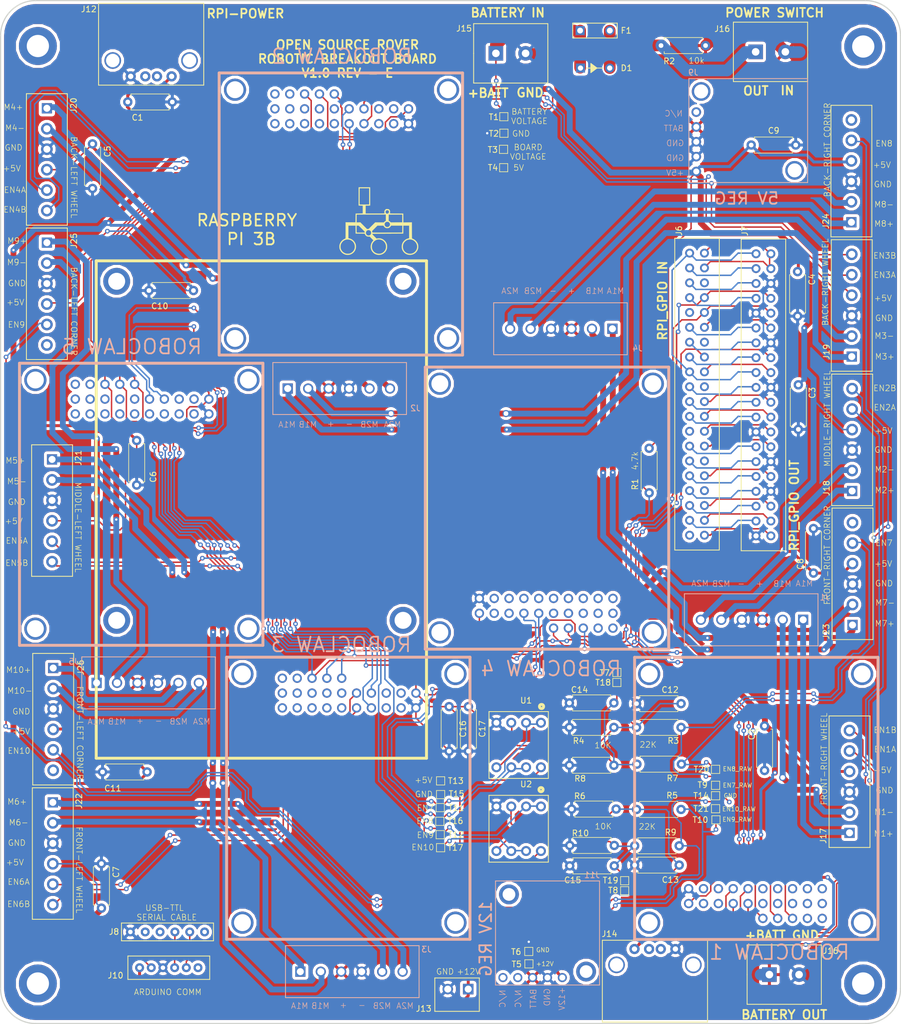
<source format=kicad_pcb>
(kicad_pcb (version 20171130) (host pcbnew "(5.0.2)-1")
  (layers (0 F.Cu signal) (31 B.Cu signal) (34 B.Paste user) (35 F.Paste user) (36 B.SilkS user) (37 F.SilkS user) (38 B.Mask user hide) (39 F.Mask user hide) (44 Edge.Cuts user))
  (net 0 "")
  (net 1 /RC1M1A)
  (net 2 /RC1M1B)
  (net 3 /RC1EN1A)
  (net 4 /RC1EN1B)
  (net 5 /RC1EN2B)
  (net 6 /RC1EN2A)
  (net 7 /RC1M2B)
  (net 8 /RC1M2A)
  (net 9 /RC2M2B)
  (net 10 /RC2M2A)
  (net 11 /RC2M1B)
  (net 12 /RC2M1A)
  (net 13 /RC2EN1A)
  (net 14 /RC2EN2A)
  (net 15 /RC2EN2B)
  (net 16 /RC2EN1B)
  (net 17 /RC4EN1A_RAW)
  (net 18 GND)
  (net 19 /RC5EN1A_RAW)
  (net 20 /RC4EN2A_RAW)
  (net 21 /RC5EN2A_RAW)
  (net 22 /RXD)
  (net 23 +5V)
  (net 24 /TXD)
  (net 25 /5REG_EN)
  (net 26 +BATT)
  (net 27 /RC4EN1A)
  (net 28 /RC4EN2A)
  (net 29 /RC3EN1B)
  (net 30 /RC3EN2B)
  (net 31 /RC3EN2A)
  (net 32 /RC3EN1A)
  (net 33 /RC5EN2A)
  (net 34 /RC5EN1A)
  (net 35 /RC4M2A)
  (net 36 /RC4M2B)
  (net 37 /RC5M1A)
  (net 38 /RC5M2A)
  (net 39 /RC5M2B)
  (net 40 /RC4M1B)
  (net 41 /RC4M1A)
  (net 42 /RC3M2A)
  (net 43 /RC3M2B)
  (net 44 /RC3M1B)
  (net 45 /RC3M1A)
  (net 46 /RC5M1B)
  (net 47 "Net-(RC5-Pad3)")
  (net 48 "Net-(RC5-Pad4)")
  (net 49 "Net-(RC5-Pad5)")
  (net 50 "Net-(RC5-Pad6)")
  (net 51 "Net-(RC5-Pad11)")
  (net 52 "Net-(RC5-Pad12)")
  (net 53 "Net-(RC5-Pad13)")
  (net 54 "Net-(RC5-Pad14)")
  (net 55 "Net-(RC5-Pad15)")
  (net 56 "Net-(RC5-Pad16)")
  (net 57 "Net-(RC5-Pad17)")
  (net 58 "Net-(RC5-Pad18)")
  (net 59 "Net-(RC5-Pad19)")
  (net 60 "Net-(RC5-Pad20)")
  (net 61 "Net-(RC5-Pad24)")
  (net 62 "Net-(RC5-Pad25)")
  (net 63 "Net-(RC1-Pad25)")
  (net 64 "Net-(RC1-Pad24)")
  (net 65 "Net-(RC1-Pad20)")
  (net 66 "Net-(RC1-Pad19)")
  (net 67 "Net-(RC1-Pad18)")
  (net 68 "Net-(RC1-Pad17)")
  (net 69 "Net-(RC1-Pad16)")
  (net 70 "Net-(RC1-Pad15)")
  (net 71 "Net-(RC1-Pad14)")
  (net 72 "Net-(RC1-Pad13)")
  (net 73 "Net-(RC1-Pad12)")
  (net 74 "Net-(RC1-Pad11)")
  (net 75 "Net-(RC1-Pad6)")
  (net 76 "Net-(RC1-Pad5)")
  (net 77 "Net-(RC1-Pad4)")
  (net 78 "Net-(RC1-Pad3)")
  (net 79 "Net-(RC2-Pad3)")
  (net 80 "Net-(RC2-Pad4)")
  (net 81 "Net-(RC2-Pad5)")
  (net 82 "Net-(RC2-Pad6)")
  (net 83 "Net-(RC2-Pad11)")
  (net 84 "Net-(RC2-Pad12)")
  (net 85 "Net-(RC2-Pad13)")
  (net 86 "Net-(RC2-Pad14)")
  (net 87 "Net-(RC2-Pad15)")
  (net 88 "Net-(RC2-Pad16)")
  (net 89 "Net-(RC2-Pad17)")
  (net 90 "Net-(RC2-Pad18)")
  (net 91 "Net-(RC2-Pad19)")
  (net 92 "Net-(RC2-Pad20)")
  (net 93 "Net-(RC2-Pad24)")
  (net 94 "Net-(RC2-Pad25)")
  (net 95 "Net-(RC3-Pad25)")
  (net 96 "Net-(RC3-Pad24)")
  (net 97 "Net-(RC3-Pad20)")
  (net 98 "Net-(RC3-Pad19)")
  (net 99 "Net-(RC3-Pad18)")
  (net 100 "Net-(RC3-Pad17)")
  (net 101 "Net-(RC3-Pad16)")
  (net 102 "Net-(RC3-Pad15)")
  (net 103 "Net-(RC3-Pad14)")
  (net 104 "Net-(RC3-Pad13)")
  (net 105 "Net-(RC3-Pad12)")
  (net 106 "Net-(RC3-Pad11)")
  (net 107 "Net-(RC3-Pad6)")
  (net 108 "Net-(RC3-Pad5)")
  (net 109 "Net-(RC3-Pad4)")
  (net 110 "Net-(RC3-Pad3)")
  (net 111 "Net-(RC4-Pad3)")
  (net 112 "Net-(RC4-Pad4)")
  (net 113 "Net-(RC4-Pad5)")
  (net 114 "Net-(RC4-Pad6)")
  (net 115 "Net-(RC4-Pad11)")
  (net 116 "Net-(RC4-Pad12)")
  (net 117 "Net-(RC4-Pad13)")
  (net 118 "Net-(RC4-Pad14)")
  (net 119 "Net-(RC4-Pad15)")
  (net 120 "Net-(RC4-Pad16)")
  (net 121 "Net-(RC4-Pad17)")
  (net 122 "Net-(RC4-Pad18)")
  (net 123 "Net-(RC4-Pad19)")
  (net 124 "Net-(RC4-Pad20)")
  (net 125 "Net-(RC4-Pad24)")
  (net 126 "Net-(RC4-Pad25)")
  (net 127 /3.3V)
  (net 128 /PI_5V)
  (net 129 /SDA1)
  (net 130 /SCL1)
  (net 131 /GPIO_CLK)
  (net 132 /GPIO_GEN0)
  (net 133 /GPIO_GEN1)
  (net 134 /GPIO_GEN2)
  (net 135 /GPIO_GEN3)
  (net 136 /GPIO_GEN5)
  (net 137 /SPI_MOSI)
  (net 138 /SPI_MISO)
  (net 139 /GPIO_GEN6)
  (net 140 /SPI_CLK)
  (net 141 /SPI_CEO_N)
  (net 142 /GPI_CE1_N)
  (net 143 /I2C_ID1)
  (net 144 /I2C_ID2)
  (net 145 /GPIO05)
  (net 146 /GPIO06)
  (net 147 /GPIO12)
  (net 148 /GPIO13)
  (net 149 /GPIO19)
  (net 150 /GPIO16)
  (net 151 /GPIO26)
  (net 152 /GPIO20)
  (net 153 /GPIO21)
  (net 154 "Net-(D1-Pad2)")
  (net 155 "Net-(D1-Pad1)")
  (net 156 "Net-(C15-Pad2)")
  (net 157 "Net-(C14-Pad2)")
  (net 158 "Net-(C13-Pad2)")
  (net 159 "Net-(C12-Pad2)")
  (net 160 /E_STOP)
  (net 161 "Net-(RC5-Pad10)")
  (net 162 "Net-(RC5-Pad8)")
  (net 163 "Net-(RC4-Pad10)")
  (net 164 "Net-(RC4-Pad8)")
  (net 165 +12V)
  (net 166 /PG)
  (net 167 /12REG_EN)
  (net 168 /CTS#)
  (net 169 /TTL_RXD)
  (net 170 /TTL_TXD)
  (net 171 /RTS#)
  (net 172 "Net-(J6-Pad6)")
  (net 173 "Net-(J6-Pad9)")
  (net 174 "Net-(J6-Pad14)")
  (net 175 "Net-(J6-Pad20)")
  (net 176 "Net-(J6-Pad25)")
  (net 177 "Net-(J6-Pad30)")
  (net 178 "Net-(J6-Pad34)")
  (net 179 "Net-(J6-Pad39)")
  (net 180 "Net-(J7-Pad16)")
  (net 181 "Net-(J12-Pad2)")
  (net 182 "Net-(J12-Pad3)")
  (net 183 "Net-(J23-Pad6)")
  (net 184 "Net-(J26-Pad6)")
  (net 185 "Net-(J24-Pad6)")
  (net 186 "Net-(J25-Pad6)")
  (net 187 "Net-(J8-Pad3)")
  (net 188 "Net-(J10-Pad6)")
  (net 189 "Net-(J14-Pad2)")
  (net 190 "Net-(J14-Pad3)")
  (net 191 "Net-(T19-Pad1)")
  (net 192 "Net-(T3-Pad1)")
  (net 193 "Net-(T14-Pad1)")
  (module "JPL Robotics:rover_image" (layer F.Cu) (at 64.1858 -135.7503)
    (fp_text reference y1 hide)
    (fp_text value rover_silkscreen hide)
  )
  (module "JPL Robotics:455-1708-ND" (layer F.Cu) (at 22.7838 -8.5471)
    (fp_text reference J10 (at -4.1148 1.3208) (layer F.SilkS))
    (fp_text value 6posheader)
    (pad 1 thru_hole circle (at 0 0) (size 1.524 1.524) (drill 0.762) (layers *.Cu *.Mask) (net 165 +12V))
    (pad 2 thru_hole circle (at 2 0) (size 1.524 1.524) (drill 0.762) (layers *.Cu *.Mask) (net 23 +5V))
    (pad 3 thru_hole circle (at 4 0) (size 1.524 1.524) (drill 0.762) (layers *.Cu *.Mask) (net 18 GND))
    (pad 4 thru_hole circle (at 6 0) (size 1.524 1.524) (drill 0.762) (layers *.Cu *.Mask) (net 170 /TTL_TXD))
    (pad 5 thru_hole circle (at 8 0) (size 1.524 1.524) (drill 0.762) (layers *.Cu *.Mask) (net 169 /TTL_RXD))
    (pad 6 thru_hole circle (at 10 0) (size 1.524 1.524) (drill 0.762) (layers *.Cu *.Mask) (net 188 "Net-(J10-Pad6)"))
  )
  (module "JPL Robotics:AE9986-ND" (layer F.Cu) (at 91.4654 -36.1315 180)
    (fp_text reference U2 (at 2.54 3.81 180) (layer F.SilkS))
    (fp_text value LM358-N)
    (pad 8 thru_hole circle (at 0 -7.62 180) (size 1.7 1.7) (drill 1) (layers *.Cu *.Mask) (net 23 +5V))
    (pad 7 thru_hole circle (at 2.54 -7.62 180) (size 1.7 1.7) (drill 1) (layers *.Cu *.Mask) (net 33 /RC5EN2A))
    (pad 6 thru_hole circle (at 5.08 -7.62 180) (size 1.7 1.7) (drill 1) (layers *.Cu *.Mask) (net 33 /RC5EN2A))
    (pad 5 thru_hole circle (at 7.62 -7.62 180) (size 1.7 1.7) (drill 1) (layers *.Cu *.Mask) (net 156 "Net-(C15-Pad2)"))
    (pad 4 thru_hole circle (at 7.62 0 180) (size 1.7 1.7) (drill 1) (layers *.Cu *.Mask) (net 18 GND))
    (pad 3 thru_hole circle (at 5.08 0 180) (size 1.7 1.7) (drill 1) (layers *.Cu *.Mask) (net 158 "Net-(C13-Pad2)"))
    (pad 2 thru_hole circle (at 2.54 0 180) (size 1.7 1.7) (drill 1) (layers *.Cu *.Mask) (net 34 /RC5EN1A))
    (pad 1 thru_hole circle (at 0 0 180) (size 1.7 1.7) (drill 1) (layers *.Cu *.Mask) (net 34 /RC5EN1A))
  )
  (module "JPL Robotics:AE9986-ND" (layer F.Cu) (at 91.4654 -50.4571 180)
    (fp_text reference U1 (at 2.54 3.81 180) (layer F.SilkS))
    (fp_text value LM358-N)
    (pad 1 thru_hole circle (at 0 0 180) (size 1.7 1.7) (drill 1) (layers *.Cu *.Mask) (net 27 /RC4EN1A))
    (pad 2 thru_hole circle (at 2.54 0 180) (size 1.7 1.7) (drill 1) (layers *.Cu *.Mask) (net 27 /RC4EN1A))
    (pad 3 thru_hole circle (at 5.08 0 180) (size 1.7 1.7) (drill 1) (layers *.Cu *.Mask) (net 159 "Net-(C12-Pad2)"))
    (pad 4 thru_hole circle (at 7.62 0 180) (size 1.7 1.7) (drill 1) (layers *.Cu *.Mask) (net 18 GND))
    (pad 5 thru_hole circle (at 7.62 -7.62 180) (size 1.7 1.7) (drill 1) (layers *.Cu *.Mask) (net 157 "Net-(C14-Pad2)"))
    (pad 6 thru_hole circle (at 5.08 -7.62 180) (size 1.7 1.7) (drill 1) (layers *.Cu *.Mask) (net 28 /RC4EN2A))
    (pad 7 thru_hole circle (at 2.54 -7.62 180) (size 1.7 1.7) (drill 1) (layers *.Cu *.Mask) (net 28 /RC4EN2A))
    (pad 8 thru_hole circle (at 0 -7.62 180) (size 1.7 1.7) (drill 1) (layers *.Cu *.Mask) (net 23 +5V))
  )
  (module "JPL Robotics:ED1501-ND" (layer F.Cu) (at 79.0194 -4.8895 180)
    (fp_text reference J13 (at 7.62 -3.3528 180) (layer F.SilkS))
    (fp_text value ED1501-ND)
    (pad 2 thru_hole circle (at 3.5 0 180) (size 1.8 1.8) (drill 1.2) (layers *.Cu *.Mask) (net 18 GND))
    (pad 1 thru_hole rect (at 0 0 180) (size 1.8 1.8) (drill 1.2) (layers *.Cu *.Mask) (net 165 +12V))
  )
  (module "JPL Robotics:ED2989-ND USB Conn" (layer F.Cu) (at 110.9726 -11.7475)
    (fp_text reference J14 (at -7.7724 -2.5908) (layer F.SilkS))
    (fp_text value ED2989-ND-USB)
    (pad "" np_thru_hole circle (at 6.57 2.71) (size 2.85 2.85) (drill 2.3) (layers *.Cu *.Mask))
    (pad "" np_thru_hole circle (at -6.57 2.71) (size 2.85 2.85) (drill 2.3) (layers *.Cu *.Mask))
    (pad 4 thru_hole circle (at 3.5 0 90) (size 1.75 1.75) (drill 0.92) (layers *.Cu *.Mask) (net 18 GND))
    (pad 3 thru_hole circle (at 1 0) (size 1.75 1.75) (drill 0.92) (layers *.Cu *.Mask) (net 190 "Net-(J14-Pad3)"))
    (pad 2 thru_hole circle (at -1 0) (size 1.75 1.75) (drill 0.92) (layers *.Cu *.Mask) (net 189 "Net-(J14-Pad2)"))
    (pad 1 thru_hole circle (at -3.5 0) (size 1.75 1.75) (drill 0.92) (layers *.Cu *.Mask) (net 23 +5V))
  )
  (module "JPL Robotics:D24V22F12 Regulator" (layer F.Cu) (at 84.963 -6.858)
    (fp_text reference J11 (at 15.24 -17.5387) (layer B.SilkS) (effects (justify mirror)))
    (fp_text value S7038-ND)
    (pad 5 thru_hole circle (at 10.16 0) (size 1.56 1.56) (drill 1.02) (layers *.Cu *.Mask) (net 165 +12V))
    (pad 4 thru_hole circle (at 7.62 0) (size 1.56 1.56) (drill 1.02) (layers *.Cu *.Mask) (net 18 GND))
    (pad 3 thru_hole circle (at 5.08 0) (size 1.56 1.56) (drill 1.02) (layers *.Cu *.Mask) (net 26 +BATT))
    (pad 2 thru_hole circle (at 2.54 0) (size 1.56 1.56) (drill 1.02) (layers *.Cu *.Mask) (net 167 /12REG_EN))
    (pad 1 thru_hole circle (at 0 0) (size 1.56 1.56) (drill 1.02) (layers *.Cu *.Mask) (net 166 /PG))
    (pad "" np_thru_hole circle (at 1.03 -14.23) (size 3.4 3.4) (drill 2.18) (layers *.Cu *.Mask))
    (pad "" np_thru_hole circle (at 14.23 -1.03) (size 3.4 3.4) (drill 2.18) (layers *.Cu *.Mask))
  )
  (module Resistor_THT:R_Axial_DIN0207_L6.3mm_D2.5mm_P7.62mm_Horizontal (layer F.Cu) (at 79.0575 -53.213 270)
    (fp_text reference C17 (at 3.81 -2.37 270) (layer F.SilkS))
    (fp_text value 100nf)
    (pad 2 thru_hole oval (at 7.62 0 270) (size 1.6 1.6) (drill 0.8) (layers *.Cu *.Mask) (net 18 GND))
    (pad 1 thru_hole circle (at 0 0 270) (size 1.6 1.6) (drill 0.8) (layers *.Cu *.Mask) (net 23 +5V))
  )
  (module "JPL Robotics:6x1 Header Pin 0.1 Pitch" (layer F.Cu) (at 21.209 -14.6685)
    (fp_text reference J8 (at -2.794 -0.0254) (layer F.SilkS))
    (fp_text value 6posheader)
    (pad 6 thru_hole circle (at 12.7 0) (size 1.524 1.524) (drill 0.762) (layers *.Cu *.Mask) (net 171 /RTS#))
    (pad 5 thru_hole circle (at 10.16 0) (size 1.524 1.524) (drill 0.762) (layers *.Cu *.Mask) (net 169 /TTL_RXD))
    (pad 4 thru_hole circle (at 7.62 0) (size 1.524 1.524) (drill 0.762) (layers *.Cu *.Mask) (net 170 /TTL_TXD))
    (pad 3 thru_hole circle (at 5.08 0) (size 1.524 1.524) (drill 0.762) (layers *.Cu *.Mask) (net 187 "Net-(J8-Pad3)"))
    (pad 2 thru_hole circle (at 2.54 0) (size 1.524 1.524) (drill 0.762) (layers *.Cu *.Mask) (net 168 /CTS#))
    (pad 1 thru_hole circle (at 0 0) (size 1.524 1.524) (drill 0.762) (layers *.Cu *.Mask) (net 18 GND))
  )
  (module "JPL Robotics:ED2580-ND" (layer F.Cu) (at 83.7565 -164.973)
    (fp_text reference J15 (at -5.4483 -4.2545) (layer F.SilkS))
    (fp_text value ED2580-ND)
    (pad 2 thru_hole circle (at 5.08 0) (size 2.5 2.5) (drill 1.3) (layers *.Cu *.Mask) (net 18 GND))
    (pad 1 thru_hole rect (at 0 0) (size 2.5 2.5) (drill 1.3) (layers *.Cu *.Mask) (net 155 "Net-(D1-Pad1)"))
  )
  (module "JPL Robotics:ED2627-ND" (layer F.Cu) (at 15.4305 -57.277)
    (fp_text reference J5 (at -3.9243 -3.6449) (layer B.SilkS) (effects (justify mirror)))
    (fp_text value ED2627-ND hide)
    (pad 6 thru_hole circle (at 17.5 0) (size 1.75 1.75) (drill 1.2) (layers *.Cu *.Mask) (net 39 /RC5M2B))
    (pad 5 thru_hole circle (at 14 0) (size 1.75 1.75) (drill 1.2) (layers *.Cu *.Mask) (net 38 /RC5M2A))
    (pad 4 thru_hole circle (at 10.5 0) (size 1.75 1.75) (drill 1.2) (layers *.Cu *.Mask) (net 18 GND))
    (pad 3 thru_hole circle (at 7 0) (size 1.75 1.75) (drill 1.2) (layers *.Cu *.Mask) (net 26 +BATT))
    (pad 2 thru_hole circle (at 3.5 0) (size 1.75 1.75) (drill 1.2) (layers *.Cu *.Mask) (net 46 /RC5M1B))
    (pad 1 thru_hole rect (at 0 0) (size 1.75 1.75) (drill 1.2) (layers *.Cu *.Mask) (net 37 /RC5M1A))
  )
  (module "JPL Robotics:ED2627-ND" (layer F.Cu) (at 136.3345 -68.072 180)
    (fp_text reference J1 (at -3.6957 3.8227 180) (layer B.SilkS) (effects (justify mirror)))
    (fp_text value ED2627-ND hide)
    (pad 6 thru_hole circle (at 17.5 0 180) (size 1.75 1.75) (drill 1.2) (layers *.Cu *.Mask) (net 7 /RC1M2B))
    (pad 5 thru_hole circle (at 14 0 180) (size 1.75 1.75) (drill 1.2) (layers *.Cu *.Mask) (net 8 /RC1M2A))
    (pad 4 thru_hole circle (at 10.5 0 180) (size 1.75 1.75) (drill 1.2) (layers *.Cu *.Mask) (net 18 GND))
    (pad 3 thru_hole circle (at 7 0 180) (size 1.75 1.75) (drill 1.2) (layers *.Cu *.Mask) (net 26 +BATT))
    (pad 2 thru_hole circle (at 3.5 0 180) (size 1.75 1.75) (drill 1.2) (layers *.Cu *.Mask) (net 2 /RC1M1B))
    (pad 1 thru_hole rect (at 0 0 180) (size 1.75 1.75) (drill 1.2) (layers *.Cu *.Mask) (net 1 /RC1M1A))
  )
  (module "JPL Robotics:ED2627-ND" (layer F.Cu) (at 103.6955 -117.856 180)
    (fp_text reference J4 (at -4.2799 -3.3401 180) (layer B.SilkS) (effects (justify mirror)))
    (fp_text value ED2627-ND hide)
    (pad 6 thru_hole circle (at 17.5 0 180) (size 1.75 1.75) (drill 1.2) (layers *.Cu *.Mask) (net 36 /RC4M2B))
    (pad 5 thru_hole circle (at 14 0 180) (size 1.75 1.75) (drill 1.2) (layers *.Cu *.Mask) (net 35 /RC4M2A))
    (pad 4 thru_hole circle (at 10.5 0 180) (size 1.75 1.75) (drill 1.2) (layers *.Cu *.Mask) (net 18 GND))
    (pad 3 thru_hole circle (at 7 0 180) (size 1.75 1.75) (drill 1.2) (layers *.Cu *.Mask) (net 26 +BATT))
    (pad 2 thru_hole circle (at 3.5 0 180) (size 1.75 1.75) (drill 1.2) (layers *.Cu *.Mask) (net 40 /RC4M1B))
    (pad 1 thru_hole rect (at 0 0 180) (size 1.75 1.75) (drill 1.2) (layers *.Cu *.Mask) (net 41 /RC4M1A))
  )
  (module "JPL Robotics:ED2744-ND" (layer F.Cu) (at 144.272 -31.623 90)
    (fp_text reference J17 (at -0.5207 -4.4958 90) (layer F.SilkS))
    (fp_text value ED2744-ND hide)
    (pad 6 thru_hole circle (at 17.5 0 90) (size 2 2) (drill 1.2) (layers *.Cu *.Mask) (net 4 /RC1EN1B))
    (pad 5 thru_hole circle (at 14 0 90) (size 2 2) (drill 1.2) (layers *.Cu *.Mask) (net 3 /RC1EN1A))
    (pad 4 thru_hole circle (at 10.5 0 90) (size 2 2) (drill 1.2) (layers *.Cu *.Mask) (net 23 +5V))
    (pad 3 thru_hole circle (at 7 0 90) (size 2 2) (drill 1.2) (layers *.Cu *.Mask) (net 18 GND))
    (pad 2 thru_hole circle (at 3.5 0 90) (size 2 2) (drill 1.2) (layers *.Cu *.Mask) (net 2 /RC1M1B))
    (pad 1 thru_hole rect (at 0 0 90) (size 1.75 1.75) (drill 1.2) (layers *.Cu *.Mask) (net 1 /RC1M1A))
  )
  (module "JPL Robotics:ED2744-ND" (layer F.Cu) (at 6.9215 -132.588 270)
    (fp_text reference J25 (at -0.3175 -4.6355 90) (layer F.SilkS))
    (fp_text value ED2744-ND hide)
    (pad 6 thru_hole circle (at 17.5 0 270) (size 2 2) (drill 1.2) (layers *.Cu *.Mask) (net 186 "Net-(J25-Pad6)"))
    (pad 5 thru_hole circle (at 14 0 270) (size 2 2) (drill 1.2) (layers *.Cu *.Mask) (net 19 /RC5EN1A_RAW))
    (pad 4 thru_hole circle (at 10.5 0 270) (size 2 2) (drill 1.2) (layers *.Cu *.Mask) (net 23 +5V))
    (pad 3 thru_hole circle (at 7 0 270) (size 2 2) (drill 1.2) (layers *.Cu *.Mask) (net 18 GND))
    (pad 2 thru_hole circle (at 3.5 0 270) (size 2 2) (drill 1.2) (layers *.Cu *.Mask) (net 46 /RC5M1B))
    (pad 1 thru_hole rect (at 0 0 270) (size 1.75 1.75) (drill 1.2) (layers *.Cu *.Mask) (net 37 /RC5M1A))
  )
  (module "JPL Robotics:ED2744-ND" (layer F.Cu) (at 7.8105 -95.504 270)
    (fp_text reference J21 (at -0.2667 -4.5085 270) (layer F.SilkS))
    (fp_text value ED2744-ND hide)
    (pad 6 thru_hole circle (at 17.5 0 270) (size 2 2) (drill 1.2) (layers *.Cu *.Mask) (net 29 /RC3EN1B))
    (pad 5 thru_hole circle (at 14 0 270) (size 2 2) (drill 1.2) (layers *.Cu *.Mask) (net 32 /RC3EN1A))
    (pad 4 thru_hole circle (at 10.5 0 270) (size 2 2) (drill 1.2) (layers *.Cu *.Mask) (net 23 +5V))
    (pad 3 thru_hole circle (at 7 0 270) (size 2 2) (drill 1.2) (layers *.Cu *.Mask) (net 18 GND))
    (pad 2 thru_hole circle (at 3.5 0 270) (size 2 2) (drill 1.2) (layers *.Cu *.Mask) (net 44 /RC3M1B))
    (pad 1 thru_hole rect (at 0 0 270) (size 1.75 1.75) (drill 1.2) (layers *.Cu *.Mask) (net 45 /RC3M1A))
  )
  (module "JPL Robotics:ED2744-ND" (layer F.Cu) (at 6.9215 -155.575 270)
    (fp_text reference J20 (at -0.4953 -4.5847 270) (layer F.SilkS))
    (fp_text value ED2744-ND hide)
    (pad 6 thru_hole circle (at 17.5 0 270) (size 2 2) (drill 1.2) (layers *.Cu *.Mask) (net 15 /RC2EN2B))
    (pad 5 thru_hole circle (at 14 0 270) (size 2 2) (drill 1.2) (layers *.Cu *.Mask) (net 14 /RC2EN2A))
    (pad 4 thru_hole circle (at 10.5 0 270) (size 2 2) (drill 1.2) (layers *.Cu *.Mask) (net 23 +5V))
    (pad 3 thru_hole circle (at 7 0 270) (size 2 2) (drill 1.2) (layers *.Cu *.Mask) (net 18 GND))
    (pad 2 thru_hole circle (at 3.5 0 270) (size 2 2) (drill 1.2) (layers *.Cu *.Mask) (net 9 /RC2M2B))
    (pad 1 thru_hole rect (at 0 0 270) (size 1.75 1.75) (drill 1.2) (layers *.Cu *.Mask) (net 10 /RC2M2A))
  )
  (module "JPL Robotics:ED2744-ND" (layer F.Cu) (at 144.653 -113.0935 90)
    (fp_text reference J19 (at 0.8128 -4.318 90) (layer F.SilkS))
    (fp_text value ED2744-ND hide)
    (pad 6 thru_hole circle (at 17.5 0 90) (size 2 2) (drill 1.2) (layers *.Cu *.Mask) (net 16 /RC2EN1B))
    (pad 5 thru_hole circle (at 14 0 90) (size 2 2) (drill 1.2) (layers *.Cu *.Mask) (net 13 /RC2EN1A))
    (pad 4 thru_hole circle (at 10.5 0 90) (size 2 2) (drill 1.2) (layers *.Cu *.Mask) (net 23 +5V))
    (pad 3 thru_hole circle (at 7 0 90) (size 2 2) (drill 1.2) (layers *.Cu *.Mask) (net 18 GND))
    (pad 2 thru_hole circle (at 3.5 0 90) (size 2 2) (drill 1.2) (layers *.Cu *.Mask) (net 11 /RC2M1B))
    (pad 1 thru_hole rect (at 0 0 90) (size 1.75 1.75) (drill 1.2) (layers *.Cu *.Mask) (net 12 /RC2M1A))
  )
  (module "JPL Robotics:ED2744-ND" (layer F.Cu) (at 144.5895 -136.0805 90)
    (fp_text reference J24 (at 0.1778 -4.3561 90) (layer F.SilkS))
    (fp_text value ED2744-ND hide)
    (pad 6 thru_hole circle (at 17.5 0 90) (size 2 2) (drill 1.2) (layers *.Cu *.Mask) (net 185 "Net-(J24-Pad6)"))
    (pad 5 thru_hole circle (at 14 0 90) (size 2 2) (drill 1.2) (layers *.Cu *.Mask) (net 20 /RC4EN2A_RAW))
    (pad 4 thru_hole circle (at 10.5 0 90) (size 2 2) (drill 1.2) (layers *.Cu *.Mask) (net 23 +5V))
    (pad 3 thru_hole circle (at 7 0 90) (size 2 2) (drill 1.2) (layers *.Cu *.Mask) (net 18 GND))
    (pad 2 thru_hole circle (at 3.5 0 90) (size 2 2) (drill 1.2) (layers *.Cu *.Mask) (net 36 /RC4M2B))
    (pad 1 thru_hole rect (at 0 0 90) (size 1.75 1.75) (drill 1.2) (layers *.Cu *.Mask) (net 35 /RC4M2A))
  )
  (module "JPL Robotics:ED2744-ND" (layer F.Cu) (at 7.9375 -36.83 270)
    (fp_text reference J22 (at -0.2159 -4.4831 270) (layer F.SilkS))
    (fp_text value ED2744-ND hide)
    (pad 6 thru_hole circle (at 17.5 0 270) (size 2 2) (drill 1.2) (layers *.Cu *.Mask) (net 30 /RC3EN2B))
    (pad 5 thru_hole circle (at 14 0 270) (size 2 2) (drill 1.2) (layers *.Cu *.Mask) (net 31 /RC3EN2A))
    (pad 4 thru_hole circle (at 10.5 0 270) (size 2 2) (drill 1.2) (layers *.Cu *.Mask) (net 23 +5V))
    (pad 3 thru_hole circle (at 7 0 270) (size 2 2) (drill 1.2) (layers *.Cu *.Mask) (net 18 GND))
    (pad 2 thru_hole circle (at 3.5 0 270) (size 2 2) (drill 1.2) (layers *.Cu *.Mask) (net 43 /RC3M2B))
    (pad 1 thru_hole rect (at 0 0 270) (size 1.75 1.75) (drill 1.2) (layers *.Cu *.Mask) (net 42 /RC3M2A))
  )
  (module "JPL Robotics:ED2744-ND" (layer F.Cu) (at 144.7165 -90.1065 90)
    (fp_text reference J18 (at 0.4826 -4.3815 90) (layer F.SilkS))
    (fp_text value ED2744-ND hide)
    (pad 6 thru_hole circle (at 17.5 0 90) (size 2 2) (drill 1.2) (layers *.Cu *.Mask) (net 5 /RC1EN2B))
    (pad 5 thru_hole circle (at 14 0 90) (size 2 2) (drill 1.2) (layers *.Cu *.Mask) (net 6 /RC1EN2A))
    (pad 4 thru_hole circle (at 10.5 0 90) (size 2 2) (drill 1.2) (layers *.Cu *.Mask) (net 23 +5V))
    (pad 3 thru_hole circle (at 7 0 90) (size 2 2) (drill 1.2) (layers *.Cu *.Mask) (net 18 GND))
    (pad 2 thru_hole circle (at 3.5 0 90) (size 2 2) (drill 1.2) (layers *.Cu *.Mask) (net 7 /RC1M2B))
    (pad 1 thru_hole rect (at 0 0 90) (size 1.75 1.75) (drill 1.2) (layers *.Cu *.Mask) (net 8 /RC1M2A))
  )
  (module "JPL Robotics:ED2744-ND" (layer F.Cu) (at 144.78 -67.183 90)
    (fp_text reference J23 (at -1.1303 -4.4958 90) (layer F.SilkS))
    (fp_text value ED2744-ND hide)
    (pad 6 thru_hole circle (at 17.5 0 90) (size 2 2) (drill 1.2) (layers *.Cu *.Mask) (net 183 "Net-(J23-Pad6)"))
    (pad 5 thru_hole circle (at 14 0 90) (size 2 2) (drill 1.2) (layers *.Cu *.Mask) (net 17 /RC4EN1A_RAW))
    (pad 4 thru_hole circle (at 10.5 0 90) (size 2 2) (drill 1.2) (layers *.Cu *.Mask) (net 23 +5V))
    (pad 3 thru_hole circle (at 7 0 90) (size 2 2) (drill 1.2) (layers *.Cu *.Mask) (net 18 GND))
    (pad 2 thru_hole circle (at 3.5 0 90) (size 2 2) (drill 1.2) (layers *.Cu *.Mask) (net 40 /RC4M1B))
    (pad 1 thru_hole rect (at 0 0 90) (size 1.75 1.75) (drill 1.2) (layers *.Cu *.Mask) (net 41 /RC4M1A))
  )
  (module "JPL Robotics:ED2989-ND USB Conn" (layer F.Cu) (at 24.765 -161.036 180)
    (fp_text reference J12 (at 10.668 11.4935 180) (layer F.SilkS))
    (fp_text value ED2989-ND-USB)
    (pad "" np_thru_hole circle (at 6.57 2.71 180) (size 2.85 2.85) (drill 2.3) (layers *.Cu *.Mask))
    (pad "" np_thru_hole circle (at -6.57 2.71 180) (size 2.85 2.85) (drill 2.3) (layers *.Cu *.Mask))
    (pad 4 thru_hole circle (at 3.5 0 270) (size 1.75 1.75) (drill 0.92) (layers *.Cu *.Mask) (net 18 GND))
    (pad 3 thru_hole circle (at 1 0 180) (size 1.75 1.75) (drill 0.92) (layers *.Cu *.Mask) (net 182 "Net-(J12-Pad3)"))
    (pad 2 thru_hole circle (at -1 0 180) (size 1.75 1.75) (drill 0.92) (layers *.Cu *.Mask) (net 181 "Net-(J12-Pad2)"))
    (pad 1 thru_hole circle (at -3.5 0 180) (size 1.75 1.75) (drill 0.92) (layers *.Cu *.Mask) (net 23 +5V))
  )
  (module "JPL Robotics:Raspberry pi footprint" (layer F.Cu) (at 15.367 -129.4765 270)
    (fp_text reference M1 hide)
    (fp_text value Mounting_Holes)
    (pad "" np_thru_hole circle (at 61.5 -3.5 270) (size 4.6 4.6) (drill 2.9) (layers *.Cu *.Mask))
    (pad "" np_thru_hole circle (at 61.5 -52.5 270) (size 4.6 4.6) (drill 2.9) (layers *.Cu *.Mask))
    (pad "" np_thru_hole circle (at 3.5 -52.5 270) (size 4.6 4.6) (drill 2.9) (layers *.Cu *.Mask))
    (pad "" np_thru_hole circle (at 3.5 -3.5 270) (size 4.6 4.6) (drill 2.9) (layers *.Cu *.Mask))
  )
  (module "JPL Robotics:S7038-ND" (layer F.Cu) (at 116.7765 -160.655 270)
    (fp_text reference J9 (at -1.0541 -0.7493) (layer B.SilkS) (effects (justify mirror)))
    (fp_text value S7038-ND hide)
    (pad "" np_thru_hole circle (at 15.7 -18.1 270) (size 3.2 3.2) (drill 2.4) (layers *.Cu *.Mask))
    (pad "" np_thru_hole circle (at 2.2 -2.1 270) (size 3.2 3.2) (drill 2.4) (layers *.Cu *.Mask))
    (pad 5 thru_hole circle (at 15.89 -1.27 270) (size 1.65 1.65) (drill 1.02) (layers *.Cu *.Mask) (net 23 +5V))
    (pad 4 thru_hole circle (at 13.35 -1.27 270) (size 1.65 1.65) (drill 1.02) (layers *.Cu *.Mask) (net 18 GND))
    (pad 3 thru_hole circle (at 10.81 -1.27 270) (size 1.65 1.65) (drill 1.02) (layers *.Cu *.Mask) (net 18 GND))
    (pad 2 thru_hole circle (at 8.27 -1.27 270) (size 1.65 1.65) (drill 1.02) (layers *.Cu *.Mask) (net 26 +BATT))
    (pad 1 thru_hole circle (at 5.73 -1.27 270) (size 1.65 1.65) (drill 1.02) (layers *.Cu *.Mask) (net 25 /5REG_EN))
  )
  (module "JPL Robotics:S9175-ND" (layer F.Cu) (at 128.27 -130.683 270)
    (fp_text reference J7 (at -3.8989 1.905 270) (layer F.SilkS))
    (fp_text value S9175-ND)
    (pad 40 thru_hole circle (at 48.26 -2.54 270) (size 1.524 1.524) (drill 0.9) (layers *.Cu *.Mask) (net 153 /GPIO21))
    (pad 39 thru_hole circle (at 48.26 0 270) (size 1.524 1.524) (drill 0.9) (layers *.Cu *.Mask) (net 18 GND))
    (pad 38 thru_hole circle (at 45.72 -2.54 270) (size 1.524 1.524) (drill 0.9) (layers *.Cu *.Mask) (net 152 /GPIO20))
    (pad 37 thru_hole circle (at 45.72 0 270) (size 1.524 1.524) (drill 0.9) (layers *.Cu *.Mask) (net 151 /GPIO26))
    (pad 36 thru_hole circle (at 43.18 -2.54 270) (size 1.524 1.524) (drill 0.9) (layers *.Cu *.Mask) (net 150 /GPIO16))
    (pad 35 thru_hole circle (at 43.18 0 270) (size 1.524 1.524) (drill 0.9) (layers *.Cu *.Mask) (net 149 /GPIO19))
    (pad 34 thru_hole circle (at 40.64 -2.54 270) (size 1.524 1.524) (drill 0.9) (layers *.Cu *.Mask) (net 18 GND))
    (pad 33 thru_hole circle (at 40.64 0 270) (size 1.524 1.524) (drill 0.9) (layers *.Cu *.Mask) (net 148 /GPIO13))
    (pad 32 thru_hole circle (at 38.1 -2.54 270) (size 1.524 1.524) (drill 0.9) (layers *.Cu *.Mask) (net 147 /GPIO12))
    (pad 31 thru_hole circle (at 38.1 0 270) (size 1.524 1.524) (drill 0.9) (layers *.Cu *.Mask) (net 146 /GPIO06))
    (pad 30 thru_hole circle (at 35.56 -2.54 270) (size 1.524 1.524) (drill 0.9) (layers *.Cu *.Mask) (net 18 GND))
    (pad 29 thru_hole circle (at 35.56 0 270) (size 1.524 1.524) (drill 0.9) (layers *.Cu *.Mask) (net 145 /GPIO05))
    (pad 28 thru_hole circle (at 33.02 -2.54 270) (size 1.524 1.524) (drill 0.9) (layers *.Cu *.Mask) (net 144 /I2C_ID2))
    (pad 27 thru_hole circle (at 33.02 0 270) (size 1.524 1.524) (drill 0.9) (layers *.Cu *.Mask) (net 143 /I2C_ID1))
    (pad 26 thru_hole circle (at 30.48 -2.54 270) (size 1.524 1.524) (drill 0.9) (layers *.Cu *.Mask) (net 142 /GPI_CE1_N))
    (pad 25 thru_hole circle (at 30.48 0 270) (size 1.524 1.524) (drill 0.9) (layers *.Cu *.Mask) (net 18 GND))
    (pad 24 thru_hole circle (at 27.94 -2.54 270) (size 1.524 1.524) (drill 0.9) (layers *.Cu *.Mask) (net 141 /SPI_CEO_N))
    (pad 23 thru_hole circle (at 27.94 0 270) (size 1.524 1.524) (drill 0.9) (layers *.Cu *.Mask) (net 140 /SPI_CLK))
    (pad 22 thru_hole circle (at 25.4 -2.54 270) (size 1.524 1.524) (drill 0.9) (layers *.Cu *.Mask) (net 139 /GPIO_GEN6))
    (pad 21 thru_hole circle (at 25.4 0 270) (size 1.524 1.524) (drill 0.9) (layers *.Cu *.Mask) (net 138 /SPI_MISO))
    (pad 20 thru_hole circle (at 22.86 -2.54 270) (size 1.524 1.524) (drill 0.9) (layers *.Cu *.Mask) (net 18 GND))
    (pad 19 thru_hole circle (at 22.86 0 270) (size 1.524 1.524) (drill 0.9) (layers *.Cu *.Mask) (net 137 /SPI_MOSI))
    (pad 18 thru_hole circle (at 20.32 -2.54 270) (size 1.524 1.524) (drill 0.9) (layers *.Cu *.Mask) (net 136 /GPIO_GEN5))
    (pad 17 thru_hole circle (at 20.32 0 270) (size 1.524 1.524) (drill 0.9) (layers *.Cu *.Mask) (net 127 /3.3V))
    (pad 16 thru_hole circle (at 17.78 -2.54 270) (size 1.524 1.524) (drill 0.9) (layers *.Cu *.Mask) (net 180 "Net-(J7-Pad16)"))
    (pad 15 thru_hole circle (at 17.78 0 270) (size 1.524 1.524) (drill 0.9) (layers *.Cu *.Mask) (net 135 /GPIO_GEN3))
    (pad 14 thru_hole circle (at 15.24 -2.54 270) (size 1.524 1.524) (drill 0.9) (layers *.Cu *.Mask) (net 18 GND))
    (pad 13 thru_hole circle (at 15.24 0 270) (size 1.524 1.524) (drill 0.9) (layers *.Cu *.Mask) (net 134 /GPIO_GEN2))
    (pad 12 thru_hole circle (at 12.7 -2.54 270) (size 1.524 1.524) (drill 0.9) (layers *.Cu *.Mask) (net 133 /GPIO_GEN1))
    (pad 11 thru_hole circle (at 12.7 0 270) (size 1.524 1.524) (drill 0.9) (layers *.Cu *.Mask) (net 132 /GPIO_GEN0))
    (pad 10 thru_hole circle (at 10.16 -2.54 270) (size 1.524 1.524) (drill 0.9) (layers *.Cu *.Mask) (net 22 /RXD))
    (pad 9 thru_hole circle (at 10.16 0 270) (size 1.524 1.524) (drill 0.9) (layers *.Cu *.Mask) (net 18 GND))
    (pad 8 thru_hole circle (at 7.62 -2.54 270) (size 1.524 1.524) (drill 0.9) (layers *.Cu *.Mask) (net 24 /TXD))
    (pad 7 thru_hole circle (at 7.62 0 270) (size 1.524 1.524) (drill 0.9) (layers *.Cu *.Mask) (net 131 /GPIO_CLK))
    (pad 6 thru_hole circle (at 5.08 -2.54 270) (size 1.524 1.524) (drill 0.9) (layers *.Cu *.Mask) (net 18 GND))
    (pad 5 thru_hole circle (at 5.08 0 270) (size 1.524 1.524) (drill 0.9) (layers *.Cu *.Mask) (net 130 /SCL1))
    (pad 4 thru_hole circle (at 2.54 -2.54 270) (size 1.524 1.524) (drill 0.9) (layers *.Cu *.Mask) (net 128 /PI_5V))
    (pad 3 thru_hole circle (at 2.54 0 270) (size 1.524 1.524) (drill 0.9) (layers *.Cu *.Mask) (net 129 /SDA1))
    (pad 2 thru_hole circle (at 0 -2.54 270) (size 1.524 1.524) (drill 0.9) (layers *.Cu *.Mask) (net 128 /PI_5V))
    (pad 1 thru_hole circle (at 0 0 270) (size 1.524 1.524) (drill 0.9) (layers *.Cu *.Mask) (net 127 /3.3V))
  )
  (module "JPL Robotics:S9175-ND" (layer F.Cu) (at 116.9035 -130.8005 270)
    (fp_text reference J6 (at -3.8322 1.8161 270) (layer F.SilkS))
    (fp_text value S9175-ND)
    (pad 40 thru_hole circle (at 48.26 -2.54 270) (size 1.524 1.524) (drill 0.9) (layers *.Cu *.Mask) (net 153 /GPIO21))
    (pad 39 thru_hole circle (at 48.26 0 270) (size 1.524 1.524) (drill 0.9) (layers *.Cu *.Mask) (net 179 "Net-(J6-Pad39)"))
    (pad 38 thru_hole circle (at 45.72 -2.54 270) (size 1.524 1.524) (drill 0.9) (layers *.Cu *.Mask) (net 152 /GPIO20))
    (pad 37 thru_hole circle (at 45.72 0 270) (size 1.524 1.524) (drill 0.9) (layers *.Cu *.Mask) (net 151 /GPIO26))
    (pad 36 thru_hole circle (at 43.18 -2.54 270) (size 1.524 1.524) (drill 0.9) (layers *.Cu *.Mask) (net 150 /GPIO16))
    (pad 35 thru_hole circle (at 43.18 0 270) (size 1.524 1.524) (drill 0.9) (layers *.Cu *.Mask) (net 149 /GPIO19))
    (pad 34 thru_hole circle (at 40.64 -2.54 270) (size 1.524 1.524) (drill 0.9) (layers *.Cu *.Mask) (net 178 "Net-(J6-Pad34)"))
    (pad 33 thru_hole circle (at 40.64 0 270) (size 1.524 1.524) (drill 0.9) (layers *.Cu *.Mask) (net 148 /GPIO13))
    (pad 32 thru_hole circle (at 38.1 -2.54 270) (size 1.524 1.524) (drill 0.9) (layers *.Cu *.Mask) (net 147 /GPIO12))
    (pad 31 thru_hole circle (at 38.1 0 270) (size 1.524 1.524) (drill 0.9) (layers *.Cu *.Mask) (net 146 /GPIO06))
    (pad 30 thru_hole circle (at 35.56 -2.54 270) (size 1.524 1.524) (drill 0.9) (layers *.Cu *.Mask) (net 177 "Net-(J6-Pad30)"))
    (pad 29 thru_hole circle (at 35.56 0 270) (size 1.524 1.524) (drill 0.9) (layers *.Cu *.Mask) (net 145 /GPIO05))
    (pad 28 thru_hole circle (at 33.02 -2.54 270) (size 1.524 1.524) (drill 0.9) (layers *.Cu *.Mask) (net 144 /I2C_ID2))
    (pad 27 thru_hole circle (at 33.02 0 270) (size 1.524 1.524) (drill 0.9) (layers *.Cu *.Mask) (net 143 /I2C_ID1))
    (pad 26 thru_hole circle (at 30.48 -2.54 270) (size 1.524 1.524) (drill 0.9) (layers *.Cu *.Mask) (net 142 /GPI_CE1_N))
    (pad 25 thru_hole circle (at 30.48 0 270) (size 1.524 1.524) (drill 0.9) (layers *.Cu *.Mask) (net 176 "Net-(J6-Pad25)"))
    (pad 24 thru_hole circle (at 27.94 -2.54 270) (size 1.524 1.524) (drill 0.9) (layers *.Cu *.Mask) (net 141 /SPI_CEO_N))
    (pad 23 thru_hole circle (at 27.94 0 270) (size 1.524 1.524) (drill 0.9) (layers *.Cu *.Mask) (net 140 /SPI_CLK))
    (pad 22 thru_hole circle (at 25.4 -2.54 270) (size 1.524 1.524) (drill 0.9) (layers *.Cu *.Mask) (net 139 /GPIO_GEN6))
    (pad 21 thru_hole circle (at 25.4 0 270) (size 1.524 1.524) (drill 0.9) (layers *.Cu *.Mask) (net 138 /SPI_MISO))
    (pad 20 thru_hole circle (at 22.86 -2.54 270) (size 1.524 1.524) (drill 0.9) (layers *.Cu *.Mask) (net 175 "Net-(J6-Pad20)"))
    (pad 19 thru_hole circle (at 22.86 0 270) (size 1.524 1.524) (drill 0.9) (layers *.Cu *.Mask) (net 137 /SPI_MOSI))
    (pad 18 thru_hole circle (at 20.32 -2.54 270) (size 1.524 1.524) (drill 0.9) (layers *.Cu *.Mask) (net 136 /GPIO_GEN5))
    (pad 17 thru_hole circle (at 20.32 0 270) (size 1.524 1.524) (drill 0.9) (layers *.Cu *.Mask) (net 127 /3.3V))
    (pad 16 thru_hole circle (at 17.78 -2.54 270) (size 1.524 1.524) (drill 0.9) (layers *.Cu *.Mask) (net 160 /E_STOP))
    (pad 15 thru_hole circle (at 17.78 0 270) (size 1.524 1.524) (drill 0.9) (layers *.Cu *.Mask) (net 135 /GPIO_GEN3))
    (pad 14 thru_hole circle (at 15.24 -2.54 270) (size 1.524 1.524) (drill 0.9) (layers *.Cu *.Mask) (net 174 "Net-(J6-Pad14)"))
    (pad 13 thru_hole circle (at 15.24 0 270) (size 1.524 1.524) (drill 0.9) (layers *.Cu *.Mask) (net 134 /GPIO_GEN2))
    (pad 12 thru_hole circle (at 12.7 -2.54 270) (size 1.524 1.524) (drill 0.9) (layers *.Cu *.Mask) (net 133 /GPIO_GEN1))
    (pad 11 thru_hole circle (at 12.7 0 270) (size 1.524 1.524) (drill 0.9) (layers *.Cu *.Mask) (net 132 /GPIO_GEN0))
    (pad 10 thru_hole circle (at 10.16 -2.54 270) (size 1.524 1.524) (drill 0.9) (layers *.Cu *.Mask) (net 22 /RXD))
    (pad 9 thru_hole circle (at 10.16 0 270) (size 1.524 1.524) (drill 0.9) (layers *.Cu *.Mask) (net 173 "Net-(J6-Pad9)"))
    (pad 8 thru_hole circle (at 7.62 -2.54 270) (size 1.524 1.524) (drill 0.9) (layers *.Cu *.Mask) (net 24 /TXD))
    (pad 7 thru_hole circle (at 7.62 0 270) (size 1.524 1.524) (drill 0.9) (layers *.Cu *.Mask) (net 131 /GPIO_CLK))
    (pad 6 thru_hole circle (at 5.08 -2.54 270) (size 1.524 1.524) (drill 0.9) (layers *.Cu *.Mask) (net 172 "Net-(J6-Pad6)"))
    (pad 5 thru_hole circle (at 5.08 0 270) (size 1.524 1.524) (drill 0.9) (layers *.Cu *.Mask) (net 130 /SCL1))
    (pad 4 thru_hole circle (at 2.54 -2.54 270) (size 1.524 1.524) (drill 0.9) (layers *.Cu *.Mask) (net 128 /PI_5V))
    (pad 3 thru_hole circle (at 2.54 0 270) (size 1.524 1.524) (drill 0.9) (layers *.Cu *.Mask) (net 129 /SDA1))
    (pad 2 thru_hole circle (at 0 -2.54 270) (size 1.524 1.524) (drill 0.9) (layers *.Cu *.Mask) (net 128 /PI_5V))
    (pad 1 thru_hole circle (at 0 0 270) (size 1.524 1.524) (drill 0.9) (layers *.Cu *.Mask) (net 127 /3.3V))
  )
  (module Resistor_THT:R_Axial_DIN0207_L6.3mm_D2.5mm_P7.62mm_Horizontal (layer F.Cu) (at 135.509 -108.2675 270)
    (fp_text reference C3 (at 1.3716 -2.3876 270) (layer F.SilkS))
    (fp_text value 100nf)
    (pad 2 thru_hole oval (at 7.62 0 270) (size 1.6 1.6) (drill 0.8) (layers *.Cu *.Mask) (net 18 GND))
    (pad 1 thru_hole circle (at 0 0 270) (size 1.6 1.6) (drill 0.8) (layers *.Cu *.Mask) (net 23 +5V))
  )
  (module Resistor_THT:R_Axial_DIN0207_L6.3mm_D2.5mm_P7.62mm_Horizontal (layer F.Cu) (at 14.732 -149.479 270)
    (fp_text reference C5 (at 1.2827 -2.5654 270) (layer F.SilkS))
    (fp_text value 100nf)
    (pad 2 thru_hole oval (at 7.62 0 270) (size 1.6 1.6) (drill 0.8) (layers *.Cu *.Mask) (net 18 GND))
    (pad 1 thru_hole circle (at 0 0 270) (size 1.6 1.6) (drill 0.8) (layers *.Cu *.Mask) (net 23 +5V))
  )
  (module Resistor_THT:R_Axial_DIN0207_L6.3mm_D2.5mm_P7.62mm_Horizontal (layer F.Cu) (at 135.382 -127.635 270)
    (fp_text reference C4 (at 1.3335 -2.4638 270) (layer F.SilkS))
    (fp_text value 100nf)
    (pad 2 thru_hole oval (at 7.62 0 270) (size 1.6 1.6) (drill 0.8) (layers *.Cu *.Mask) (net 18 GND))
    (pad 1 thru_hole circle (at 0 0 270) (size 1.6 1.6) (drill 0.8) (layers *.Cu *.Mask) (net 23 +5V))
  )
  (module Resistor_THT:R_Axial_DIN0207_L6.3mm_D2.5mm_P7.62mm_Horizontal (layer F.Cu) (at 129.7305 -49.911 270)
    (fp_text reference C2 (at 1.4351 2.1971 270) (layer F.SilkS))
    (fp_text value 100nf)
    (pad 2 thru_hole oval (at 7.62 0 270) (size 1.6 1.6) (drill 0.8) (layers *.Cu *.Mask) (net 18 GND))
    (pad 1 thru_hole circle (at 0 0 270) (size 1.6 1.6) (drill 0.8) (layers *.Cu *.Mask) (net 23 +5V))
  )
  (module Resistor_THT:R_Axial_DIN0207_L6.3mm_D2.5mm_P7.62mm_Horizontal (layer F.Cu) (at 20.7645 -156.6545)
    (fp_text reference C1 (at 1.6637 2.667) (layer F.SilkS))
    (fp_text value 0.1mF)
    (pad 2 thru_hole oval (at 7.62 0) (size 1.6 1.6) (drill 0.8) (layers *.Cu *.Mask) (net 18 GND))
    (pad 1 thru_hole circle (at 0 0) (size 1.6 1.6) (drill 0.8) (layers *.Cu *.Mask) (net 23 +5V))
  )
  (module "JPL Robotics:ED2744-ND" (layer F.Cu) (at 8.001 -59.817 270)
    (fp_text reference J26 (at -0.0889 -4.7244 270) (layer F.SilkS))
    (fp_text value ED2744-ND hide)
    (pad 6 thru_hole circle (at 17.5 0 270) (size 2 2) (drill 1.2) (layers *.Cu *.Mask) (net 184 "Net-(J26-Pad6)"))
    (pad 5 thru_hole circle (at 14 0 270) (size 2 2) (drill 1.2) (layers *.Cu *.Mask) (net 21 /RC5EN2A_RAW))
    (pad 4 thru_hole circle (at 10.5 0 270) (size 2 2) (drill 1.2) (layers *.Cu *.Mask) (net 23 +5V))
    (pad 3 thru_hole circle (at 7 0 270) (size 2 2) (drill 1.2) (layers *.Cu *.Mask) (net 18 GND))
    (pad 2 thru_hole circle (at 3.5 0 270) (size 2 2) (drill 1.2) (layers *.Cu *.Mask) (net 39 /RC5M2B))
    (pad 1 thru_hole rect (at 0 0 270) (size 1.75 1.75) (drill 1.2) (layers *.Cu *.Mask) (net 38 /RC5M2A))
  )
  (module TestPoint:TestPoint_Pad_1.0x1.0mm (layer F.Cu) (at 121.3485 -35.7505)
    (fp_text reference T21 (at -2.4765 0) (layer F.SilkS))
    (fp_text value test_point)
    (pad 1 smd rect (at 0 0) (size 1 1) (layers F.Cu F.Mask) (net 21 /RC5EN2A_RAW))
  )
  (module TestPoint:TestPoint_Pad_1.0x1.0mm (layer F.Cu) (at 74.2315 -31.3055)
    (fp_text reference T12 (at 2.667 0) (layer F.SilkS))
    (fp_text value test_point)
    (pad 1 smd rect (at 0 0) (size 1 1) (layers F.Cu F.Mask) (net 34 /RC5EN1A))
  )
  (module TestPoint:TestPoint_Pad_1.0x1.0mm (layer F.Cu) (at 74.2315 -35.941 180)
    (fp_text reference T11 (at -2.7305 -0.0635 180) (layer F.SilkS))
    (fp_text value test_point)
    (pad 1 smd rect (at 0 0 180) (size 1 1) (layers F.Cu F.Mask) (net 27 /RC4EN1A))
  )
  (module TestPoint:TestPoint_Pad_1.0x1.0mm (layer F.Cu) (at 105.791 -23.4315)
    (fp_text reference T19 (at -2.413 -0.0635) (layer F.SilkS))
    (fp_text value test_point)
    (pad 1 smd rect (at 0 0) (size 1 1) (layers F.Cu F.Mask) (net 191 "Net-(T19-Pad1)"))
  )
  (module TestPoint:TestPoint_Pad_1.0x1.0mm (layer F.Cu) (at 104.4575 -57.3405)
    (fp_text reference T18 (at -2.3495 0) (layer F.SilkS))
    (fp_text value test_point)
    (pad 1 smd rect (at 0 0) (size 1 1) (layers F.Cu F.Mask) (net 157 "Net-(C14-Pad2)"))
  )
  (module TestPoint:TestPoint_Pad_1.0x1.0mm (layer F.Cu) (at 74.295 -29.083)
    (fp_text reference T17 (at 2.54 0) (layer F.SilkS))
    (fp_text value test_point)
    (pad 1 smd rect (at 0 0) (size 1 1) (layers F.Cu F.Mask) (net 33 /RC5EN2A))
  )
  (module TestPoint:TestPoint_Pad_1.0x1.0mm (layer F.Cu) (at 74.168 -33.5915)
    (fp_text reference T16 (at 2.667 -0.0635) (layer F.SilkS))
    (fp_text value test_point)
    (pad 1 smd rect (at 0 0) (size 1 1) (layers F.Cu F.Mask) (net 28 /RC4EN2A))
  )
  (module TestPoint:TestPoint_Pad_1.0x1.0mm (layer F.Cu) (at 74.295 -38.1635)
    (fp_text reference T15 (at 2.7305 -0.127) (layer F.SilkS))
    (fp_text value test_point)
    (pad 1 smd rect (at 0 0) (size 1 1) (layers F.Cu F.Mask) (net 18 GND))
  )
  (module TestPoint:TestPoint_Pad_1.0x1.0mm (layer F.Cu) (at 121.3485 -37.973)
    (fp_text reference T14 (at -2.4765 0) (layer F.SilkS))
    (fp_text value test_point)
    (pad 1 smd rect (at 0 0) (size 1 1) (layers F.Cu F.Mask) (net 193 "Net-(T14-Pad1)"))
  )
  (module TestPoint:TestPoint_Pad_1.0x1.0mm (layer F.Cu) (at 74.295 -40.513)
    (fp_text reference T13 (at 2.6035 0) (layer F.SilkS))
    (fp_text value test_point)
    (pad 1 smd rect (at 0 0) (size 1 1) (layers F.Cu F.Mask) (net 23 +5V))
  )
  (module TestPoint:TestPoint_Pad_1.0x1.0mm (layer F.Cu) (at 121.3485 -39.751 180)
    (fp_text reference T9 (at 2.2225 0.0635 180) (layer F.SilkS))
    (fp_text value test_point)
    (pad 1 smd rect (at 0 0 180) (size 1 1) (layers F.Cu F.Mask) (net 17 /RC4EN1A_RAW))
  )
  (module TestPoint:TestPoint_Pad_1.0x1.0mm (layer F.Cu) (at 105.791 -21.717)
    (fp_text reference T8 (at -1.9685 -0.0635) (layer F.SilkS))
    (fp_text value test_point)
    (pad 1 smd rect (at 0 0) (size 1 1) (layers F.Cu F.Mask) (net 158 "Net-(C13-Pad2)"))
  )
  (module TestPoint:TestPoint_Pad_1.0x1.0mm (layer F.Cu) (at 104.4575 -59.055)
    (fp_text reference T7 (at -2.0955 0.0635) (layer F.SilkS))
    (fp_text value test_point)
    (pad 1 smd rect (at 0 0) (size 1 1) (layers F.Cu F.Mask) (net 159 "Net-(C12-Pad2)"))
  )
  (module TestPoint:TestPoint_Pad_1.0x1.0mm (layer F.Cu) (at 89.3826 -11.3284)
    (fp_text reference T6 (at -2.159 0.0635) (layer F.SilkS))
    (fp_text value test_point)
    (pad 1 smd rect (at 0 0) (size 1 1) (layers F.Cu F.Mask) (net 18 GND))
  )
  (module TestPoint:TestPoint_Pad_1.0x1.0mm (layer F.Cu) (at 89.408 -9.2075)
    (fp_text reference T5 (at -2.0955 0.0635) (layer F.SilkS))
    (fp_text value test_point)
    (pad 1 smd rect (at 0 0) (size 1 1) (layers F.Cu F.Mask) (net 165 +12V))
  )
  (module TestPoint:TestPoint_Pad_1.0x1.0mm (layer F.Cu) (at 85.09 -145.415)
    (fp_text reference T4 (at -1.8415 0) (layer F.SilkS))
    (fp_text value test_point)
    (pad 1 smd rect (at 0 0) (size 1 1) (layers F.Cu F.Mask) (net 23 +5V))
  )
  (module TestPoint:TestPoint_Pad_1.0x1.0mm (layer F.Cu) (at 85.0646 -148.5519)
    (fp_text reference T3 (at -1.8415 0.0635) (layer F.SilkS))
    (fp_text value test_point)
    (pad 1 smd rect (at 0 0) (size 1 1) (layers F.Cu F.Mask) (net 192 "Net-(T3-Pad1)"))
  )
  (module TestPoint:TestPoint_Pad_1.0x1.0mm (layer F.Cu) (at 85.1281 -151.3078)
    (fp_text reference T2 (at -1.7145 0.0635) (layer F.SilkS))
    (fp_text value test_point)
    (pad 1 smd rect (at 0 0) (size 1 1) (layers F.Cu F.Mask) (net 18 GND))
  )
  (module TestPoint:TestPoint_Pad_1.0x1.0mm (layer F.Cu) (at 121.412 -33.8455 180)
    (fp_text reference T10 (at 2.667 0 180) (layer F.SilkS))
    (fp_text value test_point)
    (pad 1 smd rect (at 0 0 180) (size 1 1) (layers F.Cu F.Mask) (net 19 /RC5EN1A_RAW))
  )
  (module TestPoint:TestPoint_Pad_1.0x1.0mm (layer F.Cu) (at 85.1154 -154.1399)
    (fp_text reference T1 (at -1.7145 0.0635) (layer F.SilkS))
    (fp_text value test_point)
    (pad 1 smd rect (at 0 0) (size 1 1) (layers F.Cu F.Mask) (net 155 "Net-(D1-Pad1)"))
  )
  (module TestPoint:TestPoint_Pad_1.0x1.0mm (layer F.Cu) (at 121.3485 -42.4815)
    (fp_text reference T20 (at -2.413 0) (layer F.SilkS))
    (fp_text value test_point)
    (pad 1 smd rect (at 0 0) (size 1 1) (layers F.Cu F.Mask) (net 20 /RC4EN2A_RAW))
  )
  (module "JPL Robotics:Roboclaw Mount" (layer F.Cu) (at 74.168 -65.913)
    (fp_text reference RC4 hide)
    (fp_text value RoboClaw hide)
    (pad "" np_thru_hole circle (at 36.449 -42.545) (size 3.8 3.8) (drill 2.9) (layers *.Cu *.Mask))
    (pad "" np_thru_hole circle (at 0 -42.545) (size 3.8 3.8) (drill 2.9) (layers *.Cu *.Mask))
    (pad "" np_thru_hole circle (at 36.449 0) (size 3.8 3.8) (drill 2.9) (layers *.Cu *.Mask))
    (pad "" np_thru_hole circle (at 0 0) (size 3.8 3.8) (drill 2.9) (layers *.Cu *.Mask))
    (pad 25 thru_hole circle (at 29.62 -0.73) (size 1.6 1.6) (drill 1.02) (layers *.Cu *.Mask) (net 126 "Net-(RC4-Pad25)"))
    (pad 24 thru_hole circle (at 27.08 -0.73) (size 1.6 1.6) (drill 1.02) (layers *.Cu *.Mask) (net 125 "Net-(RC4-Pad24)"))
    (pad 23 thru_hole circle (at 24.54 -0.73) (size 1.6 1.6) (drill 1.02) (layers *.Cu *.Mask) (net 160 /E_STOP))
    (pad 22 thru_hole circle (at 22 -0.73) (size 1.6 1.6) (drill 1.02) (layers *.Cu *.Mask) (net 22 /RXD))
    (pad 21 thru_hole circle (at 19.46 -0.73) (size 1.6 1.6) (drill 1.02) (layers *.Cu *.Mask) (net 24 /TXD))
    (pad 20 thru_hole circle (at 29.62 -5.81) (size 1.6 1.6) (drill 1.02) (layers *.Cu *.Mask) (net 124 "Net-(RC4-Pad20)"))
    (pad 19 thru_hole circle (at 29.62 -3.27) (size 1.6 1.6) (drill 1.02) (layers *.Cu *.Mask) (net 123 "Net-(RC4-Pad19)"))
    (pad 18 thru_hole circle (at 27.08 -5.81) (size 1.6 1.6) (drill 1.02) (layers *.Cu *.Mask) (net 122 "Net-(RC4-Pad18)"))
    (pad 17 thru_hole circle (at 27.08 -3.27) (size 1.6 1.6) (drill 1.02) (layers *.Cu *.Mask) (net 121 "Net-(RC4-Pad17)"))
    (pad 16 thru_hole circle (at 24.54 -5.81) (size 1.6 1.6) (drill 1.02) (layers *.Cu *.Mask) (net 120 "Net-(RC4-Pad16)"))
    (pad 15 thru_hole circle (at 24.54 -3.27) (size 1.6 1.6) (drill 1.02) (layers *.Cu *.Mask) (net 119 "Net-(RC4-Pad15)"))
    (pad 14 thru_hole circle (at 22 -5.81) (size 1.6 1.6) (drill 1.02) (layers *.Cu *.Mask) (net 118 "Net-(RC4-Pad14)"))
    (pad 13 thru_hole circle (at 22 -3.27) (size 1.6 1.6) (drill 1.02) (layers *.Cu *.Mask) (net 117 "Net-(RC4-Pad13)"))
    (pad 12 thru_hole circle (at 19.46 -5.81) (size 1.6 1.6) (drill 1.02) (layers *.Cu *.Mask) (net 116 "Net-(RC4-Pad12)"))
    (pad 11 thru_hole circle (at 19.46 -3.27) (size 1.6 1.6) (drill 1.02) (layers *.Cu *.Mask) (net 115 "Net-(RC4-Pad11)"))
    (pad 10 thru_hole circle (at 16.92 -5.81) (size 1.6 1.6) (drill 1.02) (layers *.Cu *.Mask) (net 163 "Net-(RC4-Pad10)"))
    (pad 9 thru_hole circle (at 16.92 -3.27) (size 1.6 1.6) (drill 1.02) (layers *.Cu *.Mask) (net 28 /RC4EN2A))
    (pad 8 thru_hole circle (at 14.38 -5.81) (size 1.6 1.6) (drill 1.02) (layers *.Cu *.Mask) (net 164 "Net-(RC4-Pad8)"))
    (pad 7 thru_hole circle (at 14.38 -3.27) (size 1.6 1.6) (drill 1.02) (layers *.Cu *.Mask) (net 27 /RC4EN1A))
    (pad 6 thru_hole circle (at 11.84 -5.81) (size 1.6 1.6) (drill 1.02) (layers *.Cu *.Mask) (net 114 "Net-(RC4-Pad6)"))
    (pad 5 thru_hole circle (at 11.84 -3.27) (size 1.6 1.6) (drill 1.02) (layers *.Cu *.Mask) (net 113 "Net-(RC4-Pad5)"))
    (pad 4 thru_hole circle (at 9.3 -5.81) (size 1.6 1.6) (drill 1.02) (layers *.Cu *.Mask) (net 112 "Net-(RC4-Pad4)"))
    (pad 3 thru_hole circle (at 9.3 -3.27) (size 1.6 1.6) (drill 1.02) (layers *.Cu *.Mask) (net 111 "Net-(RC4-Pad3)"))
    (pad 2 thru_hole circle (at 6.76 -5.81) (size 1.6 1.6) (drill 1.02) (layers *.Cu *.Mask) (net 18 GND))
    (pad 1 thru_hole circle (at 6.76 -3.27) (size 1.6 1.6) (drill 1.02) (layers *.Cu *.Mask) (net 23 +5V))
  )
  (module Resistor_THT:R_Axial_DIN0207_L6.3mm_D2.5mm_P7.62mm_Horizontal (layer F.Cu) (at 103.9495 -43.18 180)
    (fp_text reference R8 (at 5.7785 -2.2733 180) (layer F.SilkS))
    (fp_text value 10K)
    (pad 2 thru_hole oval (at 7.62 0 180) (size 1.6 1.6) (drill 0.8) (layers *.Cu *.Mask) (net 18 GND))
    (pad 1 thru_hole circle (at 0 0 180) (size 1.6 1.6) (drill 0.8) (layers *.Cu *.Mask) (net 157 "Net-(C14-Pad2)"))
  )
  (module "JPL Robotics:Roboclaw Mount" (layer F.Cu) (at 75.565 -158.75 180)
    (fp_text reference RC2 hide)
    (fp_text value RoboClaw hide)
    (pad "" np_thru_hole circle (at 36.449 -42.545 180) (size 3.8 3.8) (drill 2.9) (layers *.Cu *.Mask))
    (pad "" np_thru_hole circle (at 0 -42.545 180) (size 3.8 3.8) (drill 2.9) (layers *.Cu *.Mask))
    (pad "" np_thru_hole circle (at 36.449 0 180) (size 3.8 3.8) (drill 2.9) (layers *.Cu *.Mask))
    (pad "" np_thru_hole circle (at 0 0 180) (size 3.8 3.8) (drill 2.9) (layers *.Cu *.Mask))
    (pad 25 thru_hole circle (at 29.62 -0.73 180) (size 1.6 1.6) (drill 1.02) (layers *.Cu *.Mask) (net 94 "Net-(RC2-Pad25)"))
    (pad 24 thru_hole circle (at 27.08 -0.73 180) (size 1.6 1.6) (drill 1.02) (layers *.Cu *.Mask) (net 93 "Net-(RC2-Pad24)"))
    (pad 23 thru_hole circle (at 24.54 -0.73 180) (size 1.6 1.6) (drill 1.02) (layers *.Cu *.Mask) (net 160 /E_STOP))
    (pad 22 thru_hole circle (at 22 -0.73 180) (size 1.6 1.6) (drill 1.02) (layers *.Cu *.Mask) (net 22 /RXD))
    (pad 21 thru_hole circle (at 19.46 -0.73 180) (size 1.6 1.6) (drill 1.02) (layers *.Cu *.Mask) (net 24 /TXD))
    (pad 20 thru_hole circle (at 29.62 -5.81 180) (size 1.6 1.6) (drill 1.02) (layers *.Cu *.Mask) (net 92 "Net-(RC2-Pad20)"))
    (pad 19 thru_hole circle (at 29.62 -3.27 180) (size 1.6 1.6) (drill 1.02) (layers *.Cu *.Mask) (net 91 "Net-(RC2-Pad19)"))
    (pad 18 thru_hole circle (at 27.08 -5.81 180) (size 1.6 1.6) (drill 1.02) (layers *.Cu *.Mask) (net 90 "Net-(RC2-Pad18)"))
    (pad 17 thru_hole circle (at 27.08 -3.27 180) (size 1.6 1.6) (drill 1.02) (layers *.Cu *.Mask) (net 89 "Net-(RC2-Pad17)"))
    (pad 16 thru_hole circle (at 24.54 -5.81 180) (size 1.6 1.6) (drill 1.02) (layers *.Cu *.Mask) (net 88 "Net-(RC2-Pad16)"))
    (pad 15 thru_hole circle (at 24.54 -3.27 180) (size 1.6 1.6) (drill 1.02) (layers *.Cu *.Mask) (net 87 "Net-(RC2-Pad15)"))
    (pad 14 thru_hole circle (at 22 -5.81 180) (size 1.6 1.6) (drill 1.02) (layers *.Cu *.Mask) (net 86 "Net-(RC2-Pad14)"))
    (pad 13 thru_hole circle (at 22 -3.27 180) (size 1.6 1.6) (drill 1.02) (layers *.Cu *.Mask) (net 85 "Net-(RC2-Pad13)"))
    (pad 12 thru_hole circle (at 19.46 -5.81 180) (size 1.6 1.6) (drill 1.02) (layers *.Cu *.Mask) (net 84 "Net-(RC2-Pad12)"))
    (pad 11 thru_hole circle (at 19.46 -3.27 180) (size 1.6 1.6) (drill 1.02) (layers *.Cu *.Mask) (net 83 "Net-(RC2-Pad11)"))
    (pad 10 thru_hole circle (at 16.92 -5.81 180) (size 1.6 1.6) (drill 1.02) (layers *.Cu *.Mask) (net 15 /RC2EN2B))
    (pad 9 thru_hole circle (at 16.92 -3.27 180) (size 1.6 1.6) (drill 1.02) (layers *.Cu *.Mask) (net 14 /RC2EN2A))
    (pad 8 thru_hole circle (at 14.38 -5.81 180) (size 1.6 1.6) (drill 1.02) (layers *.Cu *.Mask) (net 16 /RC2EN1B))
    (pad 7 thru_hole circle (at 14.38 -3.27 180) (size 1.6 1.6) (drill 1.02) (layers *.Cu *.Mask) (net 13 /RC2EN1A))
    (pad 6 thru_hole circle (at 11.84 -5.81 180) (size 1.6 1.6) (drill 1.02) (layers *.Cu *.Mask) (net 82 "Net-(RC2-Pad6)"))
    (pad 5 thru_hole circle (at 11.84 -3.27 180) (size 1.6 1.6) (drill 1.02) (layers *.Cu *.Mask) (net 81 "Net-(RC2-Pad5)"))
    (pad 4 thru_hole circle (at 9.3 -5.81 180) (size 1.6 1.6) (drill 1.02) (layers *.Cu *.Mask) (net 80 "Net-(RC2-Pad4)"))
    (pad 3 thru_hole circle (at 9.3 -3.27 180) (size 1.6 1.6) (drill 1.02) (layers *.Cu *.Mask) (net 79 "Net-(RC2-Pad3)"))
    (pad 2 thru_hole circle (at 6.76 -5.81 180) (size 1.6 1.6) (drill 1.02) (layers *.Cu *.Mask) (net 18 GND))
    (pad 1 thru_hole circle (at 6.76 -3.27 180) (size 1.6 1.6) (drill 1.02) (layers *.Cu *.Mask) (net 23 +5V))
  )
  (module "JPL Robotics:Roboclaw Mount" (layer F.Cu) (at 109.982 -16.256)
    (fp_text reference RC1 hide)
    (fp_text value RoboClaw hide)
    (pad "" np_thru_hole circle (at 36.449 -42.545) (size 3.8 3.8) (drill 2.9) (layers *.Cu *.Mask))
    (pad "" np_thru_hole circle (at 0 -42.545) (size 3.8 3.8) (drill 2.9) (layers *.Cu *.Mask))
    (pad "" np_thru_hole circle (at 36.449 0) (size 3.8 3.8) (drill 2.9) (layers *.Cu *.Mask))
    (pad "" np_thru_hole circle (at 0 0) (size 3.8 3.8) (drill 2.9) (layers *.Cu *.Mask))
    (pad 25 thru_hole circle (at 29.62 -0.73) (size 1.6 1.6) (drill 1.02) (layers *.Cu *.Mask) (net 63 "Net-(RC1-Pad25)"))
    (pad 24 thru_hole circle (at 27.08 -0.73) (size 1.6 1.6) (drill 1.02) (layers *.Cu *.Mask) (net 64 "Net-(RC1-Pad24)"))
    (pad 23 thru_hole circle (at 24.54 -0.73) (size 1.6 1.6) (drill 1.02) (layers *.Cu *.Mask) (net 160 /E_STOP))
    (pad 22 thru_hole circle (at 22 -0.73) (size 1.6 1.6) (drill 1.02) (layers *.Cu *.Mask) (net 22 /RXD))
    (pad 21 thru_hole circle (at 19.46 -0.73) (size 1.6 1.6) (drill 1.02) (layers *.Cu *.Mask) (net 24 /TXD))
    (pad 20 thru_hole circle (at 29.62 -5.81) (size 1.6 1.6) (drill 1.02) (layers *.Cu *.Mask) (net 65 "Net-(RC1-Pad20)"))
    (pad 19 thru_hole circle (at 29.62 -3.27) (size 1.6 1.6) (drill 1.02) (layers *.Cu *.Mask) (net 66 "Net-(RC1-Pad19)"))
    (pad 18 thru_hole circle (at 27.08 -5.81) (size 1.6 1.6) (drill 1.02) (layers *.Cu *.Mask) (net 67 "Net-(RC1-Pad18)"))
    (pad 17 thru_hole circle (at 27.08 -3.27) (size 1.6 1.6) (drill 1.02) (layers *.Cu *.Mask) (net 68 "Net-(RC1-Pad17)"))
    (pad 16 thru_hole circle (at 24.54 -5.81) (size 1.6 1.6) (drill 1.02) (layers *.Cu *.Mask) (net 69 "Net-(RC1-Pad16)"))
    (pad 15 thru_hole circle (at 24.54 -3.27) (size 1.6 1.6) (drill 1.02) (layers *.Cu *.Mask) (net 70 "Net-(RC1-Pad15)"))
    (pad 14 thru_hole circle (at 22 -5.81) (size 1.6 1.6) (drill 1.02) (layers *.Cu *.Mask) (net 71 "Net-(RC1-Pad14)"))
    (pad 13 thru_hole circle (at 22 -3.27) (size 1.6 1.6) (drill 1.02) (layers *.Cu *.Mask) (net 72 "Net-(RC1-Pad13)"))
    (pad 12 thru_hole circle (at 19.46 -5.81) (size 1.6 1.6) (drill 1.02) (layers *.Cu *.Mask) (net 73 "Net-(RC1-Pad12)"))
    (pad 11 thru_hole circle (at 19.46 -3.27) (size 1.6 1.6) (drill 1.02) (layers *.Cu *.Mask) (net 74 "Net-(RC1-Pad11)"))
    (pad 10 thru_hole circle (at 16.92 -5.81) (size 1.6 1.6) (drill 1.02) (layers *.Cu *.Mask) (net 5 /RC1EN2B))
    (pad 9 thru_hole circle (at 16.92 -3.27) (size 1.6 1.6) (drill 1.02) (layers *.Cu *.Mask) (net 6 /RC1EN2A))
    (pad 8 thru_hole circle (at 14.38 -5.81) (size 1.6 1.6) (drill 1.02) (layers *.Cu *.Mask) (net 4 /RC1EN1B))
    (pad 7 thru_hole circle (at 14.38 -3.27) (size 1.6 1.6) (drill 1.02) (layers *.Cu *.Mask) (net 3 /RC1EN1A))
    (pad 6 thru_hole circle (at 11.84 -5.81) (size 1.6 1.6) (drill 1.02) (layers *.Cu *.Mask) (net 75 "Net-(RC1-Pad6)"))
    (pad 5 thru_hole circle (at 11.84 -3.27) (size 1.6 1.6) (drill 1.02) (layers *.Cu *.Mask) (net 76 "Net-(RC1-Pad5)"))
    (pad 4 thru_hole circle (at 9.3 -5.81) (size 1.6 1.6) (drill 1.02) (layers *.Cu *.Mask) (net 77 "Net-(RC1-Pad4)"))
    (pad 3 thru_hole circle (at 9.3 -3.27) (size 1.6 1.6) (drill 1.02) (layers *.Cu *.Mask) (net 78 "Net-(RC1-Pad3)"))
    (pad 2 thru_hole circle (at 6.76 -5.81) (size 1.6 1.6) (drill 1.02) (layers *.Cu *.Mask) (net 18 GND))
    (pad 1 thru_hole circle (at 6.76 -3.27) (size 1.6 1.6) (drill 1.02) (layers *.Cu *.Mask) (net 23 +5V))
  )
  (module Resistor_THT:R_Axial_DIN0207_L6.3mm_D2.5mm_P7.62mm_Horizontal (layer F.Cu) (at 32.004 -124.3965 180)
    (fp_text reference C10 (at 5.7658 -2.667 180) (layer F.SilkS))
    (fp_text value 100nf)
    (pad 2 thru_hole oval (at 7.62 0 180) (size 1.6 1.6) (drill 0.8) (layers *.Cu *.Mask) (net 18 GND))
    (pad 1 thru_hole circle (at 0 0 180) (size 1.6 1.6) (drill 0.8) (layers *.Cu *.Mask) (net 23 +5V))
  )
  (module Resistor_THT:R_Axial_DIN0207_L6.3mm_D2.5mm_P7.62mm_Horizontal (layer F.Cu) (at 127.4445 -149.2885)
    (fp_text reference C9 (at 3.8481 -2.4638) (layer F.SilkS))
    (fp_text value 100nf)
    (pad 2 thru_hole oval (at 7.62 0) (size 1.6 1.6) (drill 0.8) (layers *.Cu *.Mask) (net 18 GND))
    (pad 1 thru_hole circle (at 0 0) (size 1.6 1.6) (drill 0.8) (layers *.Cu *.Mask) (net 23 +5V))
  )
  (module Resistor_THT:R_Axial_DIN0207_L6.3mm_D2.5mm_P7.62mm_Horizontal (layer F.Cu) (at 138.0998 -76.0603 90)
    (fp_text reference C8 (at 1.5494 -2.2352 90) (layer F.SilkS))
    (fp_text value 100nf)
    (pad 2 thru_hole oval (at 7.62 0 90) (size 1.6 1.6) (drill 0.8) (layers *.Cu *.Mask) (net 18 GND))
    (pad 1 thru_hole circle (at 0 0 90) (size 1.6 1.6) (drill 0.8) (layers *.Cu *.Mask) (net 23 +5V))
  )
  (module Resistor_THT:R_Axial_DIN0207_L6.3mm_D2.5mm_P7.62mm_Horizontal (layer F.Cu) (at 16.256 -18.7325 90)
    (fp_text reference C7 (at 6.1722 2.5146 90) (layer F.SilkS))
    (fp_text value 100nf)
    (pad 2 thru_hole oval (at 7.62 0 90) (size 1.6 1.6) (drill 0.8) (layers *.Cu *.Mask) (net 18 GND))
    (pad 1 thru_hole circle (at 0 0 90) (size 1.6 1.6) (drill 0.8) (layers *.Cu *.Mask) (net 23 +5V))
  )
  (module Resistor_THT:R_Axial_DIN0207_L6.3mm_D2.5mm_P7.62mm_Horizontal (layer F.Cu) (at 22.2885 -98.7425 270)
    (fp_text reference C6 (at 6.223 -2.8321 270) (layer F.SilkS))
    (fp_text value 100nf)
    (pad 2 thru_hole oval (at 7.62 0 270) (size 1.6 1.6) (drill 0.8) (layers *.Cu *.Mask) (net 18 GND))
    (pad 1 thru_hole circle (at 0 0 270) (size 1.6 1.6) (drill 0.8) (layers *.Cu *.Mask) (net 23 +5V))
  )
  (module Resistor_THT:R_Axial_DIN0207_L6.3mm_D2.5mm_P7.62mm_Horizontal (layer F.Cu) (at 107.823 -53.721)
    (fp_text reference C12 (at 5.7404 -2.37) (layer F.SilkS))
    (fp_text value 100nF)
    (pad 2 thru_hole oval (at 7.62 0) (size 1.6 1.6) (drill 0.8) (layers *.Cu *.Mask) (net 159 "Net-(C12-Pad2)"))
    (pad 1 thru_hole circle (at 0 0) (size 1.6 1.6) (drill 0.8) (layers *.Cu *.Mask) (net 18 GND))
  )
  (module Resistor_THT:R_Axial_DIN0207_L6.3mm_D2.5mm_P7.62mm_Horizontal (layer F.Cu) (at 107.5055 -26.0985)
    (fp_text reference C13 (at 6.1087 2.5146) (layer F.SilkS))
    (fp_text value 100nF)
    (pad 2 thru_hole oval (at 7.62 0) (size 1.6 1.6) (drill 0.8) (layers *.Cu *.Mask) (net 158 "Net-(C13-Pad2)"))
    (pad 1 thru_hole circle (at 0 0) (size 1.6 1.6) (drill 0.8) (layers *.Cu *.Mask) (net 18 GND))
  )
  (module Resistor_THT:R_Axial_DIN0207_L6.3mm_D2.5mm_P7.62mm_Horizontal (layer F.Cu) (at 96.3295 -53.848)
    (fp_text reference C14 (at 1.7399 -2.2479) (layer F.SilkS))
    (fp_text value 100nF)
    (pad 2 thru_hole oval (at 7.62 0) (size 1.6 1.6) (drill 0.8) (layers *.Cu *.Mask) (net 157 "Net-(C14-Pad2)"))
    (pad 1 thru_hole circle (at 0 0) (size 1.6 1.6) (drill 0.8) (layers *.Cu *.Mask) (net 18 GND))
  )
  (module Resistor_THT:R_Axial_DIN0207_L6.3mm_D2.5mm_P7.62mm_Horizontal (layer F.Cu) (at 96.393 -25.9715)
    (fp_text reference C15 (at 0.508 2.4384) (layer F.SilkS))
    (fp_text value 100nF)
    (pad 2 thru_hole oval (at 7.62 0) (size 1.6 1.6) (drill 0.8) (layers *.Cu *.Mask) (net 156 "Net-(C15-Pad2)"))
    (pad 1 thru_hole circle (at 0 0) (size 1.6 1.6) (drill 0.8) (layers *.Cu *.Mask) (net 18 GND))
  )
  (module Resistor_THT:R_Axial_DIN0207_L6.3mm_D2.5mm_P7.62mm_Horizontal (layer F.Cu) (at 24.0665 -42.037 180)
    (fp_text reference C11 (at 5.8547 -2.8067 180) (layer F.SilkS))
    (fp_text value 100nf)
    (pad 2 thru_hole oval (at 7.62 0 180) (size 1.6 1.6) (drill 0.8) (layers *.Cu *.Mask) (net 18 GND))
    (pad 1 thru_hole circle (at 0 0 180) (size 1.6 1.6) (drill 0.8) (layers *.Cu *.Mask) (net 23 +5V))
  )
  (module Resistor_THT:R_Axial_DIN0207_L6.3mm_D2.5mm_P7.62mm_Horizontal (layer F.Cu) (at 75.7555 -53.213 270)
    (fp_text reference C16 (at 3.81 -2.37 270) (layer F.SilkS))
    (fp_text value 100nf)
    (pad 2 thru_hole oval (at 7.62 0 270) (size 1.6 1.6) (drill 0.8) (layers *.Cu *.Mask) (net 18 GND))
    (pad 1 thru_hole circle (at 0 0 270) (size 1.6 1.6) (drill 0.8) (layers *.Cu *.Mask) (net 23 +5V))
  )
  (module Resistor_THT:R_Axial_DIN0207_L6.3mm_D2.5mm_P7.62mm_Horizontal (layer F.Cu) (at 104.013 -29.464 180)
    (fp_text reference R10 (at 5.7912 2.0955 180) (layer F.SilkS))
    (fp_text value 10K)
    (pad 2 thru_hole oval (at 7.62 0 180) (size 1.6 1.6) (drill 0.8) (layers *.Cu *.Mask) (net 18 GND))
    (pad 1 thru_hole circle (at 0 0 180) (size 1.6 1.6) (drill 0.8) (layers *.Cu *.Mask) (net 156 "Net-(C15-Pad2)"))
  )
  (module "JPL Robotics:Roboclaw Mount" (layer F.Cu) (at 76.835 -58.801 180)
    (fp_text reference RC3 hide)
    (fp_text value RoboClaw hide)
    (pad "" np_thru_hole circle (at 36.449 -42.545 180) (size 3.8 3.8) (drill 2.9) (layers *.Cu *.Mask))
    (pad "" np_thru_hole circle (at 0 -42.545 180) (size 3.8 3.8) (drill 2.9) (layers *.Cu *.Mask))
    (pad "" np_thru_hole circle (at 36.449 0 180) (size 3.8 3.8) (drill 2.9) (layers *.Cu *.Mask))
    (pad "" np_thru_hole circle (at 0 0 180) (size 3.8 3.8) (drill 2.9) (layers *.Cu *.Mask))
    (pad 25 thru_hole circle (at 29.62 -0.73 180) (size 1.6 1.6) (drill 1.02) (layers *.Cu *.Mask) (net 95 "Net-(RC3-Pad25)"))
    (pad 24 thru_hole circle (at 27.08 -0.73 180) (size 1.6 1.6) (drill 1.02) (layers *.Cu *.Mask) (net 96 "Net-(RC3-Pad24)"))
    (pad 23 thru_hole circle (at 24.54 -0.73 180) (size 1.6 1.6) (drill 1.02) (layers *.Cu *.Mask) (net 160 /E_STOP))
    (pad 22 thru_hole circle (at 22 -0.73 180) (size 1.6 1.6) (drill 1.02) (layers *.Cu *.Mask) (net 22 /RXD))
    (pad 21 thru_hole circle (at 19.46 -0.73 180) (size 1.6 1.6) (drill 1.02) (layers *.Cu *.Mask) (net 24 /TXD))
    (pad 20 thru_hole circle (at 29.62 -5.81 180) (size 1.6 1.6) (drill 1.02) (layers *.Cu *.Mask) (net 97 "Net-(RC3-Pad20)"))
    (pad 19 thru_hole circle (at 29.62 -3.27 180) (size 1.6 1.6) (drill 1.02) (layers *.Cu *.Mask) (net 98 "Net-(RC3-Pad19)"))
    (pad 18 thru_hole circle (at 27.08 -5.81 180) (size 1.6 1.6) (drill 1.02) (layers *.Cu *.Mask) (net 99 "Net-(RC3-Pad18)"))
    (pad 17 thru_hole circle (at 27.08 -3.27 180) (size 1.6 1.6) (drill 1.02) (layers *.Cu *.Mask) (net 100 "Net-(RC3-Pad17)"))
    (pad 16 thru_hole circle (at 24.54 -5.81 180) (size 1.6 1.6) (drill 1.02) (layers *.Cu *.Mask) (net 101 "Net-(RC3-Pad16)"))
    (pad 15 thru_hole circle (at 24.54 -3.27 180) (size 1.6 1.6) (drill 1.02) (layers *.Cu *.Mask) (net 102 "Net-(RC3-Pad15)"))
    (pad 14 thru_hole circle (at 22 -5.81 180) (size 1.6 1.6) (drill 1.02) (layers *.Cu *.Mask) (net 103 "Net-(RC3-Pad14)"))
    (pad 13 thru_hole circle (at 22 -3.27 180) (size 1.6 1.6) (drill 1.02) (layers *.Cu *.Mask) (net 104 "Net-(RC3-Pad13)"))
    (pad 12 thru_hole circle (at 19.46 -5.81 180) (size 1.6 1.6) (drill 1.02) (layers *.Cu *.Mask) (net 105 "Net-(RC3-Pad12)"))
    (pad 11 thru_hole circle (at 19.46 -3.27 180) (size 1.6 1.6) (drill 1.02) (layers *.Cu *.Mask) (net 106 "Net-(RC3-Pad11)"))
    (pad 10 thru_hole circle (at 16.92 -5.81 180) (size 1.6 1.6) (drill 1.02) (layers *.Cu *.Mask) (net 30 /RC3EN2B))
    (pad 9 thru_hole circle (at 16.92 -3.27 180) (size 1.6 1.6) (drill 1.02) (layers *.Cu *.Mask) (net 31 /RC3EN2A))
    (pad 8 thru_hole circle (at 14.38 -5.81 180) (size 1.6 1.6) (drill 1.02) (layers *.Cu *.Mask) (net 29 /RC3EN1B))
    (pad 7 thru_hole circle (at 14.38 -3.27 180) (size 1.6 1.6) (drill 1.02) (layers *.Cu *.Mask) (net 32 /RC3EN1A))
    (pad 6 thru_hole circle (at 11.84 -5.81 180) (size 1.6 1.6) (drill 1.02) (layers *.Cu *.Mask) (net 107 "Net-(RC3-Pad6)"))
    (pad 5 thru_hole circle (at 11.84 -3.27 180) (size 1.6 1.6) (drill 1.02) (layers *.Cu *.Mask) (net 108 "Net-(RC3-Pad5)"))
    (pad 4 thru_hole circle (at 9.3 -5.81 180) (size 1.6 1.6) (drill 1.02) (layers *.Cu *.Mask) (net 109 "Net-(RC3-Pad4)"))
    (pad 3 thru_hole circle (at 9.3 -3.27 180) (size 1.6 1.6) (drill 1.02) (layers *.Cu *.Mask) (net 110 "Net-(RC3-Pad3)"))
    (pad 2 thru_hole circle (at 6.76 -5.81 180) (size 1.6 1.6) (drill 1.02) (layers *.Cu *.Mask) (net 18 GND))
    (pad 1 thru_hole circle (at 6.76 -3.27 180) (size 1.6 1.6) (drill 1.02) (layers *.Cu *.Mask) (net 23 +5V))
  )
  (module "JPL Robotics:Roboclaw Mount" (layer F.Cu) (at 41.402 -109.093 180)
    (fp_text reference RC5 hide)
    (fp_text value RoboClaw hide)
    (pad "" np_thru_hole circle (at 36.449 -42.545 180) (size 3.8 3.8) (drill 2.9) (layers *.Cu *.Mask))
    (pad "" np_thru_hole circle (at 0 -42.545 180) (size 3.8 3.8) (drill 2.9) (layers *.Cu *.Mask))
    (pad "" np_thru_hole circle (at 36.449 0 180) (size 3.8 3.8) (drill 2.9) (layers *.Cu *.Mask))
    (pad "" np_thru_hole circle (at 0 0 180) (size 3.8 3.8) (drill 2.9) (layers *.Cu *.Mask))
    (pad 25 thru_hole circle (at 29.62 -0.73 180) (size 1.6 1.6) (drill 1.02) (layers *.Cu *.Mask) (net 62 "Net-(RC5-Pad25)"))
    (pad 24 thru_hole circle (at 27.08 -0.73 180) (size 1.6 1.6) (drill 1.02) (layers *.Cu *.Mask) (net 61 "Net-(RC5-Pad24)"))
    (pad 23 thru_hole circle (at 24.54 -0.73 180) (size 1.6 1.6) (drill 1.02) (layers *.Cu *.Mask) (net 160 /E_STOP))
    (pad 22 thru_hole circle (at 22 -0.73 180) (size 1.6 1.6) (drill 1.02) (layers *.Cu *.Mask) (net 22 /RXD))
    (pad 21 thru_hole circle (at 19.46 -0.73 180) (size 1.6 1.6) (drill 1.02) (layers *.Cu *.Mask) (net 24 /TXD))
    (pad 20 thru_hole circle (at 29.62 -5.81 180) (size 1.6 1.6) (drill 1.02) (layers *.Cu *.Mask) (net 60 "Net-(RC5-Pad20)"))
    (pad 19 thru_hole circle (at 29.62 -3.27 180) (size 1.6 1.6) (drill 1.02) (layers *.Cu *.Mask) (net 59 "Net-(RC5-Pad19)"))
    (pad 18 thru_hole circle (at 27.08 -5.81 180) (size 1.6 1.6) (drill 1.02) (layers *.Cu *.Mask) (net 58 "Net-(RC5-Pad18)"))
    (pad 17 thru_hole circle (at 27.08 -3.27 180) (size 1.6 1.6) (drill 1.02) (layers *.Cu *.Mask) (net 57 "Net-(RC5-Pad17)"))
    (pad 16 thru_hole circle (at 24.54 -5.81 180) (size 1.6 1.6) (drill 1.02) (layers *.Cu *.Mask) (net 56 "Net-(RC5-Pad16)"))
    (pad 15 thru_hole circle (at 24.54 -3.27 180) (size 1.6 1.6) (drill 1.02) (layers *.Cu *.Mask) (net 55 "Net-(RC5-Pad15)"))
    (pad 14 thru_hole circle (at 22 -5.81 180) (size 1.6 1.6) (drill 1.02) (layers *.Cu *.Mask) (net 54 "Net-(RC5-Pad14)"))
    (pad 13 thru_hole circle (at 22 -3.27 180) (size 1.6 1.6) (drill 1.02) (layers *.Cu *.Mask) (net 53 "Net-(RC5-Pad13)"))
    (pad 12 thru_hole circle (at 19.46 -5.81 180) (size 1.6 1.6) (drill 1.02) (layers *.Cu *.Mask) (net 52 "Net-(RC5-Pad12)"))
    (pad 11 thru_hole circle (at 19.46 -3.27 180) (size 1.6 1.6) (drill 1.02) (layers *.Cu *.Mask) (net 51 "Net-(RC5-Pad11)"))
    (pad 10 thru_hole circle (at 16.92 -5.81 180) (size 1.6 1.6) (drill 1.02) (layers *.Cu *.Mask) (net 161 "Net-(RC5-Pad10)"))
    (pad 9 thru_hole circle (at 16.92 -3.27 180) (size 1.6 1.6) (drill 1.02) (layers *.Cu *.Mask) (net 33 /RC5EN2A))
    (pad 8 thru_hole circle (at 14.38 -5.81 180) (size 1.6 1.6) (drill 1.02) (layers *.Cu *.Mask) (net 162 "Net-(RC5-Pad8)"))
    (pad 7 thru_hole circle (at 14.38 -3.27 180) (size 1.6 1.6) (drill 1.02) (layers *.Cu *.Mask) (net 34 /RC5EN1A))
    (pad 6 thru_hole circle (at 11.84 -5.81 180) (size 1.6 1.6) (drill 1.02) (layers *.Cu *.Mask) (net 50 "Net-(RC5-Pad6)"))
    (pad 5 thru_hole circle (at 11.84 -3.27 180) (size 1.6 1.6) (drill 1.02) (layers *.Cu *.Mask) (net 49 "Net-(RC5-Pad5)"))
    (pad 4 thru_hole circle (at 9.3 -5.81 180) (size 1.6 1.6) (drill 1.02) (layers *.Cu *.Mask) (net 48 "Net-(RC5-Pad4)"))
    (pad 3 thru_hole circle (at 9.3 -3.27 180) (size 1.6 1.6) (drill 1.02) (layers *.Cu *.Mask) (net 47 "Net-(RC5-Pad3)"))
    (pad 2 thru_hole circle (at 6.76 -5.81 180) (size 1.6 1.6) (drill 1.02) (layers *.Cu *.Mask) (net 18 GND))
    (pad 1 thru_hole circle (at 6.76 -3.27 180) (size 1.6 1.6) (drill 1.02) (layers *.Cu *.Mask) (net 23 +5V))
  )
  (module "JPL Robotics:#6THRU-HOLE" (layer F.Cu) (at 5.3796 -5.8496)
    (fp_text reference MH1 hide)
    (fp_text value "#6THRU-HOLE" hide)
    (pad "" np_thru_hole circle (at 0 0) (size 6.5 6.5) (drill 3.8) (layers *.Cu *.Mask))
  )
  (module "JPL Robotics:#6THRU-HOLE" (layer F.Cu) (at 5.3796 -166.2275)
    (fp_text reference MH2 hide)
    (fp_text value "#6THRU-HOLE" hide)
    (pad "" np_thru_hole circle (at 0 0) (size 6.5 6.5) (drill 3.8) (layers *.Cu *.Mask))
  )
  (module "JPL Robotics:#6THRU-HOLE" (layer F.Cu) (at 146.6204 -166.1404)
    (fp_text reference MH3 hide)
    (fp_text value "#6THRU-HOLE" hide)
    (pad "" np_thru_hole circle (at 0 0) (size 6.5 6.5) (drill 3.8) (layers *.Cu *.Mask))
  )
  (module "JPL Robotics:#6THRU-HOLE" (layer F.Cu) (at 146.602 -5.8496)
    (fp_text reference MH4 hide)
    (fp_text value "#6THRU-HOLE" hide)
    (pad "" np_thru_hole circle (at 0 0) (size 6.5 6.5) (drill 3.8) (layers *.Cu *.Mask))
  )
  (module "JPL Robotics:497-2738-5-ND" (layer F.Cu) (at 98.2345 -162.4584)
    (fp_text reference D1 (at 7.874 0) (layer F.SilkS))
    (fp_text value D hide)
    (pad 2 thru_hole circle (at 5 0) (size 1.55 1.55) (drill 0.9) (layers *.Cu *.Mask) (net 154 "Net-(D1-Pad2)"))
    (pad 1 thru_hole rect (at 0 0) (size 1.55 1.55) (drill 0.9) (layers *.Cu *.Mask) (net 155 "Net-(D1-Pad1)"))
  )
  (module "JPL Robotics:507-1937-1-ND" (layer F.Cu) (at 98.171 -168.8719)
    (fp_text reference F1 (at 7.874 0) (layer F.SilkS))
    (fp_text value Fuse hide)
    (pad 2 thru_hole circle (at 5.08 0) (size 1.55 1.55) (drill 1) (layers *.Cu *.Mask) (net 154 "Net-(D1-Pad2)"))
    (pad 1 thru_hole rect (at 0 0) (size 1.55 1.55) (drill 1) (layers *.Cu *.Mask) (net 155 "Net-(D1-Pad1)"))
  )
  (module "JPL Robotics:ED2580-ND" (layer F.Cu) (at 128.2065 -165.227)
    (fp_text reference J16 (at -5.715 -3.937) (layer F.SilkS))
    (fp_text value ED2580-ND hide)
    (pad 2 thru_hole circle (at 5.08 0) (size 2.5 2.5) (drill 1.3) (layers *.Cu *.Mask) (net 26 +BATT))
    (pad 1 thru_hole rect (at 0 0) (size 2.5 2.5) (drill 1.3) (layers *.Cu *.Mask) (net 154 "Net-(D1-Pad2)"))
  )
  (module "JPL Robotics:ED2580-ND" (layer F.Cu) (at 130.556 -7.366)
    (fp_text reference J16 (at 10.4902 -4.064) (layer F.SilkS))
    (fp_text value ED2580-ND hide)
    (pad 2 thru_hole circle (at 5.08 0) (size 2.5 2.5) (drill 1.3) (layers *.Cu *.Mask) (net 18 GND))
    (pad 1 thru_hole rect (at 0 0) (size 2.5 2.5) (drill 1.3) (layers *.Cu *.Mask) (net 26 +BATT))
  )
  (module Resistor_THT:R_Axial_DIN0207_L6.3mm_D2.5mm_P7.62mm_Horizontal (layer F.Cu) (at 112.014 -166.3065)
    (fp_text reference R2 (at 1.397 2.667) (layer F.SilkS))
    (fp_text value 10K)
    (pad 2 thru_hole oval (at 7.62 0) (size 1.6 1.6) (drill 0.8) (layers *.Cu *.Mask) (net 26 +BATT))
    (pad 1 thru_hole circle (at 0 0) (size 1.6 1.6) (drill 0.8) (layers *.Cu *.Mask) (net 154 "Net-(D1-Pad2)"))
  )
  (module Resistor_THT:R_Axial_DIN0207_L6.3mm_D2.5mm_P7.62mm_Horizontal (layer F.Cu) (at 109.982 -97.409 270)
    (fp_text reference R1 (at 6.1595 2.413 270) (layer F.SilkS))
    (fp_text value 4.7K)
    (pad 2 thru_hole oval (at 7.62 0 270) (size 1.6 1.6) (drill 0.8) (layers *.Cu *.Mask) (net 23 +5V))
    (pad 1 thru_hole circle (at 0 0 270) (size 1.6 1.6) (drill 0.8) (layers *.Cu *.Mask) (net 22 /RXD))
  )
  (module Resistor_THT:R_Axial_DIN0207_L6.3mm_D2.5mm_P7.62mm_Horizontal (layer F.Cu) (at 104.3305 -35.687 180)
    (fp_text reference R6 (at 6.2103 2.2225 180) (layer F.SilkS))
    (fp_text value 10K)
    (pad 2 thru_hole oval (at 7.62 0 180) (size 1.6 1.6) (drill 0.8) (layers *.Cu *.Mask) (net 18 GND))
    (pad 1 thru_hole circle (at 0 0 180) (size 1.6 1.6) (drill 0.8) (layers *.Cu *.Mask) (net 158 "Net-(C13-Pad2)"))
  )
  (module Resistor_THT:R_Axial_DIN0207_L6.3mm_D2.5mm_P7.62mm_Horizontal (layer F.Cu) (at 115.5065 -43.3705 180)
    (fp_text reference R7 (at 1.5367 -2.413 180) (layer F.SilkS))
    (fp_text value 22K)
    (pad 2 thru_hole oval (at 7.62 0 180) (size 1.6 1.6) (drill 0.8) (layers *.Cu *.Mask) (net 157 "Net-(C14-Pad2)"))
    (pad 1 thru_hole circle (at 0 0 180) (size 1.6 1.6) (drill 0.8) (layers *.Cu *.Mask) (net 20 /RC4EN2A_RAW))
  )
  (module Resistor_THT:R_Axial_DIN0207_L6.3mm_D2.5mm_P7.62mm_Horizontal (layer F.Cu) (at 115.1255 -29.4005 180)
    (fp_text reference R9 (at 1.4605 2.3114 180) (layer F.SilkS))
    (fp_text value 22K)
    (pad 2 thru_hole oval (at 7.62 0 180) (size 1.6 1.6) (drill 0.8) (layers *.Cu *.Mask) (net 156 "Net-(C15-Pad2)"))
    (pad 1 thru_hole circle (at 0 0 180) (size 1.6 1.6) (drill 0.8) (layers *.Cu *.Mask) (net 21 /RC5EN2A_RAW))
  )
  (module Resistor_THT:R_Axial_DIN0207_L6.3mm_D2.5mm_P7.62mm_Horizontal (layer F.Cu) (at 115.443 -35.6235 180)
    (fp_text reference R5 (at 1.524 2.3876 180) (layer F.SilkS))
    (fp_text value 22K)
    (pad 2 thru_hole oval (at 7.62 0 180) (size 1.6 1.6) (drill 0.8) (layers *.Cu *.Mask) (net 158 "Net-(C13-Pad2)"))
    (pad 1 thru_hole circle (at 0 0 180) (size 1.6 1.6) (drill 0.8) (layers *.Cu *.Mask) (net 19 /RC5EN1A_RAW))
  )
  (module Resistor_THT:R_Axial_DIN0207_L6.3mm_D2.5mm_P7.62mm_Horizontal (layer F.Cu) (at 103.9495 -49.657 180)
    (fp_text reference R4 (at 6.0325 -2.2987 180) (layer F.SilkS))
    (fp_text value 10K)
    (pad 2 thru_hole oval (at 7.62 0 180) (size 1.6 1.6) (drill 0.8) (layers *.Cu *.Mask) (net 18 GND))
    (pad 1 thru_hole circle (at 0 0 180) (size 1.6 1.6) (drill 0.8) (layers *.Cu *.Mask) (net 159 "Net-(C12-Pad2)"))
  )
  (module Resistor_THT:R_Axial_DIN0207_L6.3mm_D2.5mm_P7.62mm_Horizontal (layer F.Cu) (at 115.443 -49.657 180)
    (fp_text reference R3 (at 1.3208 -2.276565 180) (layer F.SilkS))
    (fp_text value 22K)
    (pad 2 thru_hole oval (at 7.62 0 180) (size 1.6 1.6) (drill 0.8) (layers *.Cu *.Mask) (net 159 "Net-(C12-Pad2)"))
    (pad 1 thru_hole circle (at 0 0 180) (size 1.6 1.6) (drill 0.8) (layers *.Cu *.Mask) (net 17 /RC4EN1A_RAW))
  )
  (module "JPL Robotics:ED2627-ND" (layer F.Cu) (at 50.292 -7.874)
    (fp_text reference J3 (at 21.59 -3.81) (layer B.SilkS) (effects (justify mirror)))
    (fp_text value ED2627-ND hide)
    (pad 6 thru_hole circle (at 17.5 0) (size 1.75 1.75) (drill 1.2) (layers *.Cu *.Mask) (net 43 /RC3M2B))
    (pad 5 thru_hole circle (at 14 0) (size 1.75 1.75) (drill 1.2) (layers *.Cu *.Mask) (net 42 /RC3M2A))
    (pad 4 thru_hole circle (at 10.5 0) (size 1.75 1.75) (drill 1.2) (layers *.Cu *.Mask) (net 18 GND))
    (pad 3 thru_hole circle (at 7 0) (size 1.75 1.75) (drill 1.2) (layers *.Cu *.Mask) (net 26 +BATT))
    (pad 2 thru_hole circle (at 3.5 0) (size 1.75 1.75) (drill 1.2) (layers *.Cu *.Mask) (net 44 /RC3M1B))
    (pad 1 thru_hole rect (at 0 0) (size 1.75 1.75) (drill 1.2) (layers *.Cu *.Mask) (net 45 /RC3M1A))
  )
  (module "JPL Robotics:ED2627-ND" (layer F.Cu) (at 48.133 -107.6325)
    (fp_text reference J2 (at 21.844 3.3655) (layer B.SilkS) (effects (justify mirror)))
    (fp_text value ED2627-ND hide)
    (pad 6 thru_hole circle (at 17.5 0) (size 1.75 1.75) (drill 1.2) (layers *.Cu *.Mask) (net 9 /RC2M2B))
    (pad 5 thru_hole circle (at 14 0) (size 1.75 1.75) (drill 1.2) (layers *.Cu *.Mask) (net 10 /RC2M2A))
    (pad 4 thru_hole circle (at 10.5 0) (size 1.75 1.75) (drill 1.2) (layers *.Cu *.Mask) (net 18 GND))
    (pad 3 thru_hole circle (at 7 0) (size 1.75 1.75) (drill 1.2) (layers *.Cu *.Mask) (net 26 +BATT))
    (pad 2 thru_hole circle (at 3.5 0) (size 1.75 1.75) (drill 1.2) (layers *.Cu *.Mask) (net 11 /RC2M1B))
    (pad 1 thru_hole rect (at 0 0) (size 1.75 1.75) (drill 1.2) (layers *.Cu *.Mask) (net 12 /RC2M1A))
  )
  (gr_text 10k (at 118.0846 -163.7411) (layer F.SilkS) (effects (font (size 1 1) (thickness 0.1))))
  (gr_text +12V (at 92.1385 -9.2075) (layer F.SilkS) (effects (font (size 0.75 0.75) (thickness 0.1))))
  (gr_text GND (at 91.7956 -11.5824) (layer F.SilkS) (effects (font (size 0.75 0.75) (thickness 0.1))))
  (gr_text GND (at 123.8885 -37.973) (layer F.SilkS) (effects (font (size 0.75 0.75) (thickness 0.1))))
  (gr_text EN10_RAW (at 125.349 -35.687) (layer F.SilkS) (effects (font (size 0.75 0.75) (thickness 0.1))))
  (gr_text EN9_RAW (at 125.0315 -33.909) (layer F.SilkS) (effects (font (size 0.75 0.75) (thickness 0.1))))
  (gr_text EN8_RAW (at 125.095 -42.545) (layer F.SilkS) (effects (font (size 0.75 0.75) (thickness 0.1))))
  (gr_text EN7_RAW (at 125.095 -39.751) (layer F.SilkS) (effects (font (size 0.75 0.75) (thickness 0.1))))
  (gr_text EN10 (at 71.247 -29.1465) (layer F.SilkS) (effects (font (size 1 1) (thickness 0.1))))
  (gr_text EN9 (at 71.6915 -31.242) (layer F.SilkS) (effects (font (size 1 1) (thickness 0.1))))
  (gr_text EN8 (at 71.628 -33.655) (layer F.SilkS) (effects (font (size 1 1) (thickness 0.1))))
  (gr_text EN7 (at 71.6915 -35.8775) (layer F.SilkS) (effects (font (size 1 1) (thickness 0.1))))
  (gr_text GND (at 71.4375 -38.227) (layer F.SilkS) (effects (font (size 1 1) (thickness 0.1))))
  (gr_text +5V (at 71.374 -40.64) (layer F.SilkS) (effects (font (size 1 1) (thickness 0.1))))
  (gr_text N/C (at 87.5665 -3.2385 90) (layer B.SilkS) (effects (font (size 1 1) (thickness 0.1)) (justify mirror)))
  (gr_text GND (at 92.5195 -3.4925 90) (layer B.SilkS) (effects (font (size 1 1) (thickness 0.1)) (justify mirror)))
  (gr_text N/C (at 84.8995 -3.2385 90) (layer B.SilkS) (effects (font (size 1 1) (thickness 0.1)) (justify mirror)))
  (gr_text +12V (at 95.0595 -3.2385 90) (layer B.SilkS) (effects (font (size 1 1) (thickness 0.1)) (justify mirror)))
  (gr_text BATT (at 90.17 -3.2385 90) (layer B.SilkS) (effects (font (size 1 1) (thickness 0.1)) (justify mirror)))
  (gr_text "12V REG" (at 82.0166 -13.4747 90) (layer B.SilkS) (effects (font (size 2 2) (thickness 0.3)) (justify mirror)))
  (gr_text GND (at 75.057 -7.8867) (layer F.SilkS) (effects (font (size 1 1) (thickness 0.1))))
  (gr_text +12V (at 79.0702 -7.8867) (layer F.SilkS) (effects (font (size 1 1) (thickness 0.1))))
  (gr_text "ARDUINO COMM" (at 27.6098 -4.3815) (layer F.SilkS) (effects (font (size 1 1) (thickness 0.1))))
  (gr_text "USB-TTL \nSERIAL CABLE" (at 27.432 -17.9705) (layer F.SilkS) (effects (font (size 1 1) (thickness 0.1))))
  (gr_text "BACK-RIGHT CORNER" (at 140.462 -148.463 90) (layer F.SilkS) (effects (font (size 1 1) (thickness 0.1))))
  (gr_text "ROBOCLAW 4" (at 93.1926 -59.7027) (layer B.SilkS) (effects (font (size 2.5 2.5) (thickness 0.3)) (justify mirror)))
  (gr_line (start 5 -174) (end 147 -174) (layer Edge.Cuts) (width 0.2))
  (gr_text IN (at 133.6294 -158.6103) (layer F.SilkS) (effects (font (size 1.5 1.5) (thickness 0.3))))
  (gr_text OUT (at 128.2446 -158.5595) (layer F.SilkS) (effects (font (size 1.5 1.5) (thickness 0.3))))
  (gr_text 5V (at 87.6554 -145.4023) (layer F.SilkS) (effects (font (size 1 1) (thickness 0.1))))
  (gr_text "BOARD\nVOLTAGE" (at 89.281 -148.0947) (layer F.SilkS) (effects (font (size 1 1) (thickness 0.1))))
  (gr_text GND (at 88.0618 -151.2443) (layer F.SilkS) (effects (font (size 1 1) (thickness 0.1))))
  (gr_text "BATTERY\nVOLTAGE" (at 89.4842 -154.1907) (layer F.SilkS) (effects (font (size 1 1) (thickness 0.1))))
  (gr_text 10K (at 102.1334 -32.7279) (layer F.SilkS) (effects (font (size 1 1) (thickness 0.1))))
  (gr_text 10K (at 102.0826 -46.5963) (layer F.SilkS) (effects (font (size 1 1) (thickness 0.1))))
  (gr_text 22K (at 109.6518 -32.6771) (layer F.SilkS) (effects (font (size 1 1) (thickness 0.1))))
  (gr_text 22K (at 109.8042 -46.6979) (layer F.SilkS) (effects (font (size 1 1) (thickness 0.1))))
  (gr_circle (center 91.567 -53.2384) (end 91.917 -53.2384) (layer F.SilkS) (width 0.5))
  (gr_circle (center 91.4781 -39.0144) (end 91.8281 -39.0144) (layer F.SilkS) (width 0.5))
  (gr_line (start 5 1) (end 147 1) (layer Edge.Cuts) (width 0.2))
  (gr_line (start -1 -5) (end -1 -168) (layer Edge.Cuts) (width 0.2))
  (gr_line (start 153 -5) (end 153 -168) (layer Edge.Cuts) (width 0.2))
  (gr_arc (start 5 -5) (end 5 1) (angle 90) (layer Edge.Cuts) (width 0.2))
  (gr_arc (start 147 -5) (end 153 -5) (angle 90) (layer Edge.Cuts) (width 0.2))
  (gr_arc (start 147 -168) (end 147 -174) (angle 90) (layer Edge.Cuts) (width 0.2))
  (gr_arc (start 5 -168) (end -1 -168) (angle 90) (layer Edge.Cuts) (width 0.2))
  (gr_text GND (at 89.5985 -158.242) (layer F.SilkS) (effects (font (size 1.5 1.5) (thickness 0.3))))
  (gr_text M2A (at 33.401 -50.673) (layer B.SilkS) (effects (font (size 1 1) (thickness 0.1)) (justify mirror)))
  (gr_text EN4A (at 1.4605 -141.605) (layer F.SilkS) (effects (font (size 1 1) (thickness 0.1))))
  (gr_text RPI-POWER (at 40.894 -171.7675) (layer F.SilkS) (effects (font (size 1.5 1.5) (thickness 0.3))))
  (gr_text "OPEN SOURCE ROVER\nROBOTIC BREAKOUT BOARD\nV1.0 REV - E" (at 58.3565 -164.0205) (layer F.SilkS) (effects (font (size 1.5 1.5) (thickness 0.3))))
  (gr_text M1A (at 104.2035 -124.333) (layer B.SilkS) (effects (font (size 1 1) (thickness 0.1)) (justify mirror)))
  (gr_text M1B (at 100.6475 -124.333) (layer B.SilkS) (effects (font (size 1 1) (thickness 0.1)) (justify mirror)))
  (gr_text M2A (at 86.1695 -124.333) (layer B.SilkS) (effects (font (size 1 1) (thickness 0.1)) (justify mirror)))
  (gr_text + (at 96.7105 -124.206 180) (layer B.SilkS) (effects (font (size 1 1) (thickness 0.1)) (justify mirror)))
  (gr_text - (at 93.5355 -124.206 180) (layer B.SilkS) (effects (font (size 1 1) (thickness 0.1)) (justify mirror)))
  (gr_text M2B (at 90.1065 -124.333) (layer B.SilkS) (effects (font (size 1 1) (thickness 0.1)) (justify mirror)))
  (gr_text M1A (at 136.525 -74.2823) (layer B.SilkS) (effects (font (size 1 1) (thickness 0.1)) (justify mirror)))
  (gr_text M1B (at 132.7658 -74.2315) (layer B.SilkS) (effects (font (size 1 1) (thickness 0.1)) (justify mirror)))
  (gr_text M2A (at 118.6815 -74.295) (layer B.SilkS) (effects (font (size 1 1) (thickness 0.1)) (justify mirror)))
  (gr_text + (at 128.905 -74.1045 180) (layer B.SilkS) (effects (font (size 1 1) (thickness 0.1)) (justify mirror)))
  (gr_text - (at 125.73 -74.1045 180) (layer B.SilkS) (effects (font (size 1 1) (thickness 0.1)) (justify mirror)))
  (gr_text M2B (at 122.301 -74.2315) (layer B.SilkS) (effects (font (size 1 1) (thickness 0.1)) (justify mirror)))
  (gr_text M1A (at 50.165 -2.032) (layer B.SilkS) (effects (font (size 1 1) (thickness 0.1)) (justify mirror)))
  (gr_text M1B (at 53.721 -2.032) (layer B.SilkS) (effects (font (size 1 1) (thickness 0.1)) (justify mirror)))
  (gr_text M2A (at 68.199 -2.032) (layer B.SilkS) (effects (font (size 1 1) (thickness 0.1)) (justify mirror)))
  (gr_text + (at 57.658 -2.159) (layer B.SilkS) (effects (font (size 1 1) (thickness 0.1)) (justify mirror)))
  (gr_text - (at 60.833 -2.159) (layer B.SilkS) (effects (font (size 1 1) (thickness 0.1)) (justify mirror)))
  (gr_text M2B (at 64.262 -2.032) (layer B.SilkS) (effects (font (size 1 1) (thickness 0.1)) (justify mirror)))
  (gr_text M1A (at 15.367 -50.673) (layer B.SilkS) (effects (font (size 1 1) (thickness 0.1)) (justify mirror)))
  (gr_text M1B (at 18.923 -50.673) (layer B.SilkS) (effects (font (size 1 1) (thickness 0.1)) (justify mirror)))
  (gr_text + (at 22.86 -50.8) (layer B.SilkS) (effects (font (size 1 1) (thickness 0.1)) (justify mirror)))
  (gr_text - (at 26.035 -50.8) (layer B.SilkS) (effects (font (size 1 1) (thickness 0.1)) (justify mirror)))
  (gr_text M2B (at 29.464 -50.673) (layer B.SilkS) (effects (font (size 1 1) (thickness 0.1)) (justify mirror)))
  (gr_text - (at 58.674 -101.6) (layer B.SilkS) (effects (font (size 1 1) (thickness 0.1)) (justify mirror)))
  (gr_text + (at 55.499 -101.6) (layer B.SilkS) (effects (font (size 1 1) (thickness 0.1)) (justify mirror)))
  (gr_text M2A (at 66.04 -101.473) (layer B.SilkS) (effects (font (size 1 1) (thickness 0.1)) (justify mirror)))
  (gr_text M2B (at 62.103 -101.473) (layer B.SilkS) (effects (font (size 1 1) (thickness 0.1)) (justify mirror)))
  (gr_text M1B (at 51.562 -101.473) (layer B.SilkS) (effects (font (size 1 1) (thickness 0.1)) (justify mirror)))
  (gr_text M1A (at 48.006 -101.473) (layer B.SilkS) (effects (font (size 1 1) (thickness 0.1)) (justify mirror)))
  (gr_text "ROBOCLAW 1" (at 132.2578 -11.1887) (layer B.SilkS) (effects (font (size 2.5 2.5) (thickness 0.3)) (justify mirror)))
  (gr_text "ROBOCLAW 3" (at 57.277 -63.8175) (layer B.SilkS) (effects (font (size 2.5 2.5) (thickness 0.3)) (justify mirror)))
  (gr_text "ROBOCLAW 5" (at 21.4503 -114.7826) (layer B.SilkS) (effects (font (size 2.5 2.5) (thickness 0.3)) (justify mirror)))
  (gr_text GND (at 136.7282 -14.0843) (layer F.SilkS) (effects (font (size 1.5 1.5) (thickness 0.3))))
  (gr_text +BATT (at 129.8575 -14.097) (layer F.SilkS) (effects (font (size 1.5 1.5) (thickness 0.3))))
  (gr_text "BATTERY OUT" (at 133.096 -0.508) (layer F.SilkS) (effects (font (size 1.5 1.5) (thickness 0.3))))
  (gr_text "RASPBERRY \nPI 3B" (at 41.91 -134.8105) (layer F.SilkS) (effects (font (size 2 2) (thickness 0.3))))
  (gr_text 4.7k (at 107.569 -95.2627 90) (layer F.SilkS) (effects (font (size 1 1) (thickness 0.1))))
  (gr_text "FRONT-LEFT WHEEL" (at 12.446 -25.273 270) (layer F.SilkS) (effects (font (size 1 1) (thickness 0.1))))
  (gr_text "FRONT-LEFT CORNER" (at 12.573 -48.7045 270) (layer F.SilkS) (effects (font (size 1 1) (thickness 0.1))))
  (gr_text "MIDDLE-LEFT WHEEL" (at 12.2555 -83.8835 270) (layer F.SilkS) (effects (font (size 1 1) (thickness 0.1))))
  (gr_text "BACK-LEFT CORNER" (at 11.557 -120.8405 270) (layer F.SilkS) (effects (font (size 1 1) (thickness 0.1))))
  (gr_text "BACK-LEFT WHEEL" (at 11.557 -143.764 270) (layer F.SilkS) (effects (font (size 1 1) (thickness 0.1))))
  (gr_text "RPI_GPIO OUT" (at 134.8105 -87.63 90) (layer F.SilkS) (effects (font (size 1.5 1.5) (thickness 0.3))))
  (gr_text "RPI_GPIO IN" (at 112.268 -122.682 90) (layer F.SilkS) (effects (font (size 1.5 1.5) (thickness 0.3))))
  (gr_text "ROBOCLAW 2" (at 57.404 -164.465) (layer B.SilkS) (effects (font (size 2.5 2.5) (thickness 0.3)) (justify mirror)))
  (gr_text "5V REG" (at 126.6825 -140.1445) (layer B.SilkS) (effects (font (size 2 2) (thickness 0.3)) (justify mirror)))
  (gr_text N/C (at 114.173 -154.686) (layer B.SilkS) (effects (font (size 1 1) (thickness 0.1)) (justify mirror)))
  (gr_text +5V (at 114.427 -144.526) (layer B.SilkS) (effects (font (size 1 1) (thickness 0.1)) (justify mirror)))
  (gr_text GND (at 114.427 -147.066) (layer B.SilkS) (effects (font (size 1 1) (thickness 0.1)) (justify mirror)))
  (gr_text GND (at 114.427 -149.606) (layer B.SilkS) (effects (font (size 1 1) (thickness 0.1)) (justify mirror)))
  (gr_text BATT (at 114.173 -152.146) (layer B.SilkS) (effects (font (size 1 1) (thickness 0.1)) (justify mirror)))
  (gr_text +BATT (at 82.423 -158.1785) (layer F.SilkS) (effects (font (size 1.5 1.5) (thickness 0.3))))
  (gr_text "POWER SWITCH" (at 131.445 -171.9199) (layer F.SilkS) (effects (font (size 1.5 1.5) (thickness 0.3))))
  (gr_text "BATTERY IN" (at 85.7885 -171.9199) (layer F.SilkS) (effects (font (size 1.5 1.5) (thickness 0.3))))
  (gr_text "BACK-RIGHT WHEEL" (at 140.1318 -125.8443 90) (layer F.SilkS) (effects (font (size 1 1) (thickness 0.1))))
  (gr_text "MIDDLE-RIGHT WHEEL" (at 140.462 -102.489 90) (layer F.SilkS) (effects (font (size 1 1) (thickness 0.1))))
  (gr_text "FRONT-RIGHT CORNER" (at 140.462 -79.121 90) (layer F.SilkS) (effects (font (size 1 1) (thickness 0.1))))
  (gr_text "FRONT-RIGHT WHEEL" (at 139.9286 -44.2595 90) (layer F.SilkS) (effects (font (size 1 1) (thickness 0.1))))
  (gr_text EN10 (at 2.159 -45.6565) (layer F.SilkS) (effects (font (size 1 1) (thickness 0.1))))
  (gr_text M10- (at 2.286 -55.9435) (layer F.SilkS) (effects (font (size 1 1) (thickness 0.1))))
  (gr_text M10+ (at 2.0955 -59.4995) (layer F.SilkS) (effects (font (size 1 1) (thickness 0.1))))
  (gr_text +5V (at 2.54 -48.9585) (layer F.SilkS) (effects (font (size 1 1) (thickness 0.1))))
  (gr_text GND (at 2.54 -52.3875) (layer F.SilkS) (effects (font (size 1 1) (thickness 0.1))))
  (gr_text EN6B (at 2.0955 -19.431) (layer F.SilkS) (effects (font (size 1 1) (thickness 0.1))))
  (gr_text EN6A (at 2.0955 -23.241) (layer F.SilkS) (effects (font (size 1 1) (thickness 0.1))))
  (gr_text M6- (at 2.0955 -33.401) (layer F.SilkS) (effects (font (size 1 1) (thickness 0.1))))
  (gr_text M6+ (at 1.8415 -36.957) (layer F.SilkS) (effects (font (size 1 1) (thickness 0.1))))
  (gr_text +5V (at 1.4605 -26.5684) (layer F.SilkS) (effects (font (size 1 1) (thickness 0.1))))
  (gr_text GND (at 1.778 -29.9085) (layer F.SilkS) (effects (font (size 1 1) (thickness 0.1))))
  (gr_text EN5B (at 1.778 -77.7875) (layer F.SilkS) (effects (font (size 1 1) (thickness 0.1))))
  (gr_text EN5A (at 1.778 -81.5975) (layer F.SilkS) (effects (font (size 1 1) (thickness 0.1))))
  (gr_text M5- (at 1.778 -91.7575) (layer F.SilkS) (effects (font (size 1 1) (thickness 0.1))))
  (gr_text M5+ (at 1.524 -95.3135) (layer F.SilkS) (effects (font (size 1 1) (thickness 0.1))))
  (gr_text +5V (at 1.2573 -84.9376) (layer F.SilkS) (effects (font (size 1 1) (thickness 0.1))))
  (gr_text GND (at 1.778 -88.2269) (layer F.SilkS) (effects (font (size 1 1) (thickness 0.1))))
  (gr_text EN9 (at 1.7145 -118.5545) (layer F.SilkS) (effects (font (size 1 1) (thickness 0.1))))
  (gr_text M9- (at 1.778 -129.2225) (layer F.SilkS) (effects (font (size 1 1) (thickness 0.1))))
  (gr_text M9+ (at 1.8415 -132.9055) (layer F.SilkS) (effects (font (size 1 1) (thickness 0.1))))
  (gr_text +5V (at 1.5367 -122.3772) (layer F.SilkS) (effects (font (size 1 1) (thickness 0.1))))
  (gr_text GND (at 1.8034 -125.6411) (layer F.SilkS) (effects (font (size 1 1) (thickness 0.1))))
  (gr_text M4+ (at 1.2065 -155.7655) (layer F.SilkS) (effects (font (size 1 1) (thickness 0.1))))
  (gr_text EN4B (at 1.4605 -138.2395) (layer F.SilkS) (effects (font (size 1 1) (thickness 0.1))))
  (gr_text M4- (at 1.4605 -152.2095) (layer F.SilkS) (effects (font (size 1 1) (thickness 0.1))))
  (gr_text +5V (at 0.9398 -145.288) (layer F.SilkS) (effects (font (size 1 1) (thickness 0.1))))
  (gr_text GND (at 1.2319 -148.844) (layer F.SilkS) (effects (font (size 1 1) (thickness 0.1))))
  (gr_text EN8 (at 150.1775 -149.5425) (layer F.SilkS) (effects (font (size 1 1) (thickness 0.1))))
  (gr_text M8+ (at 150.1775 -135.8265) (layer F.SilkS) (effects (font (size 1 1) (thickness 0.1))))
  (gr_text M8- (at 150.1775 -139.1285) (layer F.SilkS) (effects (font (size 1 1) (thickness 0.1))))
  (gr_text +5V (at 149.8219 -145.8849) (layer F.SilkS) (effects (font (size 1 1) (thickness 0.1))))
  (gr_text GND (at 149.9743 -142.5702) (layer F.SilkS) (effects (font (size 1 1) (thickness 0.1))))
  (gr_text EN3A (at 150.3045 -127.0635) (layer F.SilkS) (effects (font (size 1 1) (thickness 0.1))))
  (gr_text M3+ (at 150.3045 -113.0935) (layer F.SilkS) (effects (font (size 1 1) (thickness 0.1))))
  (gr_text EN3B (at 150.3045 -130.3655) (layer F.SilkS) (effects (font (size 1 1) (thickness 0.1))))
  (gr_text M3- (at 150.241 -116.6495) (layer F.SilkS) (effects (font (size 1 1) (thickness 0.1))))
  (gr_text +5V (at 149.987 -123.0884) (layer F.SilkS) (effects (font (size 1 1) (thickness 0.1))))
  (gr_text GND (at 150.1775 -119.6848) (layer F.SilkS) (effects (font (size 1 1) (thickness 0.1))))
  (gr_text EN2A (at 150.3045 -104.394) (layer F.SilkS) (effects (font (size 1 1) (thickness 0.1))))
  (gr_text M2+ (at 150.3045 -90.2335) (layer F.SilkS) (effects (font (size 1 1) (thickness 0.1))))
  (gr_text EN2B (at 150.3045 -107.696) (layer F.SilkS) (effects (font (size 1 1) (thickness 0.1))))
  (gr_text M2- (at 150.3045 -93.7895) (layer F.SilkS) (effects (font (size 1 1) (thickness 0.1))))
  (gr_text +5V (at 150.0886 -100.4062) (layer F.SilkS) (effects (font (size 1 1) (thickness 0.1))))
  (gr_text GND (at 150.0632 -97.155) (layer F.SilkS) (effects (font (size 1 1) (thickness 0.1))))
  (gr_text EN7 (at 150.1775 -81.2165) (layer F.SilkS) (effects (font (size 1 1) (thickness 0.1))))
  (gr_text M7+ (at 150.3045 -67.437) (layer F.SilkS) (effects (font (size 1 1) (thickness 0.1))))
  (gr_text M7- (at 150.368 -70.993) (layer F.SilkS) (effects (font (size 1 1) (thickness 0.1))))
  (gr_text +5V (at 150.0505 -77.6605) (layer F.SilkS) (effects (font (size 1 1) (thickness 0.1))))
  (gr_text GND (at 150.1775 -74.295) (layer F.SilkS) (effects (font (size 1 1) (thickness 0.1))))
  (gr_text EN1B (at 150.368 -49.2125) (layer F.SilkS) (effects (font (size 1 1) (thickness 0.1))))
  (gr_text EN1A (at 150.368 -45.9105) (layer F.SilkS) (effects (font (size 1 1) (thickness 0.1))))
  (gr_text GND (at 150.241 -38.8874) (layer F.SilkS) (effects (font (size 1 1) (thickness 0.1))))
  (gr_text +5V (at 149.9235 -42.3545) (layer F.SilkS) (effects (font (size 1 1) (thickness 0.1))))
  (gr_text M1- (at 150.1775 -35.179) (layer F.SilkS) (effects (font (size 1 1) (thickness 0.1))))
  (gr_text M1+ (at 150.114 -31.496) (layer F.SilkS) (effects (font (size 1 1) (thickness 0.1))))
  (segment (start 143.655 -31.75) (end 144.78 -31.75) (width 0.25) (layer B.Cu) (net 1))
  (segment (start 137.795 -31.75) (end 143.655 -31.75) (width 1) (layer B.Cu) (net 1))
  (segment (start 136.3345 -68.0085) (end 136.3345 -33.2105) (width 1) (layer B.Cu) (net 1))
  (segment (start 136.3345 -33.2105) (end 137.795 -31.75) (width 1) (layer B.Cu) (net 1))
  (segment (start 132.8345 -41.092) (end 132.8345 -68.0085) (width 1) (layer B.Cu) (net 2))
  (segment (start 143.365787 -35.25) (end 143.358287 -35.2425) (width 0.25) (layer B.Cu) (net 2))
  (segment (start 144.78 -35.25) (end 143.365787 -35.25) (width 1) (layer B.Cu) (net 2))
  (segment (start 143.358287 -35.2425) (end 140.0175 -35.2425) (width 1) (layer B.Cu) (net 2))
  (via (at 138.6205 -38.989) (size 0.8) (drill 0.4) (layers F.Cu B.Cu) (net 2))
  (segment (start 140.0175 -35.2425) (end 138.6205 -36.6395) (width 1) (layer B.Cu) (net 2))
  (segment (start 138.6205 -36.6395) (end 138.6205 -38.989) (width 1) (layer B.Cu) (net 2))
  (via (at 132.8345 -41.092) (size 1.2) (drill 0.8) (layers F.Cu B.Cu) (net 2))
  (segment (start 138.6205 -38.989) (end 134.9375 -38.989) (width 1) (layer F.Cu) (net 2))
  (segment (start 134.9375 -38.989) (end 132.8345 -41.092) (width 1) (layer F.Cu) (net 2))
  (segment (start 148.463 -42.067) (end 144.78 -45.75) (width 0.25) (layer F.Cu) (net 3))
  (segment (start 124.362 -17.624) (end 128.016 -13.97) (width 0.25) (layer F.Cu) (net 3))
  (segment (start 148.463 -28.575) (end 148.463 -42.067) (width 0.25) (layer F.Cu) (net 3))
  (segment (start 124.362 -19.526) (end 124.362 -17.624) (width 0.25) (layer F.Cu) (net 3))
  (segment (start 128.016 -13.97) (end 140.97282 -13.97) (width 0.25) (layer F.Cu) (net 3))
  (segment (start 140.97282 -13.97) (end 142.505018 -15.502198) (width 0.25) (layer F.Cu) (net 3))
  (segment (start 142.505018 -15.502198) (end 142.505018 -22.617018) (width 0.25) (layer F.Cu) (net 3))
  (segment (start 142.505018 -22.617018) (end 148.463 -28.575) (width 0.25) (layer F.Cu) (net 3))
  (segment (start 145.779999 -48.250001) (end 145.805999 -48.250001) (width 0.25) (layer F.Cu) (net 4))
  (segment (start 144.78 -49.25) (end 145.779999 -48.250001) (width 0.25) (layer F.Cu) (net 4))
  (segment (start 145.805999 -48.250001) (end 146.558 -47.498) (width 0.25) (layer F.Cu) (net 4))
  (segment (start 146.558 -47.498) (end 146.558 -44.7675) (width 0.25) (layer F.Cu) (net 4))
  (segment (start 146.558 -44.7675) (end 149.0345 -42.291) (width 0.25) (layer F.Cu) (net 4))
  (segment (start 142.955028 -15.315798) (end 142.955028 -22.368528) (width 0.25) (layer F.Cu) (net 4))
  (segment (start 149.0345 -28.448) (end 149.0345 -28.6385) (width 0.25) (layer F.Cu) (net 4))
  (segment (start 141.10123 -13.462) (end 142.955028 -15.315798) (width 0.25) (layer F.Cu) (net 4))
  (segment (start 142.955028 -22.368528) (end 149.0345 -28.448) (width 0.25) (layer F.Cu) (net 4))
  (segment (start 124.362 -22.066) (end 123.1265 -20.8305) (width 0.25) (layer F.Cu) (net 4))
  (segment (start 149.0345 -42.291) (end 149.0345 -28.6385) (width 0.25) (layer F.Cu) (net 4))
  (segment (start 123.1265 -20.8305) (end 123.1265 -18.22309) (width 0.25) (layer F.Cu) (net 4))
  (segment (start 123.1265 -18.22309) (end 127.88759 -13.462) (width 0.25) (layer F.Cu) (net 4))
  (segment (start 127.88759 -13.462) (end 141.10123 -13.462) (width 0.25) (layer F.Cu) (net 4))
  (segment (start 144.78 -107.67) (end 146.431 -106.019) (width 0.25) (layer B.Cu) (net 5))
  (segment (start 146.431 -106.019) (end 146.431 -103.505) (width 0.25) (layer B.Cu) (net 5))
  (segment (start 146.431 -103.505) (end 149.987 -99.949) (width 0.25) (layer B.Cu) (net 5))
  (segment (start 149.987 -99.949) (end 149.987 -56.5785) (width 0.25) (layer B.Cu) (net 5))
  (segment (start 147.574 -54.1655) (end 147.574 -53.594) (width 0.25) (layer B.Cu) (net 5))
  (segment (start 149.987 -56.5785) (end 147.574 -54.1655) (width 0.25) (layer B.Cu) (net 5))
  (segment (start 147.574 -53.594) (end 147.574 -42.4815) (width 0.25) (layer B.Cu) (net 5))
  (segment (start 147.574 -42.4815) (end 147.8915 -42.164) (width 0.25) (layer B.Cu) (net 5))
  (via (at 147.701 -40.5765) (size 0.8) (drill 0.4) (layers F.Cu B.Cu) (net 5))
  (segment (start 147.8915 -42.164) (end 147.8915 -40.767) (width 0.25) (layer B.Cu) (net 5))
  (segment (start 147.8915 -40.767) (end 147.701 -40.5765) (width 0.25) (layer B.Cu) (net 5))
  (segment (start 125.603 -20.767) (end 126.902 -22.066) (width 0.25) (layer F.Cu) (net 5))
  (segment (start 147.701 -40.5765) (end 147.701 -40.010815) (width 0.25) (layer F.Cu) (net 5))
  (segment (start 128.143 -14.5415) (end 125.603 -17.0815) (width 0.25) (layer F.Cu) (net 5))
  (segment (start 147.701 -40.010815) (end 147.955 -39.756815) (width 0.25) (layer F.Cu) (net 5))
  (segment (start 125.603 -17.0815) (end 125.603 -20.767) (width 0.25) (layer F.Cu) (net 5))
  (segment (start 147.955 -39.756815) (end 147.955 -28.7655) (width 0.25) (layer F.Cu) (net 5))
  (segment (start 147.955 -28.7655) (end 142.05501 -22.86551) (width 0.25) (layer F.Cu) (net 5))
  (segment (start 140.90791 -14.5415) (end 128.143 -14.5415) (width 0.25) (layer F.Cu) (net 5))
  (segment (start 142.05501 -22.86551) (end 142.055009 -15.688599) (width 0.25) (layer F.Cu) (net 5))
  (segment (start 142.055009 -15.688599) (end 140.90791 -14.5415) (width 0.25) (layer F.Cu) (net 5))
  (via (at 147.066 -41.656) (size 0.8) (drill 0.4) (layers F.Cu B.Cu) (net 6))
  (segment (start 147.066 -41.656) (end 147.066 -54.4195) (width 0.25) (layer B.Cu) (net 6))
  (segment (start 147.066 -54.4195) (end 149.352 -56.7055) (width 0.25) (layer B.Cu) (net 6))
  (segment (start 149.352 -99.598) (end 144.78 -104.17) (width 0.25) (layer B.Cu) (net 6))
  (segment (start 149.352 -56.7055) (end 149.352 -99.598) (width 0.25) (layer B.Cu) (net 6))
  (segment (start 126.902 -16.608) (end 126.902 -19.526) (width 0.25) (layer F.Cu) (net 6))
  (segment (start 128.397 -15.113) (end 126.902 -16.608) (width 0.25) (layer F.Cu) (net 6))
  (segment (start 140.843 -15.113) (end 128.397 -15.113) (width 0.25) (layer F.Cu) (net 6))
  (segment (start 141.605 -15.875) (end 140.843 -15.113) (width 0.25) (layer F.Cu) (net 6))
  (segment (start 141.605 -23.114) (end 141.605 -15.875) (width 0.25) (layer F.Cu) (net 6))
  (segment (start 147.066 -41.090315) (end 146.975999 -41.000314) (width 0.25) (layer F.Cu) (net 6))
  (segment (start 147.066 -41.656) (end 147.066 -41.090315) (width 0.25) (layer F.Cu) (net 6))
  (segment (start 146.975999 -41.000314) (end 146.975999 -39.904501) (width 0.25) (layer F.Cu) (net 6))
  (segment (start 146.975999 -39.904501) (end 147.447 -39.4335) (width 0.25) (layer F.Cu) (net 6))
  (segment (start 147.447 -39.4335) (end 147.447 -28.956) (width 0.25) (layer F.Cu) (net 6))
  (segment (start 147.447 -28.956) (end 141.605 -23.114) (width 0.25) (layer F.Cu) (net 6))
  (segment (start 119.709499 -68.883499) (end 119.709499 -68.909499) (width 0.25) (layer B.Cu) (net 7))
  (segment (start 118.8345 -68.0085) (end 119.709499 -68.883499) (width 1) (layer B.Cu) (net 7))
  (segment (start 119.709499 -68.909499) (end 122.7455 -71.9455) (width 1) (layer B.Cu) (net 7))
  (segment (start 143.0095 -93.67) (end 144.78 -93.67) (width 1) (layer B.Cu) (net 7))
  (segment (start 137.033 -87.6935) (end 143.0095 -93.67) (width 1) (layer B.Cu) (net 7))
  (segment (start 122.7455 -71.9455) (end 127.762 -71.9455) (width 1) (layer B.Cu) (net 7))
  (segment (start 127.762 -71.9455) (end 134.747 -78.9305) (width 1) (layer B.Cu) (net 7))
  (segment (start 134.747 -85.4075) (end 137.033 -87.6935) (width 1) (layer B.Cu) (net 7))
  (segment (start 134.747 -78.9305) (end 134.747 -85.4075) (width 1) (layer B.Cu) (net 7))
  (segment (start 142.113 -90.17) (end 144.78 -90.17) (width 1) (layer B.Cu) (net 8))
  (segment (start 138.557 -86.614) (end 142.113 -90.17) (width 1) (layer B.Cu) (net 8))
  (segment (start 123.209499 -68.883499) (end 123.239499 -68.883499) (width 0.25) (layer B.Cu) (net 8))
  (segment (start 122.3345 -68.0085) (end 123.209499 -68.883499) (width 1) (layer B.Cu) (net 8))
  (segment (start 123.239499 -68.883499) (end 124.7775 -70.4215) (width 1) (layer B.Cu) (net 8))
  (segment (start 124.7775 -70.4215) (end 128.2065 -70.4215) (width 1) (layer B.Cu) (net 8))
  (segment (start 128.2065 -70.4215) (end 128.5875 -70.4215) (width 0.25) (layer B.Cu) (net 8))
  (segment (start 128.5875 -70.4215) (end 136.271 -78.105) (width 1) (layer B.Cu) (net 8))
  (segment (start 136.271 -78.105) (end 136.271 -84.455) (width 1) (layer B.Cu) (net 8))
  (segment (start 138.43 -86.614) (end 138.557 -86.614) (width 0.25) (layer B.Cu) (net 8))
  (segment (start 136.271 -84.455) (end 138.43 -86.614) (width 1) (layer B.Cu) (net 8))
  (segment (start 14.986 -144.526) (end 20.32 -139.192) (width 1) (layer B.Cu) (net 9))
  (via (at 30.734 -128.778) (size 1.2) (drill 0.6) (layers F.Cu B.Cu) (net 9))
  (segment (start 20.32 -139.192) (end 30.734 -128.778) (width 1) (layer B.Cu) (net 9))
  (segment (start 44.424 -128.778) (end 65.76 -107.442) (width 1) (layer F.Cu) (net 9))
  (segment (start 30.734 -128.778) (end 44.424 -128.778) (width 1) (layer F.Cu) (net 9))
  (segment (start 14.986 -144.526) (end 13.335 -146.177) (width 1) (layer B.Cu) (net 9))
  (segment (start 13.335 -146.177) (end 9.906 -149.606) (width 1) (layer B.Cu) (net 9))
  (segment (start 9.8985 -149.606) (end 7.239 -152.2655) (width 1) (layer B.Cu) (net 9))
  (segment (start 9.906 -149.606) (end 9.8985 -149.606) (width 0.25) (layer B.Cu) (net 9))
  (segment (start 61.385001 -108.316999) (end 61.355001 -108.316999) (width 0.25) (layer F.Cu) (net 10))
  (segment (start 62.26 -107.442) (end 61.385001 -108.316999) (width 0.25) (layer F.Cu) (net 10))
  (via (at 35.306 -126.492) (size 1.2) (drill 0.6) (layers F.Cu B.Cu) (net 10))
  (segment (start 61.355001 -108.316999) (end 43.18 -126.492) (width 1) (layer F.Cu) (net 10))
  (segment (start 43.18 -126.492) (end 35.306 -126.492) (width 1) (layer F.Cu) (net 10))
  (segment (start 16.637 -145.161) (end 16.637 -145.542) (width 0.25) (layer B.Cu) (net 10))
  (segment (start 35.306 -126.492) (end 16.637 -145.161) (width 1) (layer B.Cu) (net 10))
  (segment (start 16.637 -145.161) (end 14.4145 -147.3835) (width 1) (layer B.Cu) (net 10))
  (segment (start 8.364 -155.7655) (end 9.9695 -154.16) (width 1) (layer B.Cu) (net 10))
  (segment (start 7.239 -155.7655) (end 8.364 -155.7655) (width 1) (layer B.Cu) (net 10))
  (segment (start 9.9695 -151.8285) (end 14.4145 -147.3835) (width 1) (layer B.Cu) (net 10))
  (segment (start 9.9695 -154.16) (end 9.9695 -151.8285) (width 1) (layer B.Cu) (net 10))
  (segment (start 51.76 -107.442) (end 55.824 -103.378) (width 1) (layer B.Cu) (net 11))
  (segment (start 142.042 -116.53) (end 144.78 -116.53) (width 1) (layer B.Cu) (net 11))
  (segment (start 136.652 -135.255) (end 140.081 -131.826) (width 1) (layer B.Cu) (net 11))
  (segment (start 140.081 -131.826) (end 140.081 -118.491) (width 1) (layer B.Cu) (net 11))
  (segment (start 140.081 -118.491) (end 142.042 -116.53) (width 1) (layer B.Cu) (net 11))
  (segment (start 112.903 -136.525) (end 106.463 -130.085) (width 1) (layer B.Cu) (net 11))
  (segment (start 136.652 -135.255) (end 135.382 -136.525) (width 1) (layer B.Cu) (net 11))
  (segment (start 135.382 -136.525) (end 112.903 -136.525) (width 1) (layer B.Cu) (net 11))
  (via (at 65.8114 -103.3526) (size 1.2) (drill 0.8) (layers F.Cu B.Cu) (net 11))
  (segment (start 55.824 -103.378) (end 65.786 -103.378) (width 1) (layer B.Cu) (net 11))
  (segment (start 65.786 -103.378) (end 65.8114 -103.3526) (width 0.25) (layer B.Cu) (net 11))
  (segment (start 65.8114 -103.3526) (end 85.4837 -103.3526) (width 1) (layer F.Cu) (net 11))
  (via (at 85.4837 -103.3526) (size 1.2) (drill 0.8) (layers F.Cu B.Cu) (net 11))
  (segment (start 85.4964 -103.3399) (end 85.4837 -103.3526) (width 0.25) (layer B.Cu) (net 11))
  (segment (start 99.1235 -103.3399) (end 85.4964 -103.3399) (width 1) (layer B.Cu) (net 11))
  (segment (start 99.1235 -103.3399) (end 99.1489 -103.3399) (width 0.25) (layer B.Cu) (net 11))
  (segment (start 106.045 -110.2614) (end 99.1235 -103.3399) (width 1) (layer B.Cu) (net 11))
  (segment (start 106.463 -130.085) (end 106.045 -129.667) (width 1) (layer B.Cu) (net 11))
  (segment (start 106.045 -129.667) (end 106.045 -110.2614) (width 1) (layer B.Cu) (net 11))
  (segment (start 48.26 -106.317) (end 52.596 -101.981) (width 1) (layer B.Cu) (net 12))
  (segment (start 48.26 -107.442) (end 48.26 -106.317) (width 1) (layer B.Cu) (net 12))
  (segment (start 140.843 -113.03) (end 144.78 -113.03) (width 1) (layer B.Cu) (net 12))
  (segment (start 107.823 -129.286) (end 112.776 -134.239) (width 1) (layer B.Cu) (net 12))
  (segment (start 112.776 -134.239) (end 135.128 -134.239) (width 1) (layer B.Cu) (net 12))
  (segment (start 138.43 -130.937) (end 138.43 -115.443) (width 1) (layer B.Cu) (net 12))
  (segment (start 135.128 -134.239) (end 138.43 -130.937) (width 1) (layer B.Cu) (net 12))
  (segment (start 138.43 -115.443) (end 140.843 -113.03) (width 1) (layer B.Cu) (net 12))
  (segment (start 52.7103 -101.8667) (end 52.596 -101.981) (width 0.25) (layer B.Cu) (net 12))
  (segment (start 107.823 -129.286) (end 107.823 -112.4839) (width 1) (layer B.Cu) (net 12))
  (via (at 85.598 -100.6094) (size 0.8) (drill 0.4) (layers F.Cu B.Cu) (net 12))
  (segment (start 99.06 -100.6094) (end 85.598 -100.6094) (width 1) (layer B.Cu) (net 12))
  (via (at 65.913 -100.6094) (size 0.8) (drill 0.4) (layers F.Cu B.Cu) (net 12))
  (segment (start 85.598 -100.6094) (end 65.913 -100.6094) (width 1) (layer F.Cu) (net 12))
  (segment (start 53.9676 -100.6094) (end 52.596 -101.981) (width 1) (layer B.Cu) (net 12))
  (segment (start 65.913 -100.6094) (end 53.9676 -100.6094) (width 1) (layer B.Cu) (net 12))
  (segment (start 107.823 -109.3724) (end 99.06 -100.6094) (width 1) (layer B.Cu) (net 12))
  (segment (start 107.823 -112.4839) (end 107.823 -109.3724) (width 1) (layer B.Cu) (net 12))
  (segment (start 61.185 -156.61137) (end 66.75263 -162.179) (width 0.25) (layer F.Cu) (net 13))
  (segment (start 61.185 -155.48) (end 61.185 -156.61137) (width 0.25) (layer F.Cu) (net 13))
  (segment (start 66.75263 -162.179) (end 77.47 -162.179) (width 0.25) (layer F.Cu) (net 13))
  (segment (start 77.47 -162.179) (end 81.915 -157.734) (width 0.25) (layer F.Cu) (net 13))
  (segment (start 81.915 -157.734) (end 90.297 -157.734) (width 0.25) (layer F.Cu) (net 13))
  (via (at 120.142 -143.891) (size 0.8) (drill 0.4) (layers F.Cu B.Cu) (net 13))
  (segment (start 119.675499 -143.424499) (end 120.142 -143.891) (width 0.25) (layer B.Cu) (net 13))
  (segment (start 119.742001 -143.491001) (end 119.742001 -136.670999) (width 0.25) (layer F.Cu) (net 13))
  (segment (start 120.142 -143.891) (end 119.742001 -143.491001) (width 0.25) (layer F.Cu) (net 13))
  (segment (start 119.742001 -136.670999) (end 121.158 -135.255) (width 0.25) (layer F.Cu) (net 13))
  (segment (start 121.158 -135.255) (end 132.5245 -135.255) (width 0.25) (layer F.Cu) (net 13))
  (segment (start 140.7495 -127.03) (end 144.78 -127.03) (width 0.25) (layer F.Cu) (net 13))
  (segment (start 132.5245 -135.255) (end 140.7495 -127.03) (width 0.25) (layer F.Cu) (net 13))
  (segment (start 119.675499 -143.424499) (end 117.052501 -143.424499) (width 0.25) (layer B.Cu) (net 13))
  (segment (start 117.052501 -143.424499) (end 116.989001 -143.424499) (width 0.25) (layer B.Cu) (net 13))
  (segment (start 116.989001 -143.424499) (end 116.84 -143.5735) (width 0.25) (layer B.Cu) (net 13))
  (segment (start 116.84 -143.5735) (end 102.8065 -143.5735) (width 0.25) (layer B.Cu) (net 13))
  (segment (start 102.8065 -143.5735) (end 95.4405 -150.9395) (width 0.25) (layer B.Cu) (net 13))
  (via (at 92.5195 -157.353) (size 0.8) (drill 0.4) (layers F.Cu B.Cu) (net 13))
  (segment (start 95.4405 -150.9395) (end 95.4405 -154.432) (width 0.25) (layer B.Cu) (net 13))
  (segment (start 95.4405 -154.432) (end 92.5195 -157.353) (width 0.25) (layer B.Cu) (net 13))
  (segment (start 90.315999 -157.752999) (end 90.297 -157.734) (width 0.25) (layer F.Cu) (net 13))
  (segment (start 92.119501 -157.752999) (end 90.315999 -157.752999) (width 0.25) (layer F.Cu) (net 13))
  (segment (start 92.5195 -157.353) (end 92.119501 -157.752999) (width 0.25) (layer F.Cu) (net 13))
  (segment (start 5.824787 -141.7655) (end 4.1275 -143.462787) (width 0.25) (layer B.Cu) (net 14))
  (segment (start 7.239 -141.7655) (end 5.824787 -141.7655) (width 0.25) (layer B.Cu) (net 14))
  (segment (start 4.1275 -143.462787) (end 4.1275 -156.6545) (width 0.25) (layer B.Cu) (net 14))
  (segment (start 4.1275 -156.6545) (end 6.096 -158.623) (width 0.25) (layer B.Cu) (net 14))
  (segment (start 6.096 -158.623) (end 8.4455 -158.623) (width 0.25) (layer B.Cu) (net 14))
  (via (at 30.2895 -146.431) (size 0.8) (drill 0.4) (layers F.Cu B.Cu) (net 14))
  (segment (start 8.4455 -158.623) (end 20.6375 -146.431) (width 0.25) (layer B.Cu) (net 14))
  (segment (start 20.6375 -146.431) (end 30.2895 -146.431) (width 0.25) (layer B.Cu) (net 14))
  (segment (start 30.2895 -146.431) (end 57.277 -146.431) (width 0.25) (layer F.Cu) (net 14))
  (via (at 57.5945 -149.352) (size 0.8) (drill 0.4) (layers F.Cu B.Cu) (net 14))
  (segment (start 57.277 -146.431) (end 57.5945 -146.7485) (width 0.25) (layer F.Cu) (net 14))
  (segment (start 57.5945 -146.7485) (end 57.5945 -149.352) (width 0.25) (layer F.Cu) (net 14))
  (segment (start 57.845001 -154.680001) (end 58.645 -155.48) (width 0.25) (layer B.Cu) (net 14))
  (segment (start 57.519999 -154.354999) (end 57.845001 -154.680001) (width 0.25) (layer B.Cu) (net 14))
  (segment (start 57.519999 -149.992186) (end 57.519999 -154.354999) (width 0.25) (layer B.Cu) (net 14))
  (segment (start 57.5945 -149.917685) (end 57.519999 -149.992186) (width 0.25) (layer B.Cu) (net 14))
  (segment (start 57.5945 -149.352) (end 57.5945 -149.917685) (width 0.25) (layer B.Cu) (net 14))
  (segment (start 8.238999 -139.265499) (end 8.264999 -139.265499) (width 0.25) (layer B.Cu) (net 15))
  (segment (start 7.239 -138.2655) (end 8.238999 -139.265499) (width 0.25) (layer B.Cu) (net 15))
  (segment (start 8.264999 -139.265499) (end 8.9535 -139.954) (width 0.25) (layer B.Cu) (net 15))
  (segment (start 8.9535 -142.012002) (end 7.392002 -143.5735) (width 0.25) (layer B.Cu) (net 15))
  (segment (start 8.9535 -139.954) (end 8.9535 -142.012002) (width 0.25) (layer B.Cu) (net 15))
  (segment (start 7.392002 -143.5735) (end 5.1435 -143.5735) (width 0.25) (layer B.Cu) (net 15))
  (segment (start 5.1435 -143.5735) (end 4.826 -143.891) (width 0.25) (layer B.Cu) (net 15))
  (segment (start 4.826 -143.891) (end 4.826 -156.2735) (width 0.25) (layer B.Cu) (net 15))
  (segment (start 4.826 -156.2735) (end 6.4135 -157.861) (width 0.25) (layer B.Cu) (net 15))
  (segment (start 6.4135 -157.861) (end 8.255 -157.861) (width 0.25) (layer B.Cu) (net 15))
  (via (at 28.956 -145.3515) (size 0.8) (drill 0.4) (layers F.Cu B.Cu) (net 15))
  (segment (start 20.842002 -145.3515) (end 28.956 -145.3515) (width 0.25) (layer B.Cu) (net 15))
  (segment (start 8.255 -157.861) (end 8.332502 -157.861) (width 0.25) (layer B.Cu) (net 15))
  (segment (start 8.332502 -157.861) (end 20.842002 -145.3515) (width 0.25) (layer B.Cu) (net 15))
  (segment (start 28.956 -145.3515) (end 57.397502 -145.3515) (width 0.25) (layer F.Cu) (net 15))
  (segment (start 57.397502 -145.3515) (end 58.039 -145.3515) (width 0.25) (layer F.Cu) (net 15))
  (via (at 58.7375 -149.4155) (size 0.8) (drill 0.4) (layers F.Cu B.Cu) (net 15))
  (segment (start 58.039 -145.3515) (end 58.7375 -146.05) (width 0.25) (layer F.Cu) (net 15))
  (segment (start 58.7375 -146.05) (end 58.7375 -149.4155) (width 0.25) (layer F.Cu) (net 15))
  (segment (start 58.7375 -152.8475) (end 58.645 -152.94) (width 0.25) (layer B.Cu) (net 15))
  (segment (start 58.7375 -149.4155) (end 58.7375 -152.8475) (width 0.25) (layer B.Cu) (net 15))
  (segment (start 144.78 -130.53) (end 138.202 -130.53) (width 0.25) (layer F.Cu) (net 16))
  (segment (start 138.202 -130.53) (end 132.7785 -135.9535) (width 0.25) (layer F.Cu) (net 16))
  (segment (start 132.7785 -135.9535) (end 121.412 -135.9535) (width 0.25) (layer F.Cu) (net 16))
  (via (at 120.65 -142.748) (size 0.8) (drill 0.4) (layers F.Cu B.Cu) (net 16))
  (segment (start 121.412 -135.9535) (end 120.65 -136.7155) (width 0.25) (layer F.Cu) (net 16))
  (segment (start 120.65 -136.7155) (end 120.65 -142.748) (width 0.25) (layer F.Cu) (net 16))
  (segment (start 62.484 -154.239) (end 61.185 -152.94) (width 0.25) (layer F.Cu) (net 16))
  (segment (start 62.484 -157.226) (end 62.484 -154.239) (width 0.25) (layer F.Cu) (net 16))
  (segment (start 66.929 -161.671) (end 62.484 -157.226) (width 0.25) (layer F.Cu) (net 16))
  (segment (start 77.216 -161.671) (end 66.929 -161.671) (width 0.25) (layer F.Cu) (net 16))
  (segment (start 81.7245 -157.1625) (end 77.216 -161.671) (width 0.25) (layer F.Cu) (net 16))
  (segment (start 90.1065 -157.1625) (end 81.7245 -157.1625) (width 0.25) (layer F.Cu) (net 16))
  (via (at 92.2655 -156.21) (size 0.8) (drill 0.4) (layers F.Cu B.Cu) (net 16))
  (segment (start 90.1065 -157.1625) (end 91.313 -157.1625) (width 0.25) (layer F.Cu) (net 16))
  (segment (start 91.313 -157.1625) (end 92.2655 -156.21) (width 0.25) (layer F.Cu) (net 16))
  (segment (start 116.9035 -142.748) (end 116.677011 -142.974489) (width 0.25) (layer B.Cu) (net 16))
  (segment (start 120.65 -142.748) (end 116.9035 -142.748) (width 0.25) (layer B.Cu) (net 16))
  (segment (start 92.964 -156.21) (end 92.2655 -156.21) (width 0.25) (layer B.Cu) (net 16))
  (segment (start 116.677011 -142.974489) (end 102.707011 -142.974489) (width 0.25) (layer B.Cu) (net 16))
  (segment (start 102.707011 -142.974489) (end 94.9325 -150.749) (width 0.25) (layer B.Cu) (net 16))
  (segment (start 94.9325 -150.749) (end 94.9325 -154.2415) (width 0.25) (layer B.Cu) (net 16))
  (segment (start 94.9325 -154.2415) (end 92.964 -156.21) (width 0.25) (layer B.Cu) (net 16))
  (via (at 138.1125 -55.4355) (size 0.8) (drill 0.4) (layers F.Cu B.Cu) (net 17))
  (via (at 131.1275 -55.4355) (size 0.8) (drill 0.4) (layers F.Cu B.Cu) (net 17))
  (segment (start 138.1125 -55.4355) (end 131.1275 -55.4355) (width 0.25) (layer F.Cu) (net 17))
  (segment (start 130.556 -54.864) (end 131.1275 -55.4355) (width 0.25) (layer B.Cu) (net 17))
  (segment (start 126.3015 -54.864) (end 130.556 -54.864) (width 0.25) (layer B.Cu) (net 17))
  (segment (start 115.482927 -49.647565) (end 121.085065 -49.647565) (width 0.25) (layer B.Cu) (net 17))
  (segment (start 121.085065 -49.647565) (end 126.3015 -54.864) (width 0.25) (layer B.Cu) (net 17))
  (segment (start 138.684 -54.864) (end 138.1125 -55.4355) (width 0.25) (layer B.Cu) (net 17))
  (segment (start 142.367 -56.1975) (end 141.0335 -54.864) (width 0.25) (layer B.Cu) (net 17))
  (segment (start 142.367 -59.7535) (end 142.367 -56.1975) (width 0.25) (layer B.Cu) (net 17))
  (segment (start 146.194213 -81.31) (end 147.6375 -79.866713) (width 0.25) (layer B.Cu) (net 17))
  (segment (start 144.78 -81.31) (end 146.194213 -81.31) (width 0.25) (layer B.Cu) (net 17))
  (segment (start 147.6375 -79.866713) (end 147.6375 -64.0715) (width 0.25) (layer B.Cu) (net 17))
  (segment (start 147.6375 -64.0715) (end 145.8595 -62.2935) (width 0.25) (layer B.Cu) (net 17))
  (segment (start 141.0335 -54.864) (end 138.684 -54.864) (width 0.25) (layer B.Cu) (net 17))
  (segment (start 145.8595 -62.2935) (end 144.907 -62.2935) (width 0.25) (layer B.Cu) (net 17))
  (segment (start 144.907 -62.2935) (end 142.367 -59.7535) (width 0.25) (layer B.Cu) (net 17))
  (segment (start 115.482927 -49.647565) (end 115.482927 -45.188427) (width 0.25) (layer B.Cu) (net 17))
  (segment (start 115.482927 -45.188427) (end 114.173 -43.8785) (width 0.25) (layer B.Cu) (net 17))
  (segment (start 114.173 -43.8785) (end 114.173 -42.4815) (width 0.25) (layer B.Cu) (net 17))
  (segment (start 114.173 -42.4815) (end 114.9985 -41.656) (width 0.25) (layer B.Cu) (net 17))
  (segment (start 114.9985 -41.656) (end 118.3005 -41.656) (width 0.25) (layer B.Cu) (net 17))
  (via (at 119.6975 -41.275) (size 0.8) (drill 0.4) (layers F.Cu B.Cu) (net 17))
  (segment (start 118.3005 -41.656) (end 119.3165 -41.656) (width 0.25) (layer B.Cu) (net 17))
  (segment (start 119.3165 -41.656) (end 119.6975 -41.275) (width 0.25) (layer B.Cu) (net 17))
  (segment (start 121.412 -40.882) (end 121.412 -40.132) (width 0.25) (layer F.Cu) (net 17))
  (segment (start 121.019 -41.275) (end 121.412 -40.882) (width 0.25) (layer F.Cu) (net 17))
  (segment (start 119.6975 -41.275) (end 121.019 -41.275) (width 0.25) (layer F.Cu) (net 17))
  (segment (start 128.0541 -100.3173) (end 129.141101 -99.230299) (width 0.25) (layer B.Cu) (net 18))
  (segment (start 129.832101 -95.999299) (end 130.5941 -95.2373) (width 0.25) (layer B.Cu) (net 18))
  (segment (start 88.8365 -164.8714) (end 91.2114 -164.8714) (width 2) (layer F.Cu) (net 18))
  (segment (start 135.646234 -7.366) (end 137.414 -7.366) (width 2) (layer F.Cu) (net 18))
  (segment (start 73.545 -38.1635) (end 72.5805 -39.128) (width 0.25) (layer F.Cu) (net 18))
  (segment (start 74.295 -38.1635) (end 73.545 -38.1635) (width 0.25) (layer F.Cu) (net 18))
  (segment (start 72.5805 -39.128) (end 72.5805 -41.402) (width 0.25) (layer F.Cu) (net 18))
  (segment (start 72.5805 -41.402) (end 73.3425 -42.164) (width 0.25) (layer F.Cu) (net 18))
  (segment (start 73.3425 -42.164) (end 74.9935 -42.164) (width 0.25) (layer F.Cu) (net 18))
  (segment (start 75.7555 -42.926) (end 75.7555 -45.593) (width 0.25) (layer F.Cu) (net 18))
  (segment (start 74.9935 -42.164) (end 75.7555 -42.926) (width 0.25) (layer F.Cu) (net 18))
  (segment (start 70.075 -51.2735) (end 75.7555 -45.593) (width 0.25) (layer F.Cu) (net 18))
  (segment (start 70.075 -52.991) (end 70.075 -51.2735) (width 0.25) (layer F.Cu) (net 18))
  (via (at 89.3826 -12.9794) (size 0.8) (drill 0.4) (layers F.Cu B.Cu) (net 18))
  (segment (start 89.3826 -11.3284) (end 89.3826 -12.9794) (width 0.25) (layer F.Cu) (net 18))
  (segment (start 129.507099 -122.090299) (end 129.507099 -124.630299) (width 0.25) (layer B.Cu) (net 18))
  (segment (start 129.806701 -116.319299) (end 129.54 -116.586) (width 0.25) (layer B.Cu) (net 18))
  (segment (start 129.832101 -116.319299) (end 129.806701 -116.319299) (width 0.25) (layer B.Cu) (net 18))
  (segment (start 129.54 -116.586) (end 129.54 -119.1514) (width 0.25) (layer B.Cu) (net 18))
  (segment (start 129.507099 -124.630299) (end 130.5941 -125.7173) (width 0.25) (layer B.Cu) (net 18))
  (segment (start 130.5941 -115.5573) (end 129.832101 -116.319299) (width 0.25) (layer B.Cu) (net 18))
  (segment (start 129.54 -119.1514) (end 128.0541 -120.6373) (width 0.25) (layer B.Cu) (net 18))
  (segment (start 128.0541 -120.6373) (end 129.507099 -122.090299) (width 0.25) (layer B.Cu) (net 18))
  (segment (start 129.832101 -95.999299) (end 129.806701 -95.999299) (width 0.25) (layer B.Cu) (net 18))
  (segment (start 129.806701 -95.999299) (end 129.54 -96.266) (width 0.25) (layer B.Cu) (net 18))
  (segment (start 129.54 -98.8314) (end 129.141101 -99.230299) (width 0.25) (layer B.Cu) (net 18))
  (segment (start 129.54 -96.266) (end 129.54 -98.8314) (width 0.25) (layer B.Cu) (net 18))
  (via (at 82.2706 -151.3078) (size 0.8) (drill 0.4) (layers F.Cu B.Cu) (net 18))
  (segment (start 85.1281 -151.3078) (end 82.2706 -151.3078) (width 0.25) (layer F.Cu) (net 18))
  (via (at -0.0635 -113.03) (size 0.8) (drill 0.4) (layers F.Cu B.Cu) (net 19))
  (segment (start 7.1755 -118.7785) (end 5.685 -118.7785) (width 0.25) (layer B.Cu) (net 19))
  (segment (start 5.685 -118.7785) (end -0.0635 -113.03) (width 0.25) (layer B.Cu) (net 19))
  (via (at -0.127 -49.8475) (size 0.8) (drill 0.4) (layers F.Cu B.Cu) (net 19))
  (segment (start -0.0635 -113.03) (end -0.0635 -49.911) (width 0.25) (layer F.Cu) (net 19))
  (segment (start -0.0635 -49.911) (end -0.127 -49.8475) (width 0.25) (layer F.Cu) (net 19))
  (segment (start 119.126 -33.401) (end 116.849435 -35.677565) (width 0.25) (layer B.Cu) (net 19))
  (segment (start 46.736 -34.8615) (end 61.9125 -19.685) (width 0.25) (layer B.Cu) (net 19))
  (segment (start 9.0805 -44.069) (end 12.065 -41.0845) (width 0.25) (layer B.Cu) (net 19))
  (segment (start 1.479499 -49.447501) (end 6.858 -44.069) (width 0.25) (layer B.Cu) (net 19))
  (segment (start 6.858 -44.069) (end 9.0805 -44.069) (width 0.25) (layer B.Cu) (net 19))
  (segment (start 33.3375 -39.8145) (end 33.3375 -40.259) (width 0.25) (layer B.Cu) (net 19))
  (segment (start -0.127 -49.8475) (end 0.272999 -49.447501) (width 0.25) (layer B.Cu) (net 19))
  (segment (start 33.3375 -40.259) (end 34.4805 -41.402) (width 0.25) (layer B.Cu) (net 19))
  (segment (start 0.272999 -49.447501) (end 1.479499 -49.447501) (width 0.25) (layer B.Cu) (net 19))
  (segment (start 40.894 -38.862) (end 40.894 -37.0205) (width 0.25) (layer B.Cu) (net 19))
  (segment (start 12.065 -39.6875) (end 13.716 -38.0365) (width 0.25) (layer B.Cu) (net 19))
  (segment (start 13.716 -38.0365) (end 31.5595 -38.0365) (width 0.25) (layer B.Cu) (net 19))
  (segment (start 116.849435 -35.677565) (end 115.482927 -35.677565) (width 0.25) (layer B.Cu) (net 19))
  (segment (start 31.5595 -38.0365) (end 33.3375 -39.8145) (width 0.25) (layer B.Cu) (net 19))
  (segment (start 12.065 -41.0845) (end 12.065 -39.6875) (width 0.25) (layer B.Cu) (net 19))
  (segment (start 34.4805 -41.402) (end 38.354 -41.402) (width 0.25) (layer B.Cu) (net 19))
  (segment (start 38.354 -41.402) (end 40.894 -38.862) (width 0.25) (layer B.Cu) (net 19))
  (segment (start 40.894 -37.0205) (end 43.053 -34.8615) (width 0.25) (layer B.Cu) (net 19))
  (segment (start 43.053 -34.8615) (end 46.736 -34.8615) (width 0.25) (layer B.Cu) (net 19))
  (via (at 63.4365 -19.1135) (size 0.8) (drill 0.4) (layers F.Cu B.Cu) (net 19))
  (segment (start 63.754 -19.1135) (end 63.4365 -19.1135) (width 0.25) (layer F.Cu) (net 19))
  (segment (start 62.299315 -19.685) (end 61.9125 -19.685) (width 0.25) (layer B.Cu) (net 19))
  (segment (start 62.870815 -19.1135) (end 62.299315 -19.685) (width 0.25) (layer B.Cu) (net 19))
  (segment (start 63.4365 -19.1135) (end 62.870815 -19.1135) (width 0.25) (layer B.Cu) (net 19))
  (via (at 104.2035 -19.177) (size 0.8) (drill 0.4) (layers F.Cu B.Cu) (net 19))
  (segment (start 64.002185 -19.1135) (end 64.573685 -19.685) (width 0.25) (layer F.Cu) (net 19))
  (segment (start 63.4365 -19.1135) (end 64.002185 -19.1135) (width 0.25) (layer F.Cu) (net 19))
  (segment (start 64.573685 -19.685) (end 80.899 -19.685) (width 0.25) (layer F.Cu) (net 19))
  (segment (start 103.803501 -18.777001) (end 104.2035 -19.177) (width 0.25) (layer F.Cu) (net 19))
  (segment (start 103.43599 -18.40949) (end 103.803501 -18.777001) (width 0.25) (layer F.Cu) (net 19))
  (segment (start 82.17451 -18.40949) (end 103.43599 -18.40949) (width 0.25) (layer F.Cu) (net 19))
  (segment (start 80.899 -19.685) (end 82.17451 -18.40949) (width 0.25) (layer F.Cu) (net 19))
  (via (at 121.412 -32.1945) (size 0.8) (drill 0.4) (layers F.Cu B.Cu) (net 19))
  (segment (start 121.031 -31.8135) (end 121.412 -32.1945) (width 0.25) (layer B.Cu) (net 19))
  (segment (start 119.126 -31.8135) (end 121.031 -31.8135) (width 0.25) (layer B.Cu) (net 19))
  (segment (start 119.126 -31.8135) (end 119.126 -33.401) (width 0.25) (layer B.Cu) (net 19))
  (segment (start 121.412 -33.5915) (end 121.4755 -33.655) (width 0.25) (layer F.Cu) (net 19))
  (segment (start 121.412 -32.1945) (end 121.412 -33.5915) (width 0.25) (layer F.Cu) (net 19))
  (segment (start 119.126 -27.178) (end 119.126 -31.8135) (width 0.25) (layer B.Cu) (net 19))
  (segment (start 119.126 -24.4475) (end 119.126 -27.178) (width 0.25) (layer B.Cu) (net 19))
  (segment (start 118.364 -23.6855) (end 119.126 -24.4475) (width 0.25) (layer B.Cu) (net 19))
  (segment (start 104.603499 -19.576999) (end 112.858499 -19.576999) (width 0.25) (layer B.Cu) (net 19))
  (segment (start 104.2035 -19.177) (end 104.603499 -19.576999) (width 0.25) (layer B.Cu) (net 19))
  (segment (start 112.858499 -19.576999) (end 114.173 -20.8915) (width 0.25) (layer B.Cu) (net 19))
  (segment (start 114.173 -20.8915) (end 114.173 -22.225) (width 0.25) (layer B.Cu) (net 19))
  (segment (start 114.173 -22.225) (end 115.6335 -23.6855) (width 0.25) (layer B.Cu) (net 19))
  (segment (start 115.6335 -23.6855) (end 118.364 -23.6855) (width 0.25) (layer B.Cu) (net 19))
  (via (at 150.876 -84.0105) (size 0.8) (drill 0.4) (layers F.Cu B.Cu) (net 20))
  (segment (start 150.310315 -84.0105) (end 148.5265 -82.226685) (width 0.25) (layer F.Cu) (net 20))
  (segment (start 150.876 -84.0105) (end 150.310315 -84.0105) (width 0.25) (layer F.Cu) (net 20))
  (via (at 148.463 -82.1055) (size 0.8) (drill 0.4) (layers F.Cu B.Cu) (net 20))
  (segment (start 148.5265 -82.226685) (end 148.5265 -82.169) (width 0.25) (layer F.Cu) (net 20))
  (segment (start 148.5265 -82.169) (end 148.463 -82.1055) (width 0.25) (layer F.Cu) (net 20))
  (segment (start 148.463 -81.539815) (end 148.3995 -81.476315) (width 0.25) (layer B.Cu) (net 20))
  (segment (start 148.463 -82.1055) (end 148.463 -81.539815) (width 0.25) (layer B.Cu) (net 20))
  (segment (start 148.3995 -81.476315) (end 148.3995 -63.881) (width 0.25) (layer B.Cu) (net 20))
  (segment (start 148.3995 -63.881) (end 146.2405 -61.722) (width 0.25) (layer B.Cu) (net 20))
  (segment (start 146.2405 -61.722) (end 145.2245 -61.722) (width 0.25) (layer B.Cu) (net 20))
  (segment (start 145.2245 -61.722) (end 142.9385 -59.436) (width 0.25) (layer B.Cu) (net 20))
  (segment (start 142.9385 -59.436) (end 142.9385 -55.88) (width 0.25) (layer B.Cu) (net 20))
  (via (at 138.1125 -54.2925) (size 0.8) (drill 0.4) (layers F.Cu B.Cu) (net 20))
  (segment (start 142.9385 -55.88) (end 141.351 -54.2925) (width 0.25) (layer B.Cu) (net 20))
  (segment (start 141.351 -54.2925) (end 138.1125 -54.2925) (width 0.25) (layer B.Cu) (net 20))
  (via (at 131.1275 -54.356) (size 0.8) (drill 0.4) (layers F.Cu B.Cu) (net 20))
  (segment (start 138.1125 -54.2925) (end 131.191 -54.2925) (width 0.25) (layer F.Cu) (net 20))
  (segment (start 131.191 -54.2925) (end 131.1275 -54.356) (width 0.25) (layer F.Cu) (net 20))
  (segment (start 126.541362 -54.356) (end 115.482927 -43.297565) (width 0.25) (layer B.Cu) (net 20))
  (segment (start 131.1275 -54.356) (end 126.541362 -54.356) (width 0.25) (layer B.Cu) (net 20))
  (segment (start 146.4645 -149.89) (end 144.78 -149.89) (width 0.25) (layer B.Cu) (net 20))
  (segment (start 147.1295 -149.225) (end 146.4645 -149.89) (width 0.25) (layer B.Cu) (net 20))
  (segment (start 147.1295 -104.0765) (end 147.1295 -149.225) (width 0.25) (layer B.Cu) (net 20))
  (segment (start 150.876 -84.0105) (end 150.876 -100.33) (width 0.25) (layer B.Cu) (net 20))
  (segment (start 150.876 -100.33) (end 147.1295 -104.0765) (width 0.25) (layer B.Cu) (net 20))
  (via (at 119.761 -43.688) (size 0.8) (drill 0.4) (layers F.Cu B.Cu) (net 20))
  (segment (start 115.482927 -43.297565) (end 119.370565 -43.297565) (width 0.25) (layer B.Cu) (net 20))
  (segment (start 119.370565 -43.297565) (end 119.761 -43.688) (width 0.25) (layer B.Cu) (net 20))
  (segment (start 120.015 -43.688) (end 121.412 -42.291) (width 0.25) (layer F.Cu) (net 20))
  (segment (start 119.761 -43.688) (end 120.015 -43.688) (width 0.25) (layer F.Cu) (net 20))
  (segment (start 47.5615 -34.798) (end 62.103 -20.2565) (width 0.25) (layer B.Cu) (net 21))
  (segment (start 12.573 -41.402) (end 12.573 -40.005) (width 0.25) (layer B.Cu) (net 21))
  (segment (start 41.402 -39.1795) (end 41.402 -37.4015) (width 0.25) (layer B.Cu) (net 21))
  (segment (start 12.573 -40.005) (end 13.97 -38.608) (width 0.25) (layer B.Cu) (net 21))
  (segment (start 43.434 -35.3695) (end 46.86441 -35.3695) (width 0.25) (layer B.Cu) (net 21))
  (segment (start 8.0645 -45.8805) (end 9.064499 -44.880501) (width 0.25) (layer B.Cu) (net 21))
  (segment (start 9.064499 -44.880501) (end 9.094499 -44.880501) (width 0.25) (layer B.Cu) (net 21))
  (segment (start 31.369 -38.608) (end 32.8295 -40.0685) (width 0.25) (layer B.Cu) (net 21))
  (segment (start 32.8295 -40.0685) (end 32.8295 -40.38741) (width 0.25) (layer B.Cu) (net 21))
  (segment (start 32.8295 -40.38741) (end 34.35209 -41.91) (width 0.25) (layer B.Cu) (net 21))
  (segment (start 9.094499 -44.880501) (end 12.573 -41.402) (width 0.25) (layer B.Cu) (net 21))
  (segment (start 34.35209 -41.91) (end 38.6715 -41.91) (width 0.25) (layer B.Cu) (net 21))
  (segment (start 38.6715 -41.91) (end 41.402 -39.1795) (width 0.25) (layer B.Cu) (net 21))
  (segment (start 13.97 -38.608) (end 31.369 -38.608) (width 0.25) (layer B.Cu) (net 21))
  (segment (start 41.402 -37.4015) (end 43.434 -35.3695) (width 0.25) (layer B.Cu) (net 21))
  (segment (start 46.86441 -35.3695) (end 47.43591 -34.798) (width 0.25) (layer B.Cu) (net 21))
  (segment (start 47.43591 -34.798) (end 47.5615 -34.798) (width 0.25) (layer B.Cu) (net 21))
  (segment (start 115.482927 -30.458935) (end 115.443 -30.498862) (width 0.25) (layer B.Cu) (net 21))
  (segment (start 115.482927 -29.327565) (end 115.482927 -30.458935) (width 0.25) (layer B.Cu) (net 21))
  (segment (start 115.443 -30.498862) (end 115.443 -33.274) (width 0.25) (layer B.Cu) (net 21))
  (segment (start 115.443 -33.274) (end 113.919 -34.798) (width 0.25) (layer B.Cu) (net 21))
  (segment (start 113.919 -34.798) (end 113.919 -36.322) (width 0.25) (layer B.Cu) (net 21))
  (segment (start 113.919 -36.322) (end 114.7445 -37.1475) (width 0.25) (layer B.Cu) (net 21))
  (segment (start 114.7445 -37.1475) (end 116.7765 -37.1475) (width 0.25) (layer B.Cu) (net 21))
  (via (at 63.373 -20.2565) (size 0.8) (drill 0.4) (layers F.Cu B.Cu) (net 21))
  (segment (start 62.103 -20.2565) (end 63.373 -20.2565) (width 0.25) (layer B.Cu) (net 21))
  (via (at 104.267 -20.2565) (size 0.8) (drill 0.4) (layers F.Cu B.Cu) (net 21))
  (segment (start 103.701315 -20.2565) (end 102.304315 -18.8595) (width 0.25) (layer F.Cu) (net 21))
  (segment (start 104.267 -20.2565) (end 103.701315 -20.2565) (width 0.25) (layer F.Cu) (net 21))
  (segment (start 102.304315 -18.8595) (end 82.4865 -18.8595) (width 0.25) (layer F.Cu) (net 21))
  (segment (start 81.0895 -20.2565) (end 63.373 -20.2565) (width 0.25) (layer F.Cu) (net 21))
  (segment (start 82.4865 -18.8595) (end 81.0895 -20.2565) (width 0.25) (layer F.Cu) (net 21))
  (via (at 119.634 -36.957) (size 0.8) (drill 0.4) (layers F.Cu B.Cu) (net 21))
  (segment (start 116.7765 -37.1475) (end 119.4435 -37.1475) (width 0.25) (layer B.Cu) (net 21))
  (segment (start 119.4435 -37.1475) (end 119.634 -36.957) (width 0.25) (layer B.Cu) (net 21))
  (segment (start 121.412 -36.564) (end 121.412 -35.814) (width 0.25) (layer F.Cu) (net 21))
  (segment (start 121.019 -36.957) (end 121.412 -36.564) (width 0.25) (layer F.Cu) (net 21))
  (segment (start 119.634 -36.957) (end 121.019 -36.957) (width 0.25) (layer F.Cu) (net 21))
  (segment (start 118.5545 -24.638) (end 118.5545 -28.8925) (width 0.25) (layer B.Cu) (net 21))
  (segment (start 118.3005 -24.384) (end 118.5545 -24.638) (width 0.25) (layer B.Cu) (net 21))
  (segment (start 118.5545 -28.8925) (end 118.0465 -29.4005) (width 0.25) (layer B.Cu) (net 21))
  (segment (start 117.1575 -24.384) (end 118.3005 -24.384) (width 0.25) (layer B.Cu) (net 21))
  (segment (start 118.0465 -29.4005) (end 115.1255 -29.4005) (width 0.25) (layer B.Cu) (net 21))
  (segment (start 112.7125 -20.2565) (end 113.6015 -21.1455) (width 0.25) (layer B.Cu) (net 21))
  (segment (start 113.6015 -21.1455) (end 113.6015 -22.479) (width 0.25) (layer B.Cu) (net 21))
  (segment (start 113.6015 -22.479) (end 115.482927 -24.360427) (width 0.25) (layer B.Cu) (net 21))
  (segment (start 104.267 -20.2565) (end 112.7125 -20.2565) (width 0.25) (layer B.Cu) (net 21))
  (segment (start 115.482927 -24.360427) (end 117.133927 -24.360427) (width 0.25) (layer B.Cu) (net 21))
  (segment (start 117.133927 -24.360427) (end 117.1575 -24.384) (width 0.25) (layer B.Cu) (net 21))
  (segment (start 54.737 -58.169) (end 54.835 -58.071) (width 0.25) (layer F.Cu) (net 22))
  (segment (start 19.431 -108.392) (end 19.402 -108.363) (width 0.25) (layer F.Cu) (net 22))
  (segment (start 114.046 -101.473) (end 109.982 -97.409) (width 0.25) (layer F.Cu) (net 22))
  (segment (start 120.467001 -121.737001) (end 129.494399 -121.737001) (width 0.25) (layer F.Cu) (net 22))
  (segment (start 119.38 -120.65) (end 120.467001 -121.737001) (width 0.25) (layer F.Cu) (net 22))
  (segment (start 129.494399 -121.737001) (end 130.5941 -120.6373) (width 0.25) (layer F.Cu) (net 22))
  (segment (start 119.38 -120.65) (end 118.11 -119.38) (width 0.25) (layer F.Cu) (net 22))
  (segment (start 114.046 -117.856) (end 114.046 -101.473) (width 0.25) (layer F.Cu) (net 22))
  (segment (start 115.57 -119.38) (end 114.046 -117.856) (width 0.25) (layer F.Cu) (net 22))
  (segment (start 118.11 -119.38) (end 115.57 -119.38) (width 0.25) (layer F.Cu) (net 22))
  (segment (start 114.046 -101.473) (end 114.046 -89.535) (width 0.25) (layer F.Cu) (net 22))
  (segment (start 96.168 -65.51163) (end 97.03663 -64.643) (width 0.25) (layer F.Cu) (net 22))
  (segment (start 96.168 -66.643) (end 96.168 -65.51163) (width 0.25) (layer F.Cu) (net 22))
  (via (at 95.885 -64.4525) (size 0.8) (drill 0.4) (layers F.Cu B.Cu) (net 22))
  (segment (start 97.03663 -64.643) (end 96.0755 -64.643) (width 0.25) (layer F.Cu) (net 22))
  (segment (start 96.0755 -64.643) (end 95.885 -64.4525) (width 0.25) (layer F.Cu) (net 22))
  (via (at 93.472 -64.4525) (size 0.8) (drill 0.4) (layers F.Cu B.Cu) (net 22))
  (segment (start 95.885 -64.4525) (end 93.472 -64.4525) (width 0.25) (layer B.Cu) (net 22))
  (segment (start 93.472 -64.4525) (end 92.906315 -64.4525) (width 0.25) (layer F.Cu) (net 22))
  (segment (start 92.906315 -64.4525) (end 91.44 -64.4525) (width 0.25) (layer F.Cu) (net 22))
  (segment (start 91.44 -64.4525) (end 90.2335 -63.246) (width 0.25) (layer F.Cu) (net 22))
  (segment (start 90.2335 -63.246) (end 74.422 -63.246) (width 0.25) (layer F.Cu) (net 22))
  (segment (start 74.422 -63.246) (end 74.3585 -63.246) (width 0.25) (layer F.Cu) (net 22))
  (via (at 58.547 -62.8015) (size 0.8) (drill 0.4) (layers F.Cu B.Cu) (net 22))
  (segment (start 74.3585 -63.246) (end 73.914 -62.8015) (width 0.25) (layer F.Cu) (net 22))
  (segment (start 73.914 -62.8015) (end 58.547 -62.8015) (width 0.25) (layer F.Cu) (net 22))
  (segment (start 54.835 -59.20237) (end 54.835 -58.071) (width 0.25) (layer B.Cu) (net 22))
  (segment (start 54.835 -59.655185) (end 54.835 -59.20237) (width 0.25) (layer B.Cu) (net 22))
  (segment (start 106.8705 -82.3595) (end 106.8705 -78.486) (width 0.25) (layer F.Cu) (net 22))
  (via (at 106.8705 -65.3415) (size 0.8) (drill 0.4) (layers F.Cu B.Cu) (net 22))
  (segment (start 106.8705 -78.486) (end 106.8705 -65.3415) (width 0.25) (layer F.Cu) (net 22))
  (segment (start 99.1235 -64.643) (end 97.03663 -64.643) (width 0.25) (layer F.Cu) (net 22))
  (segment (start 99.5045 -64.262) (end 99.1235 -64.643) (width 0.25) (layer F.Cu) (net 22))
  (segment (start 106.8705 -65.3415) (end 105.791 -64.262) (width 0.25) (layer F.Cu) (net 22))
  (segment (start 105.791 -64.262) (end 99.5045 -64.262) (width 0.25) (layer F.Cu) (net 22))
  (via (at 114.7445 -62.484) (size 0.8) (drill 0.4) (layers F.Cu B.Cu) (net 22))
  (segment (start 110.6805 -62.484) (end 114.7445 -62.484) (width 0.25) (layer B.Cu) (net 22))
  (segment (start 106.8705 -65.3415) (end 107.823 -65.3415) (width 0.25) (layer B.Cu) (net 22))
  (segment (start 107.823 -65.3415) (end 110.6805 -62.484) (width 0.25) (layer B.Cu) (net 22))
  (segment (start 116.078 -62.484) (end 114.7445 -62.484) (width 0.25) (layer F.Cu) (net 22))
  (segment (start 127 -51.562) (end 116.078 -62.484) (width 0.25) (layer F.Cu) (net 22))
  (segment (start 20.527001 -107.237999) (end 20.527001 -102.599499) (width 0.25) (layer F.Cu) (net 22))
  (segment (start 19.402 -108.363) (end 20.527001 -107.237999) (width 0.25) (layer F.Cu) (net 22))
  (segment (start 20.527001 -102.599499) (end 21.13999 -101.98651) (width 0.25) (layer F.Cu) (net 22))
  (segment (start 21.13999 -101.98651) (end 22.28299 -101.98651) (width 0.25) (layer F.Cu) (net 22))
  (segment (start 22.28299 -101.98651) (end 26.035 -98.2345) (width 0.25) (layer F.Cu) (net 22))
  (segment (start 14.478 -115.824) (end 19.402 -110.9) (width 0.25) (layer F.Cu) (net 22))
  (segment (start 14.478 -129.54) (end 14.478 -115.824) (width 0.25) (layer F.Cu) (net 22))
  (segment (start 28.956 -144.018) (end 14.478 -129.54) (width 0.25) (layer F.Cu) (net 22))
  (segment (start 59.2455 -144.018) (end 28.956 -144.018) (width 0.25) (layer F.Cu) (net 22))
  (segment (start 62.5475 -147.32) (end 59.2455 -144.018) (width 0.25) (layer F.Cu) (net 22))
  (segment (start 53.565 -158.02) (end 54.979999 -156.605001) (width 0.25) (layer F.Cu) (net 22))
  (segment (start 54.979999 -152.093501) (end 56.388 -150.6855) (width 0.25) (layer F.Cu) (net 22))
  (segment (start 54.979999 -156.605001) (end 54.979999 -152.093501) (width 0.25) (layer F.Cu) (net 22))
  (segment (start 56.388 -150.6855) (end 60.1345 -150.6855) (width 0.25) (layer F.Cu) (net 22))
  (segment (start 19.402 -110.9) (end 19.402 -108.363) (width 0.25) (layer F.Cu) (net 22))
  (segment (start 60.1345 -150.6855) (end 62.5475 -148.2725) (width 0.25) (layer F.Cu) (net 22))
  (segment (start 62.5475 -148.2725) (end 62.5475 -147.32) (width 0.25) (layer F.Cu) (net 22))
  (via (at 26.453 -96.451071) (size 0.8) (drill 0.4) (layers F.Cu B.Cu) (net 22))
  (segment (start 26.035 -98.2345) (end 26.035 -96.869071) (width 0.25) (layer F.Cu) (net 22))
  (segment (start 26.035 -96.869071) (end 26.453 -96.451071) (width 0.25) (layer F.Cu) (net 22))
  (via (at 34.48565 -80.884544) (size 0.8) (drill 0.4) (layers F.Cu B.Cu) (net 22))
  (segment (start 32.312194 -83.058) (end 34.48565 -80.884544) (width 0.25) (layer B.Cu) (net 22))
  (segment (start 29.7815 -83.058) (end 32.312194 -83.058) (width 0.25) (layer B.Cu) (net 22))
  (segment (start 26.67 -86.1695) (end 29.7815 -83.058) (width 0.25) (layer B.Cu) (net 22))
  (segment (start 26.67 -95.668386) (end 26.67 -86.1695) (width 0.25) (layer B.Cu) (net 22))
  (segment (start 26.453 -96.451071) (end 26.453 -95.885386) (width 0.25) (layer B.Cu) (net 22))
  (segment (start 26.453 -95.885386) (end 26.67 -95.668386) (width 0.25) (layer B.Cu) (net 22))
  (via (at 44.815 -67.437) (size 0.8) (drill 0.4) (layers F.Cu B.Cu) (net 22))
  (segment (start 44.815 -67.632912) (end 44.815 -67.437) (width 0.25) (layer F.Cu) (net 22))
  (segment (start 58.293 -63.0555) (end 58.547 -62.8015) (width 0.25) (layer B.Cu) (net 22))
  (segment (start 44.815 -67.437) (end 44.815 -66.871315) (width 0.25) (layer B.Cu) (net 22))
  (segment (start 44.815 -66.871315) (end 44.7675 -66.823815) (width 0.25) (layer B.Cu) (net 22))
  (segment (start 44.7675 -66.823815) (end 44.7675 -66.1035) (width 0.25) (layer B.Cu) (net 22))
  (segment (start 44.7675 -66.1035) (end 46.1645 -64.7065) (width 0.25) (layer B.Cu) (net 22))
  (segment (start 46.1645 -64.7065) (end 46.482 -64.7065) (width 0.25) (layer B.Cu) (net 22))
  (segment (start 48.133 -63.0555) (end 58.293 -63.0555) (width 0.25) (layer B.Cu) (net 22))
  (segment (start 46.482 -64.7065) (end 48.133 -63.0555) (width 0.25) (layer B.Cu) (net 22))
  (segment (start 57.981315 -62.8015) (end 54.835 -59.655185) (width 0.25) (layer B.Cu) (net 22))
  (segment (start 58.547 -62.8015) (end 57.981315 -62.8015) (width 0.25) (layer B.Cu) (net 22))
  (segment (start 44.815 -69.1675) (end 44.815 -67.437) (width 0.25) (layer F.Cu) (net 22))
  (segment (start 39.973955 -74.008545) (end 44.815 -69.1675) (width 0.25) (layer F.Cu) (net 22))
  (segment (start 39.973955 -74.073455) (end 39.973955 -74.008545) (width 0.25) (layer F.Cu) (net 22))
  (segment (start 34.885649 -79.161761) (end 39.973955 -74.073455) (width 0.25) (layer F.Cu) (net 22))
  (segment (start 34.48565 -80.884544) (end 34.885649 -80.484545) (width 0.25) (layer F.Cu) (net 22))
  (segment (start 34.885649 -80.484545) (end 34.885649 -79.161761) (width 0.25) (layer F.Cu) (net 22))
  (via (at 127 -49.8475) (size 0.8) (drill 0.4) (layers F.Cu B.Cu) (net 22))
  (segment (start 127 -51.562) (end 127 -49.8475) (width 0.25) (layer F.Cu) (net 22))
  (via (at 127 -30.5435) (size 0.8) (drill 0.4) (layers F.Cu B.Cu) (net 22))
  (segment (start 127 -49.8475) (end 127 -30.5435) (width 0.25) (layer B.Cu) (net 22))
  (segment (start 131.182001 -17.785999) (end 131.982 -16.986) (width 0.25) (layer F.Cu) (net 22))
  (segment (start 131.182001 -17.788999) (end 131.182001 -17.785999) (width 0.25) (layer F.Cu) (net 22))
  (segment (start 130.7465 -18.2245) (end 131.182001 -17.788999) (width 0.25) (layer F.Cu) (net 22))
  (segment (start 130.7465 -25.9715) (end 130.7465 -18.2245) (width 0.25) (layer F.Cu) (net 22))
  (segment (start 127 -30.5435) (end 127 -29.718) (width 0.25) (layer F.Cu) (net 22))
  (segment (start 127 -29.718) (end 130.7465 -25.9715) (width 0.25) (layer F.Cu) (net 22))
  (via (at 107.696 -84.201) (size 0.8) (drill 0.4) (layers F.Cu B.Cu) (net 22))
  (segment (start 106.8705 -82.3595) (end 106.8705 -83.3755) (width 0.25) (layer F.Cu) (net 22))
  (segment (start 106.8705 -83.3755) (end 107.696 -84.201) (width 0.25) (layer F.Cu) (net 22))
  (segment (start 107.696 -84.201) (end 108.458 -84.963) (width 0.25) (layer B.Cu) (net 22))
  (segment (start 108.458 -84.963) (end 110.617 -84.963) (width 0.25) (layer B.Cu) (net 22))
  (via (at 113.919 -88.773) (size 0.8) (drill 0.4) (layers F.Cu B.Cu) (net 22))
  (segment (start 110.617 -84.963) (end 113.919 -88.265) (width 0.25) (layer B.Cu) (net 22))
  (segment (start 113.919 -88.265) (end 113.919 -88.773) (width 0.25) (layer B.Cu) (net 22))
  (segment (start 114.046 -89.465685) (end 114.046 -89.535) (width 0.25) (layer F.Cu) (net 22))
  (segment (start 113.919 -89.338685) (end 114.046 -89.465685) (width 0.25) (layer F.Cu) (net 22))
  (segment (start 113.919 -88.773) (end 113.919 -89.338685) (width 0.25) (layer F.Cu) (net 22))
  (segment (start 117.158001 -143.749501) (end 117.158001 -135.001501) (width 0.25) (layer F.Cu) (net 23))
  (segment (start 117.983 -144.5745) (end 117.158001 -143.749501) (width 0.25) (layer F.Cu) (net 23))
  (segment (start 117.158001 -135.001501) (end 113.284 -131.1275) (width 0.25) (layer F.Cu) (net 23))
  (segment (start 113.284 -131.1275) (end 113.284 -102.6795) (width 0.25) (layer F.Cu) (net 23))
  (segment (start 113.284 -102.6795) (end 108.458 -97.8535) (width 0.25) (layer F.Cu) (net 23))
  (segment (start 108.458 -91.313) (end 109.982 -89.789) (width 0.25) (layer F.Cu) (net 23))
  (segment (start 108.458 -97.8535) (end 108.458 -91.313) (width 0.25) (layer F.Cu) (net 23))
  (segment (start 81.9785 -66.7385) (end 80.928 -67.789) (width 0.25) (layer F.Cu) (net 23))
  (segment (start 91.313 -66.7385) (end 81.9785 -66.7385) (width 0.25) (layer F.Cu) (net 23))
  (segment (start 92.583 -68.0085) (end 91.313 -66.7385) (width 0.25) (layer F.Cu) (net 23))
  (segment (start 97.293001 -67.298999) (end 96.5835 -68.0085) (width 0.25) (layer F.Cu) (net 23))
  (segment (start 97.79 -65.2145) (end 97.293001 -65.711499) (width 0.25) (layer F.Cu) (net 23))
  (segment (start 99.5045 -65.2145) (end 97.79 -65.2145) (width 0.25) (layer F.Cu) (net 23))
  (segment (start 80.928 -67.789) (end 80.928 -69.183) (width 0.25) (layer F.Cu) (net 23))
  (segment (start 96.5835 -68.0085) (end 92.583 -68.0085) (width 0.25) (layer F.Cu) (net 23))
  (segment (start 97.293001 -65.711499) (end 97.293001 -67.298999) (width 0.25) (layer F.Cu) (net 23))
  (segment (start 105.4735 -64.8335) (end 99.8855 -64.8335) (width 0.25) (layer F.Cu) (net 23))
  (segment (start 99.8855 -64.8335) (end 99.5045 -65.2145) (width 0.25) (layer F.Cu) (net 23))
  (via (at 89.916 -64.008) (size 0.8) (drill 0.4) (layers F.Cu B.Cu) (net 23))
  (segment (start 91.313 -66.7385) (end 91.313 -65.405) (width 0.25) (layer F.Cu) (net 23))
  (segment (start 91.313 -65.405) (end 89.916 -64.008) (width 0.25) (layer F.Cu) (net 23))
  (via (at 87.3125 -61.4415) (size 0.8) (drill 0.4) (layers F.Cu B.Cu) (net 23))
  (segment (start 89.916 -64.008) (end 87.3495 -61.4415) (width 0.25) (layer B.Cu) (net 23))
  (segment (start 87.3495 -61.4415) (end 87.3125 -61.4415) (width 0.25) (layer B.Cu) (net 23))
  (segment (start 86.746815 -61.4415) (end 86.593315 -61.595) (width 0.25) (layer F.Cu) (net 23))
  (segment (start 87.3125 -61.4415) (end 86.746815 -61.4415) (width 0.25) (layer F.Cu) (net 23))
  (segment (start 86.593315 -61.595) (end 75.1205 -61.595) (width 0.25) (layer F.Cu) (net 23))
  (segment (start 75.1205 -61.595) (end 73.8505 -60.325) (width 0.25) (layer F.Cu) (net 23))
  (segment (start 73.8505 -60.325) (end 71.3105 -60.325) (width 0.25) (layer F.Cu) (net 23))
  (segment (start 70.075 -59.0895) (end 70.075 -55.531) (width 0.25) (layer F.Cu) (net 23))
  (segment (start 71.3105 -60.325) (end 70.075 -59.0895) (width 0.25) (layer F.Cu) (net 23))
  (via (at 106.045 -66.421) (size 0.8) (drill 0.4) (layers F.Cu B.Cu) (net 23))
  (segment (start 105.645001 -65.005001) (end 105.4735 -64.8335) (width 0.25) (layer F.Cu) (net 23))
  (segment (start 105.645001 -66.021001) (end 105.645001 -65.005001) (width 0.25) (layer F.Cu) (net 23))
  (segment (start 106.045 -66.421) (end 105.645001 -66.021001) (width 0.25) (layer F.Cu) (net 23))
  (segment (start 135.509 -130.81) (end 135.509 -127.6985) (width 0.5) (layer F.Cu) (net 23))
  (segment (start 132.1435 -134.1755) (end 135.509 -130.81) (width 1) (layer F.Cu) (net 23))
  (segment (start 120.5865 -134.1755) (end 132.1435 -134.1755) (width 1) (layer F.Cu) (net 23))
  (segment (start 118.807999 -135.954001) (end 120.5865 -134.1755) (width 1) (layer F.Cu) (net 23))
  (segment (start 117.983 -144.5745) (end 118.807999 -143.749501) (width 1) (layer F.Cu) (net 23))
  (segment (start 118.807999 -143.749501) (end 118.807999 -135.954001) (width 1) (layer F.Cu) (net 23))
  (segment (start 117.983 -144.5745) (end 118.1585 -144.5745) (width 0.25) (layer F.Cu) (net 23))
  (segment (start 106.045 -66.421) (end 106.045 -64.643) (width 0.25) (layer B.Cu) (net 23))
  (segment (start 106.045 -64.643) (end 107.2515 -63.4365) (width 0.25) (layer B.Cu) (net 23))
  (segment (start 107.2515 -63.4365) (end 108.077 -63.4365) (width 0.25) (layer B.Cu) (net 23))
  (segment (start 108.077 -63.4365) (end 110.1725 -61.341) (width 0.25) (layer B.Cu) (net 23))
  (segment (start 110.1725 -61.341) (end 112.7125 -61.341) (width 0.25) (layer B.Cu) (net 23))
  (via (at 114.8715 -60.8065) (size 0.8) (drill 0.4) (layers F.Cu B.Cu) (net 23))
  (segment (start 112.7125 -61.341) (end 113.247 -60.8065) (width 0.25) (layer B.Cu) (net 23))
  (segment (start 113.247 -60.8065) (end 114.8715 -60.8065) (width 0.25) (layer B.Cu) (net 23))
  (segment (start 114.8715 -60.8065) (end 115.437185 -60.8065) (width 0.25) (layer F.Cu) (net 23))
  (via (at 61.5315 -60.2615) (size 0.8) (drill 0.4) (layers F.Cu B.Cu) (net 23))
  (segment (start 71.3105 -60.325) (end 61.595 -60.325) (width 0.25) (layer F.Cu) (net 23))
  (segment (start 61.595 -60.325) (end 61.5315 -60.2615) (width 0.25) (layer F.Cu) (net 23))
  (segment (start 61.5315 -60.2615) (end 61.5315 -62.0395) (width 0.25) (layer B.Cu) (net 23))
  (segment (start 30.861 -101.981) (end 30.861 -103.997) (width 0.25) (layer F.Cu) (net 23))
  (segment (start 33.34 -104.521) (end 34.642 -105.823) (width 0.25) (layer F.Cu) (net 23))
  (segment (start 31.385 -104.521) (end 33.34 -104.521) (width 0.25) (layer F.Cu) (net 23))
  (segment (start 30.861 -103.997) (end 31.385 -104.521) (width 0.25) (layer F.Cu) (net 23))
  (segment (start 67.4395 -154.1145) (end 68.805 -155.48) (width 0.25) (layer F.Cu) (net 23))
  (segment (start 65.774498 -154.1145) (end 67.4395 -154.1145) (width 0.25) (layer F.Cu) (net 23))
  (segment (start 64.850001 -153.190003) (end 65.774498 -154.1145) (width 0.25) (layer F.Cu) (net 23))
  (segment (start 64.850001 -148.035001) (end 64.850001 -153.190003) (width 0.25) (layer F.Cu) (net 23))
  (segment (start 59.7535 -142.9385) (end 64.850001 -148.035001) (width 0.25) (layer F.Cu) (net 23))
  (segment (start 29.4005 -142.9385) (end 59.7535 -142.9385) (width 0.25) (layer F.Cu) (net 23))
  (segment (start 34.642 -106.95437) (end 29.77287 -111.8235) (width 0.25) (layer F.Cu) (net 23))
  (segment (start 34.642 -105.823) (end 34.642 -106.95437) (width 0.25) (layer F.Cu) (net 23))
  (segment (start 29.77287 -111.8235) (end 20.0025 -111.8235) (width 0.25) (layer F.Cu) (net 23))
  (segment (start 20.0025 -111.8235) (end 15.494 -116.332) (width 0.25) (layer F.Cu) (net 23))
  (segment (start 15.494 -116.332) (end 15.494 -129.032) (width 0.25) (layer F.Cu) (net 23))
  (segment (start 15.494 -129.032) (end 29.4005 -142.9385) (width 0.25) (layer F.Cu) (net 23))
  (segment (start 117.983 -144.5745) (end 117.983 -144.907) (width 0.25) (layer F.Cu) (net 23))
  (segment (start 117.983 -144.907) (end 118.6815 -145.6055) (width 0.5) (layer B.Cu) (net 23))
  (segment (start 118.6815 -145.6055) (end 123.7615 -145.6055) (width 0.5) (layer B.Cu) (net 23))
  (segment (start 123.7615 -145.669) (end 127.508 -149.4155) (width 0.5) (layer B.Cu) (net 23))
  (segment (start 117.983 -144.5745) (end 117.2995 -144.5745) (width 0.25) (layer F.Cu) (net 23))
  (segment (start 90.7415 -158.877) (end 82.3595 -158.877) (width 1) (layer F.Cu) (net 23))
  (segment (start 82.3595 -158.877) (end 77.978 -163.2585) (width 1) (layer F.Cu) (net 23))
  (segment (start 77.978 -163.2585) (end 37.4015 -163.2585) (width 1) (layer F.Cu) (net 23))
  (segment (start 37.4015 -163.2585) (end 31.9405 -157.7975) (width 1) (layer F.Cu) (net 23))
  (segment (start 31.9405 -157.7975) (end 31.9405 -150.4315) (width 1) (layer F.Cu) (net 23))
  (segment (start 1.2065 -18.2245) (end 4.8895 -14.5415) (width 1) (layer F.Cu) (net 23))
  (segment (start 12.2555 -14.5415) (end 16.256 -18.542) (width 1) (layer F.Cu) (net 23))
  (segment (start 4.8895 -14.5415) (end 12.2555 -14.5415) (width 1) (layer F.Cu) (net 23))
  (segment (start 26.07203 -150.4315) (end 31.9405 -150.4315) (width 0.5) (layer F.Cu) (net 23))
  (segment (start 20.701 -155.80253) (end 26.07203 -150.4315) (width 0.5) (layer F.Cu) (net 23))
  (segment (start 20.701 -156.9339) (end 20.701 -155.80253) (width 0.5) (layer F.Cu) (net 23))
  (segment (start 23.5585 -142.0495) (end 17.4625 -135.9535) (width 1) (layer F.Cu) (net 23))
  (segment (start 31.9405 -150.4315) (end 23.5585 -142.0495) (width 1) (layer F.Cu) (net 23))
  (segment (start 14.732 -148.971) (end 14.732 -149.7965) (width 0.25) (layer F.Cu) (net 23))
  (segment (start 23.5585 -142.0495) (end 21.6535 -142.0495) (width 0.5) (layer F.Cu) (net 23))
  (segment (start 21.6535 -142.0495) (end 14.732 -148.971) (width 0.5) (layer F.Cu) (net 23))
  (segment (start 21.044001 -99.986999) (end 18.186501 -99.986999) (width 0.5) (layer F.Cu) (net 23))
  (segment (start 21.844 -99.187) (end 21.044001 -99.986999) (width 0.5) (layer F.Cu) (net 23))
  (segment (start 18.186501 -99.986999) (end 16.891 -101.2825) (width 0.5) (layer F.Cu) (net 23))
  (segment (start 2.921 -101.2825) (end 1.2065 -102.997) (width 0.5) (layer F.Cu) (net 23))
  (segment (start 16.891 -101.2825) (end 2.921 -101.2825) (width 0.5) (layer F.Cu) (net 23))
  (segment (start 1.2065 -131.318) (end 1.2065 -102.997) (width 1) (layer F.Cu) (net 23))
  (segment (start 22.2885 -40.0685) (end 24.13 -41.91) (width 0.5) (layer F.Cu) (net 23))
  (segment (start 1.2065 -40.0685) (end 22.2885 -40.0685) (width 0.5) (layer F.Cu) (net 23))
  (segment (start 1.2065 -40.0685) (end 1.2065 -18.2245) (width 1) (layer F.Cu) (net 23))
  (segment (start 1.2065 -102.997) (end 1.2065 -40.0685) (width 1) (layer F.Cu) (net 23))
  (via (at 17.4625 -135.9535) (size 0.8) (drill 0.4) (layers F.Cu B.Cu) (net 23))
  (segment (start 30.48 -126.238) (end 32.0675 -124.6505) (width 0.5) (layer B.Cu) (net 23))
  (segment (start 30.48 -126.6825) (end 30.48 -126.238) (width 0.5) (layer B.Cu) (net 23))
  (segment (start 21.608999 -135.553501) (end 30.48 -126.6825) (width 0.5) (layer B.Cu) (net 23))
  (segment (start 17.4625 -135.9535) (end 17.862499 -135.553501) (width 0.5) (layer B.Cu) (net 23))
  (segment (start 17.862499 -135.553501) (end 21.608999 -135.553501) (width 0.5) (layer B.Cu) (net 23))
  (segment (start 135.509 -130.81) (end 137.414 -128.905) (width 1) (layer F.Cu) (net 23))
  (segment (start 113.538 -66.9925) (end 113.538 -65.0875) (width 1) (layer F.Cu) (net 23))
  (segment (start 110.9345 -75.184) (end 109.22 -73.4695) (width 1) (layer F.Cu) (net 23))
  (segment (start 110.0455 -68.58) (end 111.9505 -68.58) (width 1) (layer F.Cu) (net 23))
  (segment (start 109.22 -73.4695) (end 109.22 -69.4055) (width 1) (layer F.Cu) (net 23))
  (segment (start 111.9505 -68.58) (end 113.538 -66.9925) (width 1) (layer F.Cu) (net 23))
  (segment (start 109.22 -69.4055) (end 110.0455 -68.58) (width 1) (layer F.Cu) (net 23))
  (segment (start 129.794 -51.23287) (end 129.794 -50.1015) (width 1) (layer F.Cu) (net 23))
  (segment (start 117.01887 -64.008) (end 129.794 -51.23287) (width 1) (layer F.Cu) (net 23))
  (segment (start 72.393 -53.213) (end 70.075 -55.531) (width 0.25) (layer F.Cu) (net 23))
  (segment (start 102.568001 -145.399499) (end 96.393 -151.5745) (width 1) (layer B.Cu) (net 23))
  (via (at 92.7735 -158.877) (size 0.8) (drill 0.4) (layers F.Cu B.Cu) (net 23))
  (segment (start 96.393 -151.5745) (end 96.393 -155.2575) (width 1) (layer B.Cu) (net 23))
  (segment (start 96.393 -155.2575) (end 92.7735 -158.877) (width 1) (layer B.Cu) (net 23))
  (segment (start 92.7735 -158.877) (end 90.7415 -158.877) (width 1) (layer F.Cu) (net 23))
  (segment (start 103.393 -144.5745) (end 102.568001 -145.399499) (width 1) (layer B.Cu) (net 23))
  (segment (start 117.983 -144.5745) (end 103.393 -144.5745) (width 1) (layer B.Cu) (net 23))
  (segment (start 92.7735 -158.877) (end 93.472 -158.1785) (width 0.25) (layer F.Cu) (net 23))
  (segment (start 93.472 -158.1785) (end 93.472 -155.956) (width 0.25) (layer F.Cu) (net 23))
  (segment (start 93.000999 -155.484999) (end 91.911001 -155.484999) (width 0.25) (layer F.Cu) (net 23))
  (segment (start 93.472 -155.956) (end 93.000999 -155.484999) (width 0.25) (layer F.Cu) (net 23))
  (segment (start 91.911001 -155.484999) (end 90.8685 -156.5275) (width 0.25) (layer F.Cu) (net 23))
  (segment (start 90.8685 -156.5275) (end 87.122 -156.5275) (width 0.25) (layer F.Cu) (net 23))
  (segment (start 87.122 -156.5275) (end 86.614 -156.0195) (width 0.25) (layer F.Cu) (net 23))
  (segment (start 86.0385 -145.4785) (end 85.0265 -145.4785) (width 0.25) (layer F.Cu) (net 23))
  (segment (start 86.614 -146.054) (end 86.0385 -145.4785) (width 0.25) (layer F.Cu) (net 23))
  (segment (start 86.614 -156.0195) (end 86.614 -146.054) (width 0.25) (layer F.Cu) (net 23))
  (segment (start 16.896815 -135.9535) (end 15.880815 -134.9375) (width 1) (layer B.Cu) (net 23))
  (segment (start 17.4625 -135.9535) (end 16.896815 -135.9535) (width 1) (layer B.Cu) (net 23))
  (via (at 1.2065 -131.318) (size 0.8) (drill 0.4) (layers F.Cu B.Cu) (net 23))
  (segment (start 15.880815 -134.9375) (end 4.826 -134.9375) (width 1) (layer B.Cu) (net 23))
  (segment (start 4.826 -134.9375) (end 1.2065 -131.318) (width 1) (layer B.Cu) (net 23))
  (segment (start 30.861 -101.981) (end 30.861 -101.5365) (width 0.25) (layer F.Cu) (net 23))
  (via (at 28.0035 -96.4565) (size 0.8) (drill 0.4) (layers F.Cu B.Cu) (net 23))
  (segment (start 30.861 -101.5365) (end 28.0035 -98.679) (width 0.25) (layer F.Cu) (net 23))
  (segment (start 28.0035 -98.679) (end 28.0035 -96.4565) (width 0.25) (layer F.Cu) (net 23))
  (via (at 36.661629 -80.799097) (size 0.8) (drill 0.4) (layers F.Cu B.Cu) (net 23))
  (segment (start 33.386726 -84.074) (end 36.661629 -80.799097) (width 0.25) (layer B.Cu) (net 23))
  (segment (start 30.1625 -84.074) (end 33.386726 -84.074) (width 0.25) (layer B.Cu) (net 23))
  (segment (start 27.686 -86.5505) (end 30.1625 -84.074) (width 0.25) (layer B.Cu) (net 23))
  (segment (start 27.686 -95.573315) (end 27.686 -86.5505) (width 0.25) (layer B.Cu) (net 23))
  (segment (start 28.0035 -96.4565) (end 28.0035 -95.890815) (width 0.25) (layer B.Cu) (net 23))
  (segment (start 28.0035 -95.890815) (end 27.686 -95.573315) (width 0.25) (layer B.Cu) (net 23))
  (segment (start 46.239019 -69.330981) (end 36.661629 -78.908371) (width 0.25) (layer F.Cu) (net 23))
  (segment (start 36.661629 -78.908371) (end 36.661629 -80.799097) (width 0.25) (layer F.Cu) (net 23))
  (via (at 46.265 -67.3735) (size 0.8) (drill 0.4) (layers F.Cu B.Cu) (net 23))
  (segment (start 46.239019 -69.330981) (end 46.239019 -67.399481) (width 0.25) (layer F.Cu) (net 23))
  (segment (start 46.239019 -67.399481) (end 46.265 -67.3735) (width 0.25) (layer F.Cu) (net 23))
  (segment (start 46.265 -66.072998) (end 46.678998 -65.659) (width 0.25) (layer B.Cu) (net 23))
  (segment (start 46.265 -67.3735) (end 46.265 -66.072998) (width 0.25) (layer B.Cu) (net 23))
  (segment (start 46.678998 -65.659) (end 46.99 -65.659) (width 0.25) (layer B.Cu) (net 23))
  (segment (start 48.51951 -64.12949) (end 60.52101 -64.12949) (width 0.25) (layer B.Cu) (net 23))
  (segment (start 46.99 -65.659) (end 48.51951 -64.12949) (width 0.25) (layer B.Cu) (net 23))
  (segment (start 61.5315 -63.119) (end 61.5315 -62.0395) (width 0.25) (layer B.Cu) (net 23))
  (segment (start 60.52101 -64.12949) (end 61.5315 -63.119) (width 0.25) (layer B.Cu) (net 23))
  (segment (start 115.437185 -60.8065) (end 115.787 -60.8065) (width 0.25) (layer F.Cu) (net 23))
  (via (at 125.349 -49.8475) (size 0.8) (drill 0.4) (layers F.Cu B.Cu) (net 23))
  (segment (start 115.787 -60.8065) (end 125.349 -51.2445) (width 0.25) (layer F.Cu) (net 23))
  (segment (start 125.349 -51.2445) (end 125.349 -49.8475) (width 0.25) (layer F.Cu) (net 23))
  (via (at 125.4125 -30.5435) (size 0.8) (drill 0.4) (layers F.Cu B.Cu) (net 23))
  (segment (start 125.349 -49.8475) (end 125.349 -30.607) (width 0.25) (layer B.Cu) (net 23))
  (segment (start 125.349 -30.607) (end 125.4125 -30.5435) (width 0.25) (layer B.Cu) (net 23))
  (segment (start 119.709002 -20.828) (end 118.044 -20.828) (width 0.25) (layer F.Cu) (net 23))
  (segment (start 120.523 -22.6695) (end 120.523 -21.641998) (width 0.25) (layer F.Cu) (net 23))
  (segment (start 125.4125 -29.7815) (end 126.492 -28.702) (width 0.25) (layer F.Cu) (net 23))
  (segment (start 118.044 -20.828) (end 116.742 -19.526) (width 0.25) (layer F.Cu) (net 23))
  (segment (start 125.4125 -30.5435) (end 125.4125 -29.7815) (width 0.25) (layer F.Cu) (net 23))
  (segment (start 126.492 -28.702) (end 126.492 -26.924) (width 0.25) (layer F.Cu) (net 23))
  (segment (start 126.492 -26.924) (end 123.444 -23.876) (width 0.25) (layer F.Cu) (net 23))
  (segment (start 120.523 -21.641998) (end 119.709002 -20.828) (width 0.25) (layer F.Cu) (net 23))
  (segment (start 123.444 -23.876) (end 121.7295 -23.876) (width 0.25) (layer F.Cu) (net 23))
  (segment (start 121.7295 -23.876) (end 120.523 -22.6695) (width 0.25) (layer F.Cu) (net 23))
  (via (at 131.5085 -41.91) (size 0.8) (drill 0.4) (layers F.Cu B.Cu) (net 23))
  (segment (start 129.794 -50.1015) (end 131.5085 -48.387) (width 1) (layer F.Cu) (net 23))
  (segment (start 131.5085 -48.387) (end 131.5085 -41.91) (width 1) (layer F.Cu) (net 23))
  (segment (start 131.108501 -41.510001) (end 131.108501 -41.002001) (width 0.5) (layer B.Cu) (net 23))
  (segment (start 131.5085 -41.91) (end 131.108501 -41.510001) (width 0.5) (layer B.Cu) (net 23))
  (via (at 129.0955 -31.3055) (size 0.8) (drill 0.4) (layers F.Cu B.Cu) (net 23))
  (segment (start 131.108501 -41.002001) (end 129.0955 -38.989) (width 0.5) (layer B.Cu) (net 23))
  (segment (start 129.0955 -38.989) (end 129.0955 -31.3055) (width 0.5) (layer B.Cu) (net 23))
  (segment (start 129.0955 -31.3055) (end 129.0955 -29.718) (width 0.5) (layer F.Cu) (net 23))
  (via (at 140.5255 -24.003) (size 0.8) (drill 0.4) (layers F.Cu B.Cu) (net 23))
  (segment (start 129.0955 -29.718) (end 134.8105 -24.003) (width 0.5) (layer F.Cu) (net 23))
  (segment (start 134.8105 -24.003) (end 140.5255 -24.003) (width 0.5) (layer F.Cu) (net 23))
  (segment (start 140.5255 -24.003) (end 140.925499 -23.603001) (width 0.5) (layer B.Cu) (net 23))
  (segment (start 140.925499 -23.603001) (end 141.5415 -22.987) (width 0.5) (layer B.Cu) (net 23))
  (segment (start 141.5415 -22.987) (end 141.5415 -15.9385) (width 0.5) (layer B.Cu) (net 23))
  (via (at 136.779 -12.5095) (size 0.8) (drill 0.4) (layers F.Cu B.Cu) (net 23))
  (segment (start 141.5415 -15.9385) (end 138.1125 -12.5095) (width 0.5) (layer B.Cu) (net 23))
  (segment (start 138.1125 -12.5095) (end 136.779 -12.5095) (width 0.5) (layer B.Cu) (net 23))
  (via (at 136.525 -117.983) (size 0.8) (drill 0.4) (layers F.Cu B.Cu) (net 23))
  (segment (start 137.414 -128.905) (end 137.414 -118.872) (width 1) (layer F.Cu) (net 23))
  (segment (start 137.414 -118.872) (end 136.525 -117.983) (width 1) (layer F.Cu) (net 23))
  (segment (start 136.525 -117.983) (end 136.525 -110.871) (width 1) (layer B.Cu) (net 23))
  (segment (start 136.525 -110.871) (end 138.1125 -109.2835) (width 1) (layer B.Cu) (net 23))
  (segment (start 138.1125 -91.821) (end 134.747 -88.4555) (width 1) (layer B.Cu) (net 23))
  (segment (start 136.525 -109.2835) (end 135.509 -108.2675) (width 0.5) (layer B.Cu) (net 23))
  (segment (start 136.525 -110.871) (end 136.525 -109.2835) (width 1) (layer B.Cu) (net 23))
  (segment (start 130.4925 -76.8985) (end 127.0635 -73.4695) (width 1) (layer B.Cu) (net 23))
  (via (at 112.5855 -76.3905) (size 0.8) (drill 0.4) (layers F.Cu B.Cu) (net 23))
  (segment (start 127.0635 -73.4695) (end 115.5065 -73.4695) (width 1) (layer B.Cu) (net 23))
  (segment (start 115.5065 -73.4695) (end 112.5855 -76.3905) (width 1) (layer B.Cu) (net 23))
  (segment (start 110.9345 -75.305185) (end 110.9345 -75.184) (width 0.25) (layer F.Cu) (net 23))
  (segment (start 112.019815 -76.3905) (end 110.9345 -75.305185) (width 1) (layer F.Cu) (net 23))
  (segment (start 112.5855 -76.3905) (end 112.019815 -76.3905) (width 1) (layer F.Cu) (net 23))
  (segment (start 130.4925 -76.8985) (end 130.429 -76.835) (width 0.25) (layer B.Cu) (net 23))
  (segment (start 113.538 -65.0875) (end 113.538 -65.024) (width 0.25) (layer F.Cu) (net 23))
  (segment (start 113.538 -65.024) (end 113.9825 -64.5795) (width 1) (layer F.Cu) (net 23))
  (segment (start 116.44737 -64.5795) (end 117.01887 -64.008) (width 1) (layer F.Cu) (net 23))
  (segment (start 113.9825 -64.5795) (end 116.44737 -64.5795) (width 1) (layer F.Cu) (net 23))
  (segment (start 133.7945 -87.503) (end 134.747 -88.4555) (width 1) (layer B.Cu) (net 23))
  (segment (start 133.35 -87.0585) (end 133.7945 -87.503) (width 1) (layer B.Cu) (net 23))
  (segment (start 130.4925 -76.8985) (end 133.35 -79.756) (width 1) (layer B.Cu) (net 23))
  (segment (start 133.35 -79.756) (end 133.35 -87.0585) (width 1) (layer B.Cu) (net 23))
  (segment (start 133.35 -79.756) (end 133.35 -79.756) (width 1) (layer B.Cu) (net 23))
  (via (at 133.35 -79.756) (size 0.8) (drill 0.4) (layers F.Cu B.Cu) (net 23))
  (via (at 106.6165 -84.201) (size 0.8) (drill 0.4) (layers F.Cu B.Cu) (net 23))
  (segment (start 106.045 -83.6295) (end 106.6165 -84.201) (width 0.25) (layer F.Cu) (net 23))
  (segment (start 106.045 -82.296) (end 106.045 -83.6295) (width 0.25) (layer F.Cu) (net 23))
  (segment (start 106.045 -82.296) (end 106.045 -66.421) (width 0.25) (layer F.Cu) (net 23))
  (segment (start 106.045 -82.423) (end 106.045 -82.296) (width 0.25) (layer F.Cu) (net 23))
  (segment (start 106.6165 -84.201) (end 107.442 -85.0265) (width 0.25) (layer B.Cu) (net 23))
  (segment (start 107.442 -85.0265) (end 107.7595 -85.0265) (width 0.25) (layer B.Cu) (net 23))
  (segment (start 107.7595 -85.0265) (end 108.2675 -85.5345) (width 0.25) (layer B.Cu) (net 23))
  (segment (start 108.2675 -85.5345) (end 109.474 -85.5345) (width 0.25) (layer B.Cu) (net 23))
  (segment (start 109.982 -86.0425) (end 109.982 -89.789) (width 0.25) (layer B.Cu) (net 23))
  (segment (start 109.474 -85.5345) (end 109.982 -86.0425) (width 0.25) (layer B.Cu) (net 23))
  (segment (start 144.78 -146.39) (end 138.1535 -146.39) (width 0.5) (layer B.Cu) (net 23))
  (via (at 17.272 -134.5565) (size 0.8) (drill 0.4) (layers F.Cu B.Cu) (net 23))
  (segment (start 17.3355 -134.62) (end 17.272 -134.5565) (width 0.25) (layer B.Cu) (net 23))
  (segment (start 12.106 -122.2785) (end 7.1755 -122.2785) (width 0.25) (layer F.Cu) (net 23))
  (segment (start 13.208 -123.3805) (end 12.106 -122.2785) (width 0.25) (layer F.Cu) (net 23))
  (segment (start 17.272 -134.5565) (end 13.208 -130.4925) (width 0.25) (layer F.Cu) (net 23))
  (segment (start 13.208 -130.4925) (end 13.208 -123.3805) (width 0.25) (layer F.Cu) (net 23))
  (segment (start 12.151 -49.3805) (end 8.0645 -49.3805) (width 0.5) (layer F.Cu) (net 23))
  (segment (start 89.2048 -26.3525) (end 91.4273 -28.575) (width 0.25) (layer F.Cu) (net 23))
  (segment (start 78.1685 -26.3525) (end 89.2048 -26.3525) (width 0.25) (layer F.Cu) (net 23))
  (segment (start 77.597 -26.924) (end 78.1685 -26.3525) (width 0.25) (layer F.Cu) (net 23))
  (segment (start 77.597 -38.354) (end 77.597 -26.924) (width 0.25) (layer F.Cu) (net 23))
  (segment (start 144.7575 -100.6475) (end 144.78 -100.67) (width 0.25) (layer B.Cu) (net 23))
  (segment (start 144.7575 -100.6475) (end 144.78 -100.67) (width 0.25) (layer F.Cu) (net 23))
  (segment (start 144.5485 -42.4815) (end 144.78 -42.25) (width 0.25) (layer F.Cu) (net 23))
  (segment (start 8.169 -26.162) (end 8.0645 -26.2665) (width 0.25) (layer F.Cu) (net 23))
  (segment (start 28.321 -161.1809) (end 28.3285 -161.1884) (width 0.25) (layer F.Cu) (net 23))
  (segment (start 20.7645 -157.78587) (end 21.60163 -158.623) (width 0.5) (layer F.Cu) (net 23))
  (segment (start 20.7645 -156.6545) (end 20.7645 -157.78587) (width 0.5) (layer F.Cu) (net 23))
  (segment (start 25.852 -158.623) (end 28.265 -161.036) (width 0.5) (layer F.Cu) (net 23))
  (segment (start 21.60163 -158.623) (end 25.852 -158.623) (width 0.5) (layer F.Cu) (net 23))
  (segment (start 137.7725 -42.123) (end 131.5085 -48.387) (width 0.5) (layer F.Cu) (net 23))
  (segment (start 144.272 -42.123) (end 137.7725 -42.123) (width 0.5) (layer F.Cu) (net 23))
  (segment (start 138.1125 -105.664) (end 138.1125 -107.1245) (width 0.25) (layer B.Cu) (net 23))
  (segment (start 143.17 -100.6065) (end 138.1125 -105.664) (width 0.25) (layer B.Cu) (net 23))
  (segment (start 144.7165 -100.6065) (end 143.17 -100.6065) (width 0.25) (layer B.Cu) (net 23))
  (segment (start 138.1125 -109.2835) (end 138.1125 -107.1245) (width 1) (layer B.Cu) (net 23))
  (segment (start 138.1125 -107.1245) (end 138.1125 -91.821) (width 1) (layer B.Cu) (net 23))
  (segment (start 141.725501 -124.593499) (end 137.414 -128.905) (width 0.25) (layer F.Cu) (net 23))
  (segment (start 143.653001 -124.593499) (end 141.725501 -124.593499) (width 0.25) (layer F.Cu) (net 23))
  (segment (start 144.653 -123.5935) (end 143.653001 -124.593499) (width 0.25) (layer F.Cu) (net 23))
  (segment (start 10.328 -145.075) (end 14.732 -149.479) (width 0.25) (layer F.Cu) (net 23))
  (segment (start 6.9215 -145.075) (end 10.328 -145.075) (width 0.25) (layer F.Cu) (net 23))
  (segment (start 15.456001 -19.532499) (end 15.456001 -22.961499) (width 0.25) (layer B.Cu) (net 23))
  (segment (start 16.256 -18.7325) (end 15.456001 -19.532499) (width 0.25) (layer B.Cu) (net 23))
  (segment (start 12.0875 -26.33) (end 7.9375 -26.33) (width 0.25) (layer B.Cu) (net 23))
  (segment (start 15.456001 -22.961499) (end 12.0875 -26.33) (width 0.25) (layer B.Cu) (net 23))
  (segment (start 136.9695 -147.574) (end 138.1535 -146.39) (width 0.5) (layer B.Cu) (net 23))
  (segment (start 127.4445 -149.2885) (end 129.159 -147.574) (width 0.5) (layer B.Cu) (net 23))
  (segment (start 129.159 -147.574) (end 136.9695 -147.574) (width 0.5) (layer B.Cu) (net 23))
  (segment (start 30.87263 -124.3965) (end 29.1465 -126.12263) (width 0.25) (layer B.Cu) (net 23))
  (segment (start 32.004 -124.3965) (end 30.87263 -124.3965) (width 0.25) (layer B.Cu) (net 23))
  (segment (start 29.1465 -126.12263) (end 29.13487 -126.12263) (width 0.25) (layer B.Cu) (net 23))
  (segment (start 20.701 -134.5565) (end 17.272 -134.5565) (width 0.25) (layer B.Cu) (net 23))
  (segment (start 29.13487 -126.12263) (end 20.701 -134.5565) (width 0.25) (layer B.Cu) (net 23))
  (segment (start 16.723 -49.3805) (end 24.0665 -42.037) (width 0.5) (layer F.Cu) (net 23))
  (segment (start 12.151 -49.3805) (end 16.723 -49.3805) (width 0.5) (layer F.Cu) (net 23))
  (segment (start 75.7555 -53.213) (end 72.393 -53.213) (width 0.25) (layer F.Cu) (net 23))
  (segment (start 76.88687 -53.213) (end 79.0575 -53.213) (width 0.25) (layer F.Cu) (net 23))
  (segment (start 75.7555 -53.213) (end 76.88687 -53.213) (width 0.25) (layer F.Cu) (net 23))
  (segment (start 77.6605 -38.4175) (end 77.597 -38.354) (width 0.25) (layer F.Cu) (net 23))
  (segment (start 75.7555 -53.213) (end 77.6605 -51.308) (width 0.25) (layer F.Cu) (net 23))
  (segment (start 77.6605 -51.308) (end 77.6605 -38.4175) (width 0.25) (layer F.Cu) (net 23))
  (segment (start 89.5985 -40.64) (end 91.5543 -42.5958) (width 0.25) (layer F.Cu) (net 23))
  (segment (start 82.169 -40.64) (end 89.5985 -40.64) (width 0.25) (layer F.Cu) (net 23))
  (segment (start 81.0895 -41.7195) (end 82.169 -40.64) (width 0.25) (layer F.Cu) (net 23))
  (segment (start 79.0575 -53.213) (end 81.0895 -51.181) (width 0.25) (layer F.Cu) (net 23))
  (segment (start 81.0895 -51.181) (end 81.0895 -41.7195) (width 0.25) (layer F.Cu) (net 23))
  (segment (start 77.1405 -38.4175) (end 77.6605 -38.4175) (width 0.25) (layer F.Cu) (net 23))
  (segment (start 75.045 -40.513) (end 77.1405 -38.4175) (width 0.25) (layer F.Cu) (net 23))
  (segment (start 74.295 -40.513) (end 75.045 -40.513) (width 0.25) (layer F.Cu) (net 23))
  (segment (start 22.2885 -96.647) (end 22.2885 -98.7425) (width 0.25) (layer F.Cu) (net 23))
  (segment (start 15.7705 -85.004) (end 17.3355 -83.439) (width 0.25) (layer F.Cu) (net 23))
  (segment (start 7.8105 -85.004) (end 15.7705 -85.004) (width 0.25) (layer F.Cu) (net 23))
  (segment (start 17.3355 -83.439) (end 19.431 -83.439) (width 0.25) (layer F.Cu) (net 23))
  (segment (start 19.431 -83.439) (end 20.3835 -84.3915) (width 0.25) (layer F.Cu) (net 23))
  (segment (start 20.3835 -84.3915) (end 20.3835 -94.742) (width 0.25) (layer F.Cu) (net 23))
  (segment (start 20.3835 -94.742) (end 22.2885 -96.647) (width 0.25) (layer F.Cu) (net 23))
  (segment (start 108.347599 -12.622499) (end 108.347599 -12.678499) (width 0.5) (layer F.Cu) (net 23))
  (segment (start 107.4726 -11.7475) (end 108.347599 -12.622499) (width 0.5) (layer F.Cu) (net 23))
  (segment (start 108.347599 -12.678499) (end 109.1946 -13.5255) (width 0.5) (layer F.Cu) (net 23))
  (segment (start 109.1946 -13.5255) (end 126.4666 -13.5255) (width 0.5) (layer F.Cu) (net 23))
  (segment (start 127.4826 -12.5095) (end 136.779 -12.5095) (width 0.5) (layer F.Cu) (net 23))
  (segment (start 126.4666 -13.5255) (end 127.4826 -12.5095) (width 0.5) (layer F.Cu) (net 23))
  (segment (start 134.4041 -79.756) (end 138.0998 -76.0603) (width 0.5) (layer F.Cu) (net 23))
  (segment (start 133.35 -79.756) (end 134.4041 -79.756) (width 0.5) (layer F.Cu) (net 23))
  (segment (start 143.1573 -76.0603) (end 143.891 -76.794) (width 0.5) (layer F.Cu) (net 23))
  (segment (start 138.0998 -76.0603) (end 143.1573 -76.0603) (width 0.5) (layer F.Cu) (net 23))
  (segment (start 143.891 -76.794) (end 144.78 -77.683) (width 0.5) (layer F.Cu) (net 23))
  (segment (start 12.2555 -14.5415) (end 12.319 -14.5415) (width 0.25) (layer F.Cu) (net 23))
  (segment (start 12.319 -14.5415) (end 15.4686 -11.3919) (width 0.25) (layer F.Cu) (net 23))
  (segment (start 21.939 -11.3919) (end 24.7838 -8.5471) (width 0.25) (layer F.Cu) (net 23))
  (segment (start 15.4686 -11.3919) (end 21.939 -11.3919) (width 0.25) (layer F.Cu) (net 23))
  (segment (start 129.2225 -16.7665) (end 129.442 -16.986) (width 0.25) (layer F.Cu) (net 24))
  (segment (start 22.2885 -108.7095) (end 21.942 -108.363) (width 0.25) (layer F.Cu) (net 24))
  (segment (start 129.494399 -124.277001) (end 130.5941 -123.1773) (width 0.25) (layer F.Cu) (net 24))
  (segment (start 120.467001 -124.277001) (end 129.494399 -124.277001) (width 0.25) (layer F.Cu) (net 24))
  (segment (start 119.38 -123.19) (end 120.467001 -124.277001) (width 0.25) (layer F.Cu) (net 24))
  (segment (start 115.062 -121.92) (end 115.062 -117.475) (width 0.25) (layer B.Cu) (net 24))
  (segment (start 115.062 -117.475) (end 114.935 -117.348) (width 0.25) (layer B.Cu) (net 24))
  (segment (start 118.11 -121.92) (end 119.38 -123.19) (width 0.25) (layer F.Cu) (net 24))
  (segment (start 115.062 -121.92) (end 118.11 -121.92) (width 0.25) (layer F.Cu) (net 24))
  (via (at 115.062 -121.92) (size 0.8) (drill 0.4) (layers F.Cu B.Cu) (net 24))
  (via (at 114.935 -117.348) (size 0.8) (drill 0.4) (layers F.Cu B.Cu) (net 24))
  (segment (start 93.628 -65.376) (end 93.628 -66.643) (width 0.25) (layer F.Cu) (net 24))
  (segment (start 95.377 -63.627) (end 93.628 -65.376) (width 0.25) (layer F.Cu) (net 24))
  (segment (start 95.377 -63.627) (end 91.62909 -63.627) (width 0.25) (layer F.Cu) (net 24))
  (segment (start 91.62909 -63.627) (end 90.67659 -62.6745) (width 0.25) (layer F.Cu) (net 24))
  (segment (start 74.61109 -62.6745) (end 73.84909 -61.9125) (width 0.25) (layer F.Cu) (net 24))
  (segment (start 90.67659 -62.6745) (end 74.61109 -62.6745) (width 0.25) (layer F.Cu) (net 24))
  (via (at 59.563 -61.849) (size 0.8) (drill 0.4) (layers F.Cu B.Cu) (net 24))
  (segment (start 73.84909 -61.9125) (end 59.6265 -61.9125) (width 0.25) (layer F.Cu) (net 24))
  (segment (start 59.6265 -61.9125) (end 59.563 -61.849) (width 0.25) (layer F.Cu) (net 24))
  (segment (start 58.928 -61.849) (end 59.563 -61.849) (width 0.25) (layer B.Cu) (net 24))
  (segment (start 57.9755 -61.849) (end 58.928 -61.849) (width 0.25) (layer B.Cu) (net 24))
  (segment (start 57.375 -58.071) (end 57.375 -61.2485) (width 0.25) (layer B.Cu) (net 24))
  (segment (start 57.375 -61.2485) (end 57.9755 -61.849) (width 0.25) (layer B.Cu) (net 24))
  (via (at 107.479 -64.298403) (size 0.8) (drill 0.4) (layers F.Cu B.Cu) (net 24))
  (segment (start 107.696 -82.3595) (end 107.696 -64.515403) (width 0.25) (layer F.Cu) (net 24))
  (segment (start 107.696 -64.515403) (end 107.479 -64.298403) (width 0.25) (layer F.Cu) (net 24))
  (segment (start 97.8535 -63.627) (end 95.377 -63.627) (width 0.25) (layer F.Cu) (net 24))
  (segment (start 98.2345 -64.008) (end 97.8535 -63.627) (width 0.25) (layer F.Cu) (net 24))
  (segment (start 107.079001 -63.898404) (end 107.078404 -63.898404) (width 0.25) (layer F.Cu) (net 24))
  (segment (start 107.479 -64.298403) (end 107.079001 -63.898404) (width 0.25) (layer F.Cu) (net 24))
  (segment (start 107.078404 -63.898404) (end 106.8705 -63.6905) (width 0.25) (layer F.Cu) (net 24))
  (segment (start 106.8705 -63.6905) (end 99.434502 -63.6905) (width 0.25) (layer F.Cu) (net 24))
  (segment (start 99.434502 -63.6905) (end 99.117002 -64.008) (width 0.25) (layer F.Cu) (net 24))
  (segment (start 99.117002 -64.008) (end 98.2345 -64.008) (width 0.25) (layer F.Cu) (net 24))
  (via (at 113.919 -61.5315) (size 0.8) (drill 0.4) (layers F.Cu B.Cu) (net 24))
  (segment (start 113.519001 -61.931499) (end 113.429999 -61.931499) (width 0.25) (layer B.Cu) (net 24))
  (segment (start 113.919 -61.5315) (end 113.519001 -61.931499) (width 0.25) (layer B.Cu) (net 24))
  (segment (start 113.429999 -61.931499) (end 113.385498 -61.976) (width 0.25) (layer B.Cu) (net 24))
  (segment (start 113.385498 -61.976) (end 110.49 -61.976) (width 0.25) (layer B.Cu) (net 24))
  (segment (start 108.167597 -64.298403) (end 107.479 -64.298403) (width 0.25) (layer B.Cu) (net 24))
  (segment (start 110.49 -61.976) (end 108.167597 -64.298403) (width 0.25) (layer B.Cu) (net 24))
  (segment (start 128.2065 -18.2215) (end 129.442 -16.986) (width 0.25) (layer F.Cu) (net 24))
  (segment (start 23.356999 -106.948001) (end 23.356999 -101.548911) (width 0.25) (layer F.Cu) (net 24))
  (segment (start 21.942 -108.363) (end 23.356999 -106.948001) (width 0.25) (layer F.Cu) (net 24))
  (segment (start 23.356999 -101.548911) (end 27.12552 -97.78039) (width 0.25) (layer F.Cu) (net 24))
  (segment (start 59.436 -61.976) (end 59.563 -61.849) (width 0.25) (layer F.Cu) (net 24))
  (segment (start 21.942 -109.49437) (end 20.31137 -111.125) (width 0.25) (layer F.Cu) (net 24))
  (segment (start 21.942 -108.363) (end 21.942 -109.49437) (width 0.25) (layer F.Cu) (net 24))
  (segment (start 20.31137 -111.125) (end 19.939 -111.125) (width 0.25) (layer F.Cu) (net 24))
  (segment (start 19.939 -111.125) (end 14.986 -116.078) (width 0.25) (layer F.Cu) (net 24))
  (segment (start 14.986 -129.16041) (end 16.1925 -130.36691) (width 0.25) (layer F.Cu) (net 24))
  (segment (start 16.1925 -130.36691) (end 16.1925 -130.4925) (width 0.25) (layer F.Cu) (net 24))
  (segment (start 16.1925 -130.4925) (end 29.1465 -143.4465) (width 0.25) (layer F.Cu) (net 24))
  (segment (start 29.1465 -143.4465) (end 59.436 -143.4465) (width 0.25) (layer F.Cu) (net 24))
  (segment (start 59.436 -143.4465) (end 63.1825 -147.193) (width 0.25) (layer F.Cu) (net 24))
  (segment (start 63.1825 -147.193) (end 63.1825 -148.463) (width 0.25) (layer F.Cu) (net 24))
  (segment (start 63.1825 -148.463) (end 60.3885 -151.257) (width 0.25) (layer F.Cu) (net 24))
  (segment (start 58.662998 -151.257) (end 57.404 -152.515998) (width 0.25) (layer F.Cu) (net 24))
  (segment (start 60.3885 -151.257) (end 58.662998 -151.257) (width 0.25) (layer F.Cu) (net 24))
  (segment (start 56.904999 -157.220001) (end 56.105 -158.02) (width 0.25) (layer F.Cu) (net 24))
  (segment (start 57.230001 -156.894999) (end 56.904999 -157.220001) (width 0.25) (layer F.Cu) (net 24))
  (segment (start 57.230001 -155.812499) (end 57.230001 -156.894999) (width 0.25) (layer F.Cu) (net 24))
  (segment (start 57.404 -155.6385) (end 57.230001 -155.812499) (width 0.25) (layer F.Cu) (net 24))
  (segment (start 57.404 -152.515998) (end 57.404 -155.6385) (width 0.25) (layer F.Cu) (net 24))
  (segment (start 14.986 -116.078) (end 14.986 -129.16041) (width 0.25) (layer F.Cu) (net 24))
  (via (at 27.178 -97.3455) (size 0.8) (drill 0.4) (layers F.Cu B.Cu) (net 24))
  (segment (start 27.12552 -97.78039) (end 27.12552 -97.39798) (width 0.25) (layer F.Cu) (net 24))
  (segment (start 27.12552 -97.39798) (end 27.178 -97.3455) (width 0.25) (layer F.Cu) (net 24))
  (via (at 35.56 -80.8355) (size 0.8) (drill 0.4) (layers F.Cu B.Cu) (net 24))
  (segment (start 27.178 -88.4555) (end 27.178 -97.3455) (width 0.25) (layer B.Cu) (net 24))
  (segment (start 27.178 -86.36) (end 27.178 -88.4555) (width 0.25) (layer B.Cu) (net 24))
  (segment (start 29.972 -83.566) (end 27.178 -86.36) (width 0.25) (layer B.Cu) (net 24))
  (segment (start 35.56 -80.8355) (end 32.8295 -83.566) (width 0.25) (layer B.Cu) (net 24))
  (segment (start 32.8295 -83.566) (end 29.972 -83.566) (width 0.25) (layer B.Cu) (net 24))
  (via (at 45.54 -66.548) (size 0.8) (drill 0.4) (layers F.Cu B.Cu) (net 24))
  (segment (start 45.54 -65.982315) (end 46.313324 -65.208991) (width 0.25) (layer B.Cu) (net 24))
  (segment (start 45.54 -66.548) (end 45.54 -65.982315) (width 0.25) (layer B.Cu) (net 24))
  (segment (start 46.313324 -65.208991) (end 46.678009 -65.208991) (width 0.25) (layer B.Cu) (net 24))
  (segment (start 46.678009 -65.208991) (end 48.26 -63.627) (width 0.25) (layer B.Cu) (net 24))
  (segment (start 48.26 -63.627) (end 59.1185 -63.627) (width 0.25) (layer B.Cu) (net 24))
  (segment (start 59.563 -63.1825) (end 59.563 -61.849) (width 0.25) (layer B.Cu) (net 24))
  (segment (start 59.1185 -63.627) (end 59.563 -63.1825) (width 0.25) (layer B.Cu) (net 24))
  (segment (start 35.56 -79.18591) (end 35.56 -80.8355) (width 0.25) (layer F.Cu) (net 24))
  (segment (start 35.62209 -79.18591) (end 35.56 -79.18591) (width 0.25) (layer F.Cu) (net 24))
  (segment (start 45.54 -66.548) (end 45.54 -69.268) (width 0.25) (layer F.Cu) (net 24))
  (segment (start 45.54 -69.268) (end 35.62209 -79.18591) (width 0.25) (layer F.Cu) (net 24))
  (via (at 126.1745 -31.242) (size 0.8) (drill 0.4) (layers F.Cu B.Cu) (net 24))
  (segment (start 128.14441 -27.87509) (end 126.1745 -29.845) (width 0.25) (layer F.Cu) (net 24))
  (segment (start 126.1745 -29.845) (end 126.1745 -31.242) (width 0.25) (layer F.Cu) (net 24))
  (via (at 126.1745 -49.0855) (size 0.8) (drill 0.4) (layers F.Cu B.Cu) (net 24))
  (segment (start 126.1745 -31.242) (end 126.1745 -49.0855) (width 0.25) (layer B.Cu) (net 24))
  (segment (start 126.1745 -51.435) (end 125.6665 -51.943) (width 0.25) (layer F.Cu) (net 24))
  (segment (start 126.1745 -49.0855) (end 126.1745 -51.435) (width 0.25) (layer F.Cu) (net 24))
  (segment (start 116.07941 -61.5315) (end 116.078 -61.5315) (width 0.25) (layer F.Cu) (net 24))
  (segment (start 125.6665 -51.94441) (end 116.07941 -61.5315) (width 0.25) (layer F.Cu) (net 24))
  (segment (start 125.6665 -51.943) (end 125.6665 -51.94441) (width 0.25) (layer F.Cu) (net 24))
  (segment (start 113.919 -61.5315) (end 116.078 -61.5315) (width 0.25) (layer F.Cu) (net 24))
  (segment (start 128.14441 -18.28359) (end 128.2065 -18.2215) (width 0.25) (layer F.Cu) (net 24))
  (segment (start 128.14441 -27.87509) (end 128.14441 -18.28359) (width 0.25) (layer F.Cu) (net 24))
  (via (at 107.823 -83.1215) (size 0.8) (drill 0.4) (layers F.Cu B.Cu) (net 24))
  (segment (start 107.696 -82.3595) (end 107.696 -82.9945) (width 0.25) (layer F.Cu) (net 24))
  (segment (start 107.696 -82.9945) (end 107.823 -83.1215) (width 0.25) (layer F.Cu) (net 24))
  (segment (start 107.823 -83.1215) (end 108.222999 -83.521499) (width 0.25) (layer B.Cu) (net 24))
  (segment (start 108.222999 -83.521499) (end 109.0295 -84.328) (width 0.25) (layer B.Cu) (net 24))
  (via (at 114.681 -88.0745) (size 0.8) (drill 0.4) (layers F.Cu B.Cu) (net 24))
  (segment (start 109.0295 -84.328) (end 110.9345 -84.328) (width 0.25) (layer B.Cu) (net 24))
  (segment (start 110.9345 -84.328) (end 114.681 -88.0745) (width 0.25) (layer B.Cu) (net 24))
  (segment (start 114.681 -117.094) (end 114.935 -117.348) (width 0.25) (layer F.Cu) (net 24))
  (segment (start 114.681 -88.0745) (end 114.681 -117.094) (width 0.25) (layer F.Cu) (net 24))
  (segment (start 119.6975 -166.3319) (end 123.2281 -169.8625) (width 2) (layer F.Cu) (net 26))
  (segment (start 128.6764 -169.8625) (end 133.35 -165.1889) (width 2) (layer F.Cu) (net 26))
  (segment (start 123.2281 -169.8625) (end 128.6764 -169.8625) (width 2) (layer F.Cu) (net 26))
  (segment (start 133.35 -165.1889) (end 135.7249 -165.1889) (width 2) (layer B.Cu) (net 26))
  (segment (start 130.556 -7.366) (end 129.056 -7.366) (width 2) (layer B.Cu) (net 26))
  (segment (start 65.913 -41.4655) (end 65.913 -49.5935) (width 0.25) (layer B.Cu) (net 27))
  (segment (start 65.913 -49.5935) (end 66.8655 -50.546) (width 0.25) (layer B.Cu) (net 27))
  (segment (start 66.8655 -50.546) (end 70.8025 -50.546) (width 0.25) (layer B.Cu) (net 27))
  (segment (start 70.8025 -50.546) (end 70.866 -50.546) (width 0.25) (layer B.Cu) (net 27))
  (segment (start 72.33201 -52.01201) (end 72.33201 -54.36151) (width 0.25) (layer B.Cu) (net 27))
  (segment (start 70.866 -50.546) (end 72.33201 -52.01201) (width 0.25) (layer B.Cu) (net 27))
  (via (at 72.898 -56.1975) (size 0.8) (drill 0.4) (layers F.Cu B.Cu) (net 27))
  (segment (start 72.33201 -54.36151) (end 72.898 -54.9275) (width 0.25) (layer B.Cu) (net 27))
  (segment (start 72.898 -54.9275) (end 72.898 -56.1975) (width 0.25) (layer B.Cu) (net 27))
  (segment (start 72.898 -56.1975) (end 81.3435 -56.1975) (width 0.25) (layer F.Cu) (net 27))
  (segment (start 81.3435 -56.1975) (end 83.058 -57.912) (width 0.25) (layer F.Cu) (net 27))
  (segment (start 85.299299 -42.221797) (end 85.299299 -43.706799) (width 0.25) (layer B.Cu) (net 27))
  (segment (start 82.892002 -39.8145) (end 85.299299 -42.221797) (width 0.25) (layer B.Cu) (net 27))
  (segment (start 89.0143 -47.4218) (end 89.0143 -50.2158) (width 0.25) (layer B.Cu) (net 27))
  (segment (start 85.299299 -43.706799) (end 89.0143 -47.4218) (width 0.25) (layer B.Cu) (net 27))
  (segment (start 90.216381 -50.2158) (end 91.5543 -50.2158) (width 0.25) (layer B.Cu) (net 27))
  (segment (start 89.0143 -50.2158) (end 90.216381 -50.2158) (width 0.25) (layer B.Cu) (net 27))
  (segment (start 65.913 -41.4655) (end 65.9765 -41.4655) (width 0.25) (layer B.Cu) (net 27))
  (via (at 72.7075 -37.0205) (size 0.8) (drill 0.4) (layers F.Cu B.Cu) (net 27))
  (segment (start 65.9765 -41.4655) (end 70.4215 -37.0205) (width 0.25) (layer B.Cu) (net 27))
  (segment (start 70.4215 -37.0205) (end 72.7075 -37.0205) (width 0.25) (layer B.Cu) (net 27))
  (segment (start 73.0885 -37.0205) (end 74.2315 -35.8775) (width 0.25) (layer F.Cu) (net 27))
  (segment (start 72.7075 -37.0205) (end 73.0885 -37.0205) (width 0.25) (layer F.Cu) (net 27))
  (segment (start 80.8355 -39.8145) (end 82.892002 -39.8145) (width 0.25) (layer B.Cu) (net 27))
  (segment (start 80.7085 -39.8145) (end 80.8355 -39.8145) (width 0.25) (layer B.Cu) (net 27))
  (segment (start 80.7085 -39.8145) (end 80.645 -39.8145) (width 0.25) (layer B.Cu) (net 27))
  (via (at 75.7555 -37.084) (size 0.8) (drill 0.4) (layers F.Cu B.Cu) (net 27))
  (segment (start 80.645 -39.8145) (end 77.9145 -37.084) (width 0.25) (layer B.Cu) (net 27))
  (segment (start 77.9145 -37.084) (end 75.7555 -37.084) (width 0.25) (layer B.Cu) (net 27))
  (segment (start 75.438 -37.084) (end 74.2315 -35.8775) (width 0.25) (layer F.Cu) (net 27))
  (segment (start 75.7555 -37.084) (end 75.438 -37.084) (width 0.25) (layer F.Cu) (net 27))
  (segment (start 88.548 -68.05163) (end 88.548 -69.183) (width 0.25) (layer B.Cu) (net 27))
  (segment (start 90.678 -64.9605) (end 90.551 -65.0875) (width 0.25) (layer B.Cu) (net 27))
  (segment (start 90.551 -65.0875) (end 90.551 -67.6275) (width 0.25) (layer B.Cu) (net 27))
  (segment (start 90.551 -67.6275) (end 90.2335 -67.945) (width 0.25) (layer B.Cu) (net 27))
  (segment (start 90.2335 -67.945) (end 88.65463 -67.945) (width 0.25) (layer B.Cu) (net 27))
  (segment (start 88.65463 -67.945) (end 88.548 -68.05163) (width 0.25) (layer B.Cu) (net 27))
  (via (at 90.4875 -60.0075) (size 0.8) (drill 0.4) (layers F.Cu B.Cu) (net 27))
  (segment (start 90.678 -64.9605) (end 90.678 -60.198) (width 0.25) (layer B.Cu) (net 27))
  (segment (start 90.678 -60.198) (end 90.4875 -60.0075) (width 0.25) (layer B.Cu) (net 27))
  (segment (start 90.4875 -59.441815) (end 90.17 -59.124315) (width 0.25) (layer F.Cu) (net 27))
  (segment (start 90.4875 -60.0075) (end 90.4875 -59.441815) (width 0.25) (layer F.Cu) (net 27))
  (segment (start 90.17 -59.124315) (end 90.17 -58.7375) (width 0.25) (layer F.Cu) (net 27))
  (segment (start 90.17 -58.7375) (end 90.043 -58.6105) (width 0.25) (layer F.Cu) (net 27))
  (segment (start 83.7565 -58.6105) (end 83.058 -57.912) (width 0.25) (layer F.Cu) (net 27))
  (segment (start 90.043 -58.6105) (end 83.7565 -58.6105) (width 0.25) (layer F.Cu) (net 27))
  (segment (start 66.167 -40.386) (end 66.1035 -40.386) (width 0.25) (layer B.Cu) (net 28))
  (segment (start 65.2145 -41.275) (end 65.2145 -49.784) (width 0.25) (layer B.Cu) (net 28))
  (segment (start 66.1035 -40.386) (end 65.2145 -41.275) (width 0.25) (layer B.Cu) (net 28))
  (segment (start 65.2145 -49.784) (end 66.6115 -51.181) (width 0.25) (layer B.Cu) (net 28))
  (segment (start 66.6115 -51.181) (end 70.6755 -51.181) (width 0.25) (layer B.Cu) (net 28))
  (via (at 71.882 -55.245) (size 0.8) (drill 0.4) (layers F.Cu B.Cu) (net 28))
  (segment (start 70.6755 -51.181) (end 71.882 -52.3875) (width 0.25) (layer B.Cu) (net 28))
  (segment (start 71.882 -52.3875) (end 71.882 -55.245) (width 0.25) (layer B.Cu) (net 28))
  (segment (start 81.65549 -55.74749) (end 84.0105 -58.1025) (width 0.25) (layer F.Cu) (net 28))
  (segment (start 73.78149 -55.74749) (end 81.65549 -55.74749) (width 0.25) (layer F.Cu) (net 28))
  (segment (start 71.882 -55.245) (end 73.279 -55.245) (width 0.25) (layer F.Cu) (net 28))
  (segment (start 73.279 -55.245) (end 73.78149 -55.74749) (width 0.25) (layer F.Cu) (net 28))
  (segment (start 83.1215 -39.243) (end 86.4743 -42.5958) (width 0.25) (layer B.Cu) (net 28))
  (segment (start 80.8315 -39.243) (end 83.1215 -39.243) (width 0.25) (layer B.Cu) (net 28))
  (segment (start 89.0143 -42.5958) (end 86.4743 -42.5958) (width 0.25) (layer B.Cu) (net 28))
  (segment (start 66.167 -40.386) (end 66.2305 -40.386) (width 0.25) (layer B.Cu) (net 28))
  (via (at 72.5805 -34.8615) (size 0.8) (drill 0.4) (layers F.Cu B.Cu) (net 28))
  (segment (start 66.2305 -40.386) (end 71.755 -34.8615) (width 0.25) (layer B.Cu) (net 28))
  (segment (start 71.755 -34.8615) (end 72.5805 -34.8615) (width 0.25) (layer B.Cu) (net 28))
  (segment (start 73.025 -34.8615) (end 74.2315 -33.655) (width 0.25) (layer F.Cu) (net 28))
  (segment (start 72.5805 -34.8615) (end 73.025 -34.8615) (width 0.25) (layer F.Cu) (net 28))
  (segment (start 80.8315 -39.243) (end 80.8315 -39.239) (width 0.25) (layer B.Cu) (net 28))
  (via (at 75.7555 -34.7345) (size 0.8) (drill 0.4) (layers F.Cu B.Cu) (net 28))
  (segment (start 80.8315 -39.239) (end 76.327 -34.7345) (width 0.25) (layer B.Cu) (net 28))
  (segment (start 76.327 -34.7345) (end 75.7555 -34.7345) (width 0.25) (layer B.Cu) (net 28))
  (segment (start 75.311 -34.7345) (end 74.2315 -33.655) (width 0.25) (layer F.Cu) (net 28))
  (segment (start 75.7555 -34.7345) (end 75.311 -34.7345) (width 0.25) (layer F.Cu) (net 28))
  (via (at 91.2495 -58.928) (size 0.8) (drill 0.4) (layers F.Cu B.Cu) (net 28))
  (segment (start 84.0105 -58.1025) (end 90.424 -58.1025) (width 0.25) (layer F.Cu) (net 28))
  (segment (start 90.424 -58.1025) (end 91.2495 -58.928) (width 0.25) (layer F.Cu) (net 28))
  (segment (start 91.088 -65.1855) (end 91.088 -69.183) (width 0.25) (layer B.Cu) (net 28))
  (segment (start 91.2495 -58.928) (end 91.2495 -65.024) (width 0.25) (layer B.Cu) (net 28))
  (segment (start 91.2495 -65.024) (end 91.088 -65.1855) (width 0.25) (layer B.Cu) (net 28))
  (segment (start 46.99 -69.21641) (end 40.767 -75.43941) (width 0.25) (layer F.Cu) (net 29))
  (segment (start 46.99 -67.2465) (end 46.99 -69.21641) (width 0.25) (layer F.Cu) (net 29))
  (via (at 39.5605 -77.2795) (size 0.8) (drill 0.4) (layers F.Cu B.Cu) (net 29))
  (segment (start 40.767 -75.43941) (end 40.767 -76.073) (width 0.25) (layer F.Cu) (net 29))
  (segment (start 40.767 -76.073) (end 39.5605 -77.2795) (width 0.25) (layer F.Cu) (net 29))
  (via (at 34.798 -77.2795) (size 0.8) (drill 0.4) (layers F.Cu B.Cu) (net 29))
  (segment (start 39.5605 -77.2795) (end 34.798 -77.2795) (width 0.25) (layer B.Cu) (net 29))
  (segment (start 8.5985 -77.2795) (end 7.874 -78.004) (width 0.25) (layer F.Cu) (net 29))
  (segment (start 34.798 -77.2795) (end 8.5985 -77.2795) (width 0.25) (layer F.Cu) (net 29))
  (via (at 46.99 -66.421) (size 0.8) (drill 0.4) (layers F.Cu B.Cu) (net 29))
  (segment (start 46.99 -67.2465) (end 46.99 -66.421) (width 0.25) (layer F.Cu) (net 29))
  (segment (start 61.040001 -54.405999) (end 62.455 -52.991) (width 0.25) (layer B.Cu) (net 29))
  (segment (start 48.8315 -64.5795) (end 61.087 -64.5795) (width 0.25) (layer B.Cu) (net 29))
  (segment (start 46.99 -66.421) (end 48.8315 -64.5795) (width 0.25) (layer B.Cu) (net 29))
  (segment (start 61.087 -64.5795) (end 62.611 -63.0555) (width 0.25) (layer B.Cu) (net 29))
  (segment (start 62.611 -63.0555) (end 62.611 -58.039) (width 0.25) (layer B.Cu) (net 29))
  (segment (start 62.611 -58.039) (end 61.040001 -56.468001) (width 0.25) (layer B.Cu) (net 29))
  (segment (start 61.040001 -56.468001) (end 61.040001 -54.405999) (width 0.25) (layer B.Cu) (net 29))
  (segment (start 8.0645 -19.2665) (end 10.7055 -21.9075) (width 0.25) (layer F.Cu) (net 30))
  (via (at 20.5105 -22.0345) (size 0.8) (drill 0.4) (layers F.Cu B.Cu) (net 30))
  (segment (start 10.7055 -21.9075) (end 20.3835 -21.9075) (width 0.25) (layer F.Cu) (net 30))
  (segment (start 20.3835 -21.9075) (end 20.5105 -22.0345) (width 0.25) (layer F.Cu) (net 30))
  (via (at 28.8925 -30.2895) (size 0.8) (drill 0.4) (layers F.Cu B.Cu) (net 30))
  (segment (start 20.5105 -22.0345) (end 28.7655 -30.2895) (width 0.25) (layer B.Cu) (net 30))
  (segment (start 28.7655 -30.2895) (end 28.8925 -30.2895) (width 0.25) (layer B.Cu) (net 30))
  (segment (start 59.915 -52.4855) (end 59.915 -52.991) (width 0.25) (layer F.Cu) (net 30))
  (segment (start 48.1965 -40.767) (end 59.915 -52.4855) (width 0.25) (layer F.Cu) (net 30))
  (segment (start 48.1965 -32.004) (end 48.1965 -40.767) (width 0.25) (layer F.Cu) (net 30))
  (segment (start 28.8925 -30.2895) (end 46.482 -30.2895) (width 0.25) (layer F.Cu) (net 30))
  (segment (start 46.482 -30.2895) (end 48.1965 -32.004) (width 0.25) (layer F.Cu) (net 30))
  (segment (start 58.789999 -54.405999) (end 58.789999 -52.376499) (width 0.25) (layer F.Cu) (net 31))
  (segment (start 59.915 -55.531) (end 58.789999 -54.405999) (width 0.25) (layer F.Cu) (net 31))
  (segment (start 58.789999 -52.376499) (end 47.371 -40.9575) (width 0.25) (layer F.Cu) (net 31))
  (segment (start 47.371 -40.9575) (end 47.371 -32.385) (width 0.25) (layer F.Cu) (net 31))
  (segment (start 47.371 -32.385) (end 46.228 -31.242) (width 0.25) (layer F.Cu) (net 31))
  (segment (start 46.228 -31.242) (end 28.0035 -31.242) (width 0.25) (layer F.Cu) (net 31))
  (segment (start 19.528 -22.7665) (end 19.528 -22.7665) (width 0.25) (layer F.Cu) (net 31))
  (segment (start 28.0035 -31.242) (end 28.0035 -31.242) (width 0.25) (layer F.Cu) (net 31))
  (via (at 28.0035 -31.242) (size 0.8) (drill 0.4) (layers F.Cu B.Cu) (net 31))
  (segment (start 19.528 -22.7665) (end 8.0645 -22.7665) (width 0.25) (layer F.Cu) (net 31))
  (via (at 19.528 -22.7665) (size 0.8) (drill 0.4) (layers F.Cu B.Cu) (net 31))
  (segment (start 19.528 -22.7665) (end 28.0035 -31.242) (width 0.25) (layer B.Cu) (net 31))
  (segment (start 62.455 -56.66237) (end 62.484 -56.69137) (width 0.25) (layer B.Cu) (net 32))
  (segment (start 62.455 -55.531) (end 62.455 -56.66237) (width 0.25) (layer B.Cu) (net 32))
  (segment (start 47.5615 -69.28132) (end 41.3385 -75.50432) (width 0.25) (layer F.Cu) (net 32))
  (segment (start 41.3385 -75.50432) (end 41.3385 -77.0255) (width 0.25) (layer F.Cu) (net 32))
  (via (at 38.4175 -78.613) (size 0.8) (drill 0.4) (layers F.Cu B.Cu) (net 32))
  (segment (start 41.3385 -77.0255) (end 39.751 -78.613) (width 0.25) (layer F.Cu) (net 32))
  (segment (start 39.751 -78.613) (end 38.4175 -78.613) (width 0.25) (layer F.Cu) (net 32))
  (via (at 33.528 -78.613) (size 0.8) (drill 0.4) (layers F.Cu B.Cu) (net 32))
  (segment (start 38.4175 -78.613) (end 33.528 -78.613) (width 0.25) (layer B.Cu) (net 32))
  (segment (start 10.765 -78.613) (end 7.874 -81.504) (width 0.25) (layer F.Cu) (net 32))
  (segment (start 33.528 -78.613) (end 32.8295 -77.9145) (width 0.25) (layer F.Cu) (net 32))
  (segment (start 11.4635 -77.9145) (end 10.765 -78.613) (width 0.25) (layer F.Cu) (net 32))
  (segment (start 32.8295 -77.9145) (end 11.4635 -77.9145) (width 0.25) (layer F.Cu) (net 32))
  (via (at 47.715 -67.3735) (size 0.8) (drill 0.4) (layers F.Cu B.Cu) (net 32))
  (segment (start 47.5615 -69.28132) (end 47.5615 -67.527) (width 0.25) (layer F.Cu) (net 32))
  (segment (start 47.5615 -67.527) (end 47.715 -67.3735) (width 0.25) (layer F.Cu) (net 32))
  (segment (start 62.455 -56.8035) (end 62.455 -56.66237) (width 0.25) (layer B.Cu) (net 32))
  (segment (start 63.4365 -57.785) (end 62.455 -56.8035) (width 0.25) (layer B.Cu) (net 32))
  (segment (start 47.715 -66.807815) (end 47.695593 -66.788409) (width 0.25) (layer B.Cu) (net 32))
  (segment (start 47.715 -67.3735) (end 47.715 -66.807815) (width 0.25) (layer B.Cu) (net 32))
  (segment (start 63.4365 -62.86641) (end 63.4365 -57.785) (width 0.25) (layer B.Cu) (net 32))
  (segment (start 61.21541 -65.0875) (end 63.4365 -62.86641) (width 0.25) (layer B.Cu) (net 32))
  (segment (start 47.695593 -66.788409) (end 47.715001 -66.769001) (width 0.25) (layer B.Cu) (net 32))
  (segment (start 47.715001 -66.769001) (end 47.715001 -66.332409) (width 0.25) (layer B.Cu) (net 32))
  (segment (start 47.715001 -66.332409) (end 48.95991 -65.0875) (width 0.25) (layer B.Cu) (net 32))
  (segment (start 48.95991 -65.0875) (end 61.21541 -65.0875) (width 0.25) (layer B.Cu) (net 32))
  (segment (start 32.0675 -121.412) (end 33.401 -120.0785) (width 0.25) (layer F.Cu) (net 33))
  (segment (start 33.401 -120.0785) (end 33.401 -116.713) (width 0.25) (layer F.Cu) (net 33))
  (segment (start 33.401 -116.713) (end 33.909 -116.205) (width 0.25) (layer F.Cu) (net 33))
  (segment (start 33.909 -116.205) (end 33.909 -109.9185) (width 0.25) (layer F.Cu) (net 33))
  (segment (start 33.909 -109.9185) (end 33.909 -109.855) (width 0.25) (layer F.Cu) (net 33))
  (segment (start 73.283 -28.956) (end 74.295 -28.956) (width 0.25) (layer F.Cu) (net 33))
  (segment (start 84.3153 -30.607) (end 86.3473 -28.575) (width 0.25) (layer B.Cu) (net 33))
  (segment (start 76.958 -30.607) (end 84.3153 -30.607) (width 0.25) (layer B.Cu) (net 33))
  (segment (start 86.3473 -28.575) (end 88.8873 -28.575) (width 0.25) (layer B.Cu) (net 33))
  (via (at 29.591 -96.5835) (size 0.8) (drill 0.4) (layers F.Cu B.Cu) (net 33))
  (segment (start 29.591 -96.017815) (end 29.591 -96.5835) (width 0.25) (layer B.Cu) (net 33))
  (segment (start 28.702 -95.128815) (end 29.591 -96.017815) (width 0.25) (layer B.Cu) (net 33))
  (segment (start 28.702 -88.7095) (end 28.702 -95.128815) (width 0.25) (layer B.Cu) (net 33))
  (segment (start 28.702 -88.7095) (end 28.702 -86.995) (width 0.25) (layer B.Cu) (net 33))
  (segment (start 28.702 -86.995) (end 30.607 -85.09) (width 0.25) (layer B.Cu) (net 33))
  (segment (start 30.607 -85.09) (end 34.2265 -85.09) (width 0.25) (layer B.Cu) (net 33))
  (via (at 39.0525 -80.772) (size 0.8) (drill 0.4) (layers F.Cu B.Cu) (net 33))
  (segment (start 34.2265 -85.09) (end 34.8615 -85.09) (width 0.25) (layer B.Cu) (net 33))
  (segment (start 34.8615 -85.09) (end 39.0525 -80.899) (width 0.25) (layer B.Cu) (net 33))
  (segment (start 39.37 -80.772) (end 39.0525 -80.772) (width 0.25) (layer F.Cu) (net 33))
  (segment (start 40.000901 -80.142509) (end 39.999491 -80.142509) (width 0.25) (layer F.Cu) (net 33))
  (segment (start 42.48701 -75.9419) (end 42.48701 -77.6564) (width 0.25) (layer F.Cu) (net 33))
  (segment (start 39.999491 -80.142509) (end 39.37 -80.772) (width 0.25) (layer F.Cu) (net 33))
  (segment (start 42.48701 -77.6564) (end 40.000901 -80.142509) (width 0.25) (layer F.Cu) (net 33))
  (segment (start 48.641 -69.78791) (end 42.48701 -75.9419) (width 0.25) (layer F.Cu) (net 33))
  (segment (start 33.909 -109.855) (end 36.068 -107.696) (width 0.25) (layer F.Cu) (net 33))
  (via (at 37.065461 -107.005247) (size 0.8) (drill 0.4) (layers F.Cu B.Cu) (net 33))
  (segment (start 36.068 -107.696) (end 36.374708 -107.696) (width 0.25) (layer F.Cu) (net 33))
  (segment (start 36.374708 -107.696) (end 37.065461 -107.005247) (width 0.25) (layer F.Cu) (net 33))
  (segment (start 37.065461 -107.005247) (end 37.065461 -101.491539) (width 0.25) (layer B.Cu) (net 33))
  (segment (start 29.591 -98.80459) (end 29.591 -96.5835) (width 0.25) (layer F.Cu) (net 33))
  (segment (start 31.2379 -100.45149) (end 29.591 -98.80459) (width 0.25) (layer F.Cu) (net 33))
  (via (at 32.816304 -99.904443) (size 0.8) (drill 0.4) (layers F.Cu B.Cu) (net 33))
  (segment (start 31.2379 -100.45149) (end 32.269257 -100.45149) (width 0.25) (layer F.Cu) (net 33))
  (segment (start 32.269257 -100.45149) (end 32.816304 -99.904443) (width 0.25) (layer F.Cu) (net 33))
  (segment (start 33.381989 -99.904443) (end 33.871046 -100.3935) (width 0.25) (layer B.Cu) (net 33))
  (segment (start 32.816304 -99.904443) (end 33.381989 -99.904443) (width 0.25) (layer B.Cu) (net 33))
  (segment (start 35.967422 -100.3935) (end 37.065461 -101.491539) (width 0.25) (layer B.Cu) (net 33))
  (segment (start 33.871046 -100.3935) (end 35.967422 -100.3935) (width 0.25) (layer B.Cu) (net 33))
  (segment (start 49.027509 -69.401401) (end 49.027509 -69.399991) (width 0.25) (layer F.Cu) (net 33))
  (segment (start 48.641 -69.78791) (end 49.027509 -69.401401) (width 0.25) (layer F.Cu) (net 33))
  (via (at 49.4665 -67.3735) (size 0.8) (drill 0.4) (layers F.Cu B.Cu) (net 33))
  (segment (start 49.027509 -69.399991) (end 49.4665 -68.961) (width 0.25) (layer F.Cu) (net 33))
  (segment (start 49.4665 -68.961) (end 49.4665 -67.3735) (width 0.25) (layer F.Cu) (net 33))
  (segment (start 64.3255 -50.1015) (end 64.3255 -41.275) (width 0.25) (layer B.Cu) (net 33))
  (segment (start 66.294 -52.07) (end 64.3255 -50.1015) (width 0.25) (layer B.Cu) (net 33))
  (segment (start 66.294 -56.388) (end 66.294 -52.07) (width 0.25) (layer B.Cu) (net 33))
  (segment (start 64.77 -57.912) (end 66.294 -56.388) (width 0.25) (layer B.Cu) (net 33))
  (segment (start 64.77 -62.865) (end 64.77 -57.912) (width 0.25) (layer B.Cu) (net 33))
  (segment (start 49.4665 -66.807815) (end 49.5935 -66.680815) (width 0.25) (layer B.Cu) (net 33))
  (segment (start 49.4665 -67.3735) (end 49.4665 -66.807815) (width 0.25) (layer B.Cu) (net 33))
  (segment (start 49.5935 -66.680815) (end 49.5935 -66.2305) (width 0.25) (layer B.Cu) (net 33))
  (segment (start 49.5935 -66.2305) (end 49.7205 -66.1035) (width 0.25) (layer B.Cu) (net 33))
  (segment (start 49.7205 -66.1035) (end 61.5315 -66.1035) (width 0.25) (layer B.Cu) (net 33))
  (segment (start 61.5315 -66.1035) (end 64.77 -62.865) (width 0.25) (layer B.Cu) (net 33))
  (via (at 75.819 -30.226) (size 0.8) (drill 0.4) (layers F.Cu B.Cu) (net 33))
  (segment (start 76.958 -30.607) (end 76.2 -30.607) (width 0.25) (layer B.Cu) (net 33))
  (segment (start 76.2 -30.607) (end 75.819 -30.226) (width 0.25) (layer B.Cu) (net 33))
  (segment (start 75.565 -30.226) (end 74.295 -28.956) (width 0.25) (layer F.Cu) (net 33))
  (segment (start 75.819 -30.226) (end 75.565 -30.226) (width 0.25) (layer F.Cu) (net 33))
  (segment (start 64.3255 -41.275) (end 64.3255 -41.021) (width 0.25) (layer B.Cu) (net 33))
  (via (at 71.882 -33.7185) (size 0.8) (drill 0.4) (layers F.Cu B.Cu) (net 33))
  (segment (start 64.3255 -41.021) (end 71.628 -33.7185) (width 0.25) (layer B.Cu) (net 33))
  (segment (start 71.628 -33.7185) (end 71.882 -33.7185) (width 0.25) (layer B.Cu) (net 33))
  (segment (start 71.482001 -30.756999) (end 72.263 -29.976) (width 0.25) (layer F.Cu) (net 33))
  (segment (start 71.482001 -33.318501) (end 71.482001 -30.756999) (width 0.25) (layer F.Cu) (net 33))
  (segment (start 71.882 -33.7185) (end 71.482001 -33.318501) (width 0.25) (layer F.Cu) (net 33))
  (segment (start 72.1995 -30.0395) (end 72.263 -29.976) (width 0.25) (layer F.Cu) (net 33))
  (segment (start 72.263 -29.976) (end 73.283 -28.956) (width 0.25) (layer F.Cu) (net 33))
  (segment (start 22.2885 -121.412) (end 24.4475 -121.412) (width 0.25) (layer B.Cu) (net 33))
  (segment (start 24.482 -106.95437) (end 24.003 -107.43337) (width 0.25) (layer B.Cu) (net 33))
  (segment (start 24.482 -105.823) (end 24.482 -106.95437) (width 0.25) (layer B.Cu) (net 33))
  (segment (start 24.003 -107.43337) (end 24.003 -109.0295) (width 0.25) (layer B.Cu) (net 33))
  (segment (start 24.003 -109.0295) (end 21.0185 -112.014) (width 0.25) (layer B.Cu) (net 33))
  (segment (start 21.0185 -112.014) (end 21.0185 -120.142) (width 0.25) (layer B.Cu) (net 33))
  (segment (start 21.0185 -120.142) (end 22.2885 -121.412) (width 0.25) (layer B.Cu) (net 33))
  (via (at 32.0675 -121.412) (size 0.8) (drill 0.4) (layers F.Cu B.Cu) (net 33))
  (segment (start 24.4475 -121.412) (end 32.0675 -121.412) (width 0.25) (layer B.Cu) (net 33))
  (segment (start 31.0515 -100.9015) (end 28.575 -98.425) (width 0.25) (layer F.Cu) (net 34))
  (segment (start 64.0715 -57.2135) (end 63.6905 -56.8325) (width 0.25) (layer B.Cu) (net 34))
  (segment (start 63.6905 -56.8325) (end 63.6905 -40.898) (width 0.25) (layer B.Cu) (net 34))
  (segment (start 83.9978 -31.3055) (end 88.8873 -36.195) (width 0.25) (layer B.Cu) (net 34))
  (segment (start 90.225219 -36.195) (end 88.8873 -36.195) (width 0.25) (layer B.Cu) (net 34))
  (segment (start 91.4273 -36.195) (end 90.225219 -36.195) (width 0.25) (layer B.Cu) (net 34))
  (via (at 28.7285 -97.409) (size 0.8) (drill 0.4) (layers F.Cu B.Cu) (net 34))
  (segment (start 28.575 -98.425) (end 28.575 -97.5625) (width 0.25) (layer F.Cu) (net 34))
  (segment (start 28.575 -97.5625) (end 28.7285 -97.409) (width 0.25) (layer F.Cu) (net 34))
  (segment (start 28.7285 -95.848) (end 28.7285 -97.409) (width 0.25) (layer B.Cu) (net 34))
  (segment (start 28.194 -95.3135) (end 28.7285 -95.848) (width 0.25) (layer B.Cu) (net 34))
  (segment (start 28.194 -88.392) (end 28.194 -95.3135) (width 0.25) (layer B.Cu) (net 34))
  (segment (start 28.194 -88.392) (end 28.194 -86.741) (width 0.25) (layer B.Cu) (net 34))
  (segment (start 28.194 -86.741) (end 29.591 -85.344) (width 0.25) (layer B.Cu) (net 34))
  (segment (start 29.591 -85.344) (end 30.353 -84.582) (width 0.25) (layer B.Cu) (net 34))
  (via (at 37.846 -80.772) (size 0.8) (drill 0.4) (layers F.Cu B.Cu) (net 34))
  (segment (start 30.353 -84.582) (end 34.163 -84.582) (width 0.25) (layer B.Cu) (net 34))
  (segment (start 34.163 -84.582) (end 37.846 -80.899) (width 0.25) (layer B.Cu) (net 34))
  (segment (start 38.9255 -79.6925) (end 37.846 -80.772) (width 0.25) (layer F.Cu) (net 34))
  (segment (start 39.8145 -79.6925) (end 38.9255 -79.6925) (width 0.25) (layer F.Cu) (net 34))
  (segment (start 42.037 -75.7555) (end 42.037 -77.47) (width 0.25) (layer F.Cu) (net 34))
  (segment (start 42.037 -77.47) (end 39.8145 -79.6925) (width 0.25) (layer F.Cu) (net 34))
  (segment (start 48.133 -69.6595) (end 42.037 -75.7555) (width 0.25) (layer F.Cu) (net 34))
  (via (at 36.068 -106.934) (size 0.8) (drill 0.4) (layers F.Cu B.Cu) (net 34))
  (segment (start 36.068 -101.4095) (end 36.068 -106.934) (width 0.25) (layer B.Cu) (net 34))
  (segment (start 32.0675 -117.10563) (end 32.0675 -118.237) (width 0.25) (layer F.Cu) (net 34))
  (segment (start 33.401 -115.77213) (end 32.0675 -117.10563) (width 0.25) (layer F.Cu) (net 34))
  (segment (start 36.068 -106.934) (end 33.401 -109.601) (width 0.25) (layer F.Cu) (net 34))
  (segment (start 33.401 -109.601) (end 33.401 -115.77213) (width 0.25) (layer F.Cu) (net 34))
  (via (at 32.893 -100.9015) (size 0.8) (drill 0.4) (layers F.Cu B.Cu) (net 34))
  (segment (start 31.0515 -100.9015) (end 32.893 -100.9015) (width 0.25) (layer F.Cu) (net 34))
  (segment (start 35.56 -100.9015) (end 36.068 -101.4095) (width 0.25) (layer B.Cu) (net 34))
  (segment (start 32.893 -100.9015) (end 35.56 -100.9015) (width 0.25) (layer B.Cu) (net 34))
  (segment (start 48.133 -69.6595) (end 48.387 -69.4055) (width 0.25) (layer F.Cu) (net 34))
  (via (at 48.5775 -66.548) (size 0.8) (drill 0.4) (layers F.Cu B.Cu) (net 34))
  (segment (start 48.387 -69.4055) (end 48.5775 -69.215) (width 0.25) (layer F.Cu) (net 34))
  (segment (start 48.5775 -69.215) (end 48.5775 -66.548) (width 0.25) (layer F.Cu) (net 34))
  (segment (start 48.977499 -66.148001) (end 48.977499 -65.830501) (width 0.25) (layer B.Cu) (net 34))
  (segment (start 48.5775 -66.548) (end 48.977499 -66.148001) (width 0.25) (layer B.Cu) (net 34))
  (segment (start 48.977499 -65.830501) (end 49.2125 -65.5955) (width 0.25) (layer B.Cu) (net 34))
  (segment (start 64.0715 -62.86782) (end 64.0715 -57.2135) (width 0.25) (layer B.Cu) (net 34))
  (segment (start 61.34382 -65.5955) (end 64.0715 -62.86782) (width 0.25) (layer B.Cu) (net 34))
  (segment (start 49.2125 -65.5955) (end 61.34382 -65.5955) (width 0.25) (layer B.Cu) (net 34))
  (segment (start 63.6905 -40.898) (end 63.6905 -40.513) (width 0.25) (layer B.Cu) (net 34))
  (via (at 72.5805 -32.385) (size 0.8) (drill 0.4) (layers F.Cu B.Cu) (net 34))
  (segment (start 63.6905 -40.513) (end 71.8185 -32.385) (width 0.25) (layer B.Cu) (net 34))
  (segment (start 71.8185 -32.385) (end 72.5805 -32.385) (width 0.25) (layer B.Cu) (net 34))
  (segment (start 74.295 -32.0555) (end 74.295 -31.3055) (width 0.25) (layer F.Cu) (net 34))
  (segment (start 73.9655 -32.385) (end 74.295 -32.0555) (width 0.25) (layer F.Cu) (net 34))
  (segment (start 72.5805 -32.385) (end 73.9655 -32.385) (width 0.25) (layer F.Cu) (net 34))
  (via (at 75.819 -32.5755) (size 0.8) (drill 0.4) (layers F.Cu B.Cu) (net 34))
  (segment (start 74.295 -31.3055) (end 74.549 -31.3055) (width 0.25) (layer F.Cu) (net 34))
  (segment (start 74.549 -31.3055) (end 75.819 -32.5755) (width 0.25) (layer F.Cu) (net 34))
  (segment (start 75.819 -32.5755) (end 77.1525 -31.242) (width 0.25) (layer B.Cu) (net 34))
  (segment (start 83.9343 -31.242) (end 83.9978 -31.3055) (width 0.25) (layer B.Cu) (net 34))
  (segment (start 77.1525 -31.242) (end 83.9343 -31.242) (width 0.25) (layer B.Cu) (net 34))
  (segment (start 25.7205 -107.1245) (end 27.022 -105.823) (width 0.25) (layer B.Cu) (net 34))
  (segment (start 25.2095 -107.1245) (end 25.7205 -107.1245) (width 0.25) (layer B.Cu) (net 34))
  (segment (start 22.225 -118.237) (end 21.46851 -117.48051) (width 0.25) (layer B.Cu) (net 34))
  (segment (start 24.4475 -118.237) (end 22.225 -118.237) (width 0.25) (layer B.Cu) (net 34))
  (segment (start 21.46851 -117.48051) (end 21.46851 -112.32599) (width 0.25) (layer B.Cu) (net 34))
  (segment (start 21.46851 -112.32599) (end 24.45301 -109.34149) (width 0.25) (layer B.Cu) (net 34))
  (segment (start 24.45301 -109.34149) (end 24.45301 -107.88099) (width 0.25) (layer B.Cu) (net 34))
  (segment (start 24.45301 -107.88099) (end 25.2095 -107.1245) (width 0.25) (layer B.Cu) (net 34))
  (via (at 32.0675 -118.237) (size 0.8) (drill 0.4) (layers F.Cu B.Cu) (net 34))
  (segment (start 24.4475 -118.237) (end 32.0675 -118.237) (width 0.25) (layer B.Cu) (net 34))
  (segment (start 107.539 -135.89) (end 89.759 -118.11) (width 1) (layer B.Cu) (net 35))
  (segment (start 107.539 -135.89) (end 107.569 -135.89) (width 0.25) (layer B.Cu) (net 35))
  (segment (start 107.569 -135.89) (end 110.744 -139.065) (width 1) (layer B.Cu) (net 35))
  (segment (start 110.744 -139.065) (end 137.668 -139.065) (width 1) (layer B.Cu) (net 35))
  (segment (start 140.843 -135.89) (end 144.78 -135.89) (width 1) (layer B.Cu) (net 35))
  (segment (start 137.668 -139.065) (end 140.843 -135.89) (width 1) (layer B.Cu) (net 35))
  (segment (start 106.807 -137.287) (end 90.424 -120.904) (width 1) (layer B.Cu) (net 36))
  (segment (start 90.398 -120.904) (end 88.519 -120.904) (width 1) (layer B.Cu) (net 36))
  (segment (start 86.259 -120.295) (end 86.259 -118.11) (width 1) (layer B.Cu) (net 36))
  (segment (start 88.519 -120.904) (end 86.868 -120.904) (width 1) (layer B.Cu) (net 36))
  (segment (start 86.868 -120.904) (end 86.259 -120.295) (width 1) (layer B.Cu) (net 36))
  (segment (start 141.788 -139.39) (end 144.78 -139.39) (width 1) (layer B.Cu) (net 36))
  (segment (start 139.827 -141.351) (end 141.788 -139.39) (width 1) (layer B.Cu) (net 36))
  (segment (start 106.807 -137.287) (end 110.871 -141.351) (width 1) (layer B.Cu) (net 36))
  (segment (start 110.871 -141.351) (end 139.827 -141.351) (width 1) (layer B.Cu) (net 36))
  (via (at 15.494 -89.154) (size 0.8) (drill 0.4) (layers F.Cu B.Cu) (net 37))
  (segment (start 15.494 -89.154) (end 15.494 -99.06) (width 1) (layer F.Cu) (net 37))
  (via (at 15.494 -99.06) (size 0.8) (drill 0.4) (layers F.Cu B.Cu) (net 37))
  (segment (start 15.094001 -99.459999) (end 11.411001 -99.459999) (width 1) (layer B.Cu) (net 37))
  (segment (start 15.494 -99.06) (end 15.094001 -99.459999) (width 1) (layer B.Cu) (net 37))
  (segment (start 9.652 -101.219) (end 11.411001 -99.459999) (width 1) (layer B.Cu) (net 37))
  (segment (start 15.494 -57.277) (end 15.494 -89.154) (width 1) (layer B.Cu) (net 37))
  (segment (start 9.652 -101.219) (end 9.652 -110.1725) (width 1) (layer B.Cu) (net 37))
  (segment (start 9.652 -110.1725) (end 13.7795 -114.3) (width 1) (layer B.Cu) (net 37))
  (segment (start 13.7795 -114.3) (end 13.7795 -129.2225) (width 1) (layer B.Cu) (net 37))
  (segment (start 10.2235 -132.7785) (end 7.1755 -132.7785) (width 1) (layer B.Cu) (net 37))
  (segment (start 13.7795 -129.2225) (end 10.2235 -132.7785) (width 1) (layer B.Cu) (net 37))
  (segment (start 28.619001 -56.402001) (end 28.619001 -56.305001) (width 0.25) (layer B.Cu) (net 38))
  (segment (start 29.494 -57.277) (end 28.619001 -56.402001) (width 1) (layer B.Cu) (net 38))
  (segment (start 28.619001 -56.305001) (end 26.797 -54.483) (width 1) (layer B.Cu) (net 38))
  (segment (start 21.717 -54.483) (end 21.59 -54.356) (width 0.25) (layer B.Cu) (net 38))
  (segment (start 13.081 -54.991) (end 13.716 -54.356) (width 1) (layer B.Cu) (net 38))
  (segment (start 13.081 -58.1025) (end 13.081 -54.991) (width 1) (layer B.Cu) (net 38))
  (segment (start 9.144 -59.69) (end 11.4935 -59.69) (width 1) (layer B.Cu) (net 38))
  (segment (start 11.4935 -59.69) (end 13.081 -58.1025) (width 1) (layer B.Cu) (net 38))
  (segment (start 8.255 -59.69) (end 8.0645 -59.8805) (width 0.25) (layer B.Cu) (net 38))
  (segment (start 9.144 -59.69) (end 8.255 -59.69) (width 1) (layer B.Cu) (net 38))
  (segment (start 21.59 -54.356) (end 13.716 -54.356) (width 1) (layer B.Cu) (net 38))
  (segment (start 26.67 -54.356) (end 26.797 -54.483) (width 0.25) (layer B.Cu) (net 38))
  (segment (start 21.59 -54.356) (end 26.67 -54.356) (width 1) (layer B.Cu) (net 38))
  (segment (start 32.994 -56.039564) (end 29.024436 -52.07) (width 1) (layer B.Cu) (net 39))
  (segment (start 32.994 -57.277) (end 32.994 -56.039564) (width 1) (layer B.Cu) (net 39))
  (segment (start 21.59 -52.07) (end 29.024436 -52.07) (width 1) (layer B.Cu) (net 39))
  (segment (start 13.716 -52.07) (end 13.116001 -52.669999) (width 1) (layer B.Cu) (net 39))
  (segment (start 12.664001 -52.669999) (end 9.144 -56.19) (width 1) (layer B.Cu) (net 39))
  (segment (start 13.116001 -52.669999) (end 12.664001 -52.669999) (width 1) (layer B.Cu) (net 39))
  (segment (start 8.255 -56.19) (end 8.0645 -56.3805) (width 0.25) (layer B.Cu) (net 39))
  (segment (start 9.144 -56.19) (end 8.255 -56.19) (width 1) (layer B.Cu) (net 39))
  (segment (start 13.716 -52.07) (end 21.59 -52.07) (width 1) (layer B.Cu) (net 39))
  (segment (start 144.78 -70.993) (end 144.78 -70.81) (width 0.25) (layer B.Cu) (net 40))
  (segment (start 102.108 -82.3595) (end 114.6175 -69.85) (width 1) (layer B.Cu) (net 40))
  (segment (start 114.6175 -69.85) (end 114.6175 -66.7385) (width 1) (layer B.Cu) (net 40))
  (segment (start 114.6175 -66.7385) (end 118.364 -62.992) (width 1) (layer B.Cu) (net 40))
  (via (at 139.8905 -62.992) (size 0.8) (drill 0.4) (layers F.Cu B.Cu) (net 40))
  (segment (start 129.7305 -62.992) (end 139.8905 -62.992) (width 1) (layer F.Cu) (net 40))
  (segment (start 139.8905 -62.992) (end 140.9065 -64.008) (width 1) (layer B.Cu) (net 40))
  (segment (start 140.9065 -66.9365) (end 144.78 -70.81) (width 1) (layer B.Cu) (net 40))
  (segment (start 140.9065 -64.008) (end 140.9065 -66.9365) (width 1) (layer B.Cu) (net 40))
  (via (at 119.9515 -62.992) (size 0.8) (drill 0.4) (layers F.Cu B.Cu) (net 40))
  (segment (start 129.7305 -62.992) (end 119.9515 -62.992) (width 1) (layer F.Cu) (net 40))
  (segment (start 119.9515 -62.992) (end 118.364 -62.992) (width 1) (layer B.Cu) (net 40))
  (segment (start 100.259 -116.872564) (end 101.371064 -115.7605) (width 1) (layer F.Cu) (net 40))
  (segment (start 100.259 -118.11) (end 100.259 -116.872564) (width 1) (layer F.Cu) (net 40))
  (segment (start 101.371064 -115.7605) (end 101.4095 -115.7605) (width 0.25) (layer F.Cu) (net 40))
  (segment (start 101.4095 -115.7605) (end 102.108 -115.062) (width 1) (layer F.Cu) (net 40))
  (via (at 102.108 -93.218) (size 0.8) (drill 0.4) (layers F.Cu B.Cu) (net 40))
  (segment (start 102.108 -115.062) (end 102.108 -93.218) (width 1) (layer F.Cu) (net 40))
  (segment (start 102.108 -93.218) (end 102.108 -82.3595) (width 1) (layer B.Cu) (net 40))
  (segment (start 103.759 -83.1215) (end 116.078 -70.8025) (width 1) (layer B.Cu) (net 41))
  (segment (start 116.078 -70.8025) (end 116.078 -67.3735) (width 1) (layer B.Cu) (net 41))
  (segment (start 116.078 -67.3735) (end 118.491 -64.9605) (width 1) (layer B.Cu) (net 41))
  (segment (start 144.78 -66.185) (end 144.78 -67.31) (width 1) (layer F.Cu) (net 41))
  (segment (start 143.5555 -64.9605) (end 144.78 -66.185) (width 1) (layer F.Cu) (net 41))
  (segment (start 129.7305 -64.9605) (end 143.5555 -64.9605) (width 1) (layer F.Cu) (net 41))
  (via (at 119.9515 -64.9605) (size 0.8) (drill 0.4) (layers F.Cu B.Cu) (net 41))
  (segment (start 118.491 -64.9605) (end 119.9515 -64.9605) (width 1) (layer B.Cu) (net 41))
  (segment (start 119.9515 -64.9605) (end 129.7305 -64.9605) (width 1) (layer F.Cu) (net 41))
  (segment (start 103.759 -83.1215) (end 103.759 -93.2815) (width 1) (layer B.Cu) (net 41))
  (via (at 103.759 -93.2815) (size 0.8) (drill 0.4) (layers F.Cu B.Cu) (net 41))
  (segment (start 103.759 -93.847185) (end 103.759 -118.11) (width 1) (layer F.Cu) (net 41))
  (segment (start 103.759 -93.2815) (end 103.759 -93.847185) (width 0.25) (layer F.Cu) (net 41))
  (via (at 39.624 -36.576) (size 0.8) (drill 0.4) (layers F.Cu B.Cu) (net 42))
  (segment (start 64.419 -7.874) (end 64.419 -11.781) (width 1) (layer B.Cu) (net 42))
  (segment (start 64.419 -11.781) (end 39.624 -36.576) (width 1) (layer B.Cu) (net 42))
  (via (at 33.02 -36.576) (size 0.8) (drill 0.4) (layers F.Cu B.Cu) (net 42))
  (segment (start 39.624 -36.576) (end 33.02 -36.576) (width 1) (layer F.Cu) (net 42))
  (segment (start 9.3345 -36.576) (end 9.144 -36.7665) (width 0.25) (layer B.Cu) (net 42))
  (segment (start 33.02 -36.576) (end 9.3345 -36.576) (width 1) (layer B.Cu) (net 42))
  (segment (start 9.1895 -36.7665) (end 8.0645 -36.7665) (width 1) (layer B.Cu) (net 42))
  (segment (start 9.3345 -36.6215) (end 9.1895 -36.7665) (width 0.25) (layer B.Cu) (net 42))
  (segment (start 9.3345 -36.576) (end 9.3345 -36.6215) (width 0.25) (layer B.Cu) (net 42))
  (segment (start 67.919 -7.874) (end 67.919 -11.583) (width 1) (layer B.Cu) (net 43))
  (via (at 45.974 -33.401) (size 0.8) (drill 0.4) (layers F.Cu B.Cu) (net 43))
  (segment (start 67.919 -11.583) (end 46.101 -33.401) (width 1) (layer B.Cu) (net 43))
  (segment (start 46.101 -33.401) (end 45.974 -33.401) (width 0.25) (layer B.Cu) (net 43))
  (via (at 33.02 -33.528) (size 0.8) (drill 0.4) (layers F.Cu B.Cu) (net 43))
  (segment (start 45.974 -33.401) (end 33.147 -33.401) (width 1) (layer F.Cu) (net 43))
  (segment (start 33.147 -33.401) (end 33.02 -33.528) (width 0.25) (layer F.Cu) (net 43))
  (segment (start 9.4055 -33.528) (end 9.144 -33.2665) (width 0.25) (layer B.Cu) (net 43))
  (segment (start 33.02 -33.528) (end 9.4055 -33.528) (width 1) (layer B.Cu) (net 43))
  (segment (start 8.326 -33.528) (end 8.0645 -33.2665) (width 0.25) (layer B.Cu) (net 43))
  (segment (start 9.4055 -33.528) (end 8.326 -33.528) (width 1) (layer B.Cu) (net 43))
  (segment (start 37.465 -30.226) (end 35.179 -32.512) (width 1) (layer B.Cu) (net 44))
  (segment (start 53.919 -7.874) (end 53.919 -5.913) (width 1) (layer B.Cu) (net 44))
  (segment (start 52.832 -4.826) (end 45.339 -4.826) (width 1) (layer B.Cu) (net 44))
  (segment (start 53.919 -5.913) (end 52.832 -4.826) (width 1) (layer B.Cu) (net 44))
  (segment (start 45.339 -4.826) (end 45.339 -4.953) (width 0.25) (layer B.Cu) (net 44))
  (segment (start 45.339 -4.953) (end 37.465 -12.827) (width 1) (layer B.Cu) (net 44))
  (segment (start 15.367 -91.948) (end 9.779 -91.948) (width 1) (layer B.Cu) (net 44))
  (via (at 35.306 -40.132) (size 1.2) (drill 0.6) (layers F.Cu B.Cu) (net 44))
  (segment (start 35.306 -32.639) (end 35.179 -32.512) (width 0.25) (layer B.Cu) (net 44))
  (segment (start 35.306 -40.132) (end 35.306 -32.639) (width 1) (layer B.Cu) (net 44))
  (segment (start 37.465 -12.827) (end 37.465 -30.226) (width 1) (layer B.Cu) (net 44))
  (segment (start 9.723 -92.004) (end 7.874 -92.004) (width 1) (layer B.Cu) (net 44))
  (segment (start 9.779 -91.948) (end 9.723 -92.004) (width 0.25) (layer B.Cu) (net 44))
  (via (at 35.306 -43.561) (size 0.8) (drill 0.4) (layers F.Cu B.Cu) (net 44))
  (segment (start 35.306 -40.132) (end 35.306 -43.561) (width 1) (layer F.Cu) (net 44))
  (segment (start 22.0345 -85.2805) (end 15.367 -91.948) (width 1) (layer B.Cu) (net 44))
  (segment (start 22.0345 -84.6455) (end 22.0345 -85.2805) (width 1) (layer B.Cu) (net 44))
  (segment (start 22.0345 -84.6455) (end 22.0345 -83.6295) (width 1) (layer B.Cu) (net 44))
  (via (at 28.3845 -76.2) (size 0.8) (drill 0.4) (layers F.Cu B.Cu) (net 44))
  (segment (start 22.0345 -83.6295) (end 28.3845 -77.2795) (width 1) (layer B.Cu) (net 44))
  (segment (start 28.3845 -77.2795) (end 28.3845 -76.2) (width 1) (layer B.Cu) (net 44))
  (segment (start 28.3845 -76.2) (end 28.3845 -75.3745) (width 1) (layer F.Cu) (net 44))
  (via (at 35.3695 -65.9765) (size 0.8) (drill 0.4) (layers F.Cu B.Cu) (net 44))
  (segment (start 28.3845 -75.3745) (end 35.3695 -68.3895) (width 1) (layer F.Cu) (net 44))
  (segment (start 35.3695 -68.3895) (end 35.3695 -65.9765) (width 1) (layer F.Cu) (net 44))
  (segment (start 35.3695 -43.6245) (end 35.306 -43.561) (width 0.25) (layer B.Cu) (net 44))
  (segment (start 35.3695 -65.9765) (end 35.3695 -43.6245) (width 1) (layer B.Cu) (net 44))
  (segment (start 50.419 -8.999) (end 44.323 -15.095) (width 1) (layer B.Cu) (net 45))
  (segment (start 50.419 -7.874) (end 50.419 -8.999) (width 1) (layer B.Cu) (net 45))
  (segment (start 44.323 -26.289) (end 44.323 -27.178) (width 1) (layer B.Cu) (net 45))
  (segment (start 44.323 -27.178) (end 37.211 -34.29) (width 1) (layer B.Cu) (net 45))
  (via (at 37.084 -40.132) (size 1.2) (drill 0.6) (layers F.Cu B.Cu) (net 45))
  (segment (start 37.211 -34.29) (end 37.211 -40.005) (width 1) (layer B.Cu) (net 45))
  (segment (start 37.211 -40.005) (end 37.084 -40.132) (width 0.25) (layer B.Cu) (net 45))
  (segment (start 44.323 -15.095) (end 44.323 -26.289) (width 1) (layer B.Cu) (net 45))
  (segment (start 14.605 -95.504) (end 7.874 -95.504) (width 1) (layer B.Cu) (net 45))
  (segment (start 14.605 -95.504) (end 15.367 -95.504) (width 1) (layer B.Cu) (net 45))
  (segment (start 15.367 -95.504) (end 23.9395 -86.9315) (width 1) (layer B.Cu) (net 45))
  (segment (start 23.9395 -86.9315) (end 23.9395 -85.471) (width 1) (layer B.Cu) (net 45))
  (segment (start 36.957 -40.259) (end 37.084 -40.132) (width 0.25) (layer F.Cu) (net 45))
  (via (at 37.084 -43.561) (size 0.8) (drill 0.4) (layers F.Cu B.Cu) (net 45))
  (segment (start 37.084 -42.995315) (end 37.084 -40.132) (width 1) (layer F.Cu) (net 45))
  (segment (start 37.084 -43.561) (end 37.084 -42.995315) (width 1) (layer F.Cu) (net 45))
  (via (at 37.0205 -65.913) (size 0.8) (drill 0.4) (layers F.Cu B.Cu) (net 45))
  (segment (start 37.084 -43.561) (end 37.084 -65.8495) (width 1) (layer B.Cu) (net 45))
  (segment (start 37.084 -65.8495) (end 37.0205 -65.913) (width 0.25) (layer B.Cu) (net 45))
  (segment (start 37.0205 -65.913) (end 37.0205 -69.723) (width 1) (layer F.Cu) (net 45))
  (via (at 30.4165 -76.2) (size 0.8) (drill 0.4) (layers F.Cu B.Cu) (net 45))
  (segment (start 37.0205 -69.723) (end 30.5435 -76.2) (width 1) (layer F.Cu) (net 45))
  (segment (start 30.5435 -76.2) (end 30.4165 -76.2) (width 0.25) (layer F.Cu) (net 45))
  (segment (start 23.9395 -84.54224) (end 23.9395 -85.471) (width 1) (layer B.Cu) (net 45))
  (segment (start 30.4165 -78.06524) (end 23.9395 -84.54224) (width 1) (layer B.Cu) (net 45))
  (segment (start 30.4165 -76.2) (end 30.4165 -78.06524) (width 1) (layer B.Cu) (net 45))
  (via (at 18.796 -85.217) (size 0.8) (drill 0.4) (layers F.Cu B.Cu) (net 46))
  (segment (start 18.994 -85.019) (end 18.796 -85.217) (width 0.25) (layer B.Cu) (net 46))
  (via (at 18.796 -97.282) (size 0.8) (drill 0.4) (layers F.Cu B.Cu) (net 46))
  (segment (start 18.796 -85.217) (end 18.796 -97.282) (width 1) (layer F.Cu) (net 46))
  (segment (start 10.668 -97.282) (end 18.796 -97.282) (width 1) (layer B.Cu) (net 46))
  (segment (start 7.874 -100.076) (end 10.668 -97.282) (width 1) (layer B.Cu) (net 46))
  (segment (start 18.994 -58.514436) (end 23.241 -62.761436) (width 1) (layer B.Cu) (net 46))
  (segment (start 18.994 -57.277) (end 18.994 -58.514436) (width 1) (layer B.Cu) (net 46))
  (segment (start 23.241 -62.761436) (end 23.241 -70.0405) (width 1) (layer B.Cu) (net 46))
  (segment (start 18.796 -74.4855) (end 18.796 -85.217) (width 1) (layer B.Cu) (net 46))
  (segment (start 23.241 -70.0405) (end 18.796 -74.4855) (width 1) (layer B.Cu) (net 46))
  (segment (start 7.874 -100.076) (end 7.874 -111.4425) (width 1) (layer B.Cu) (net 46))
  (segment (start 7.874 -111.4425) (end 11.684 -115.2525) (width 1) (layer B.Cu) (net 46))
  (segment (start 11.684 -115.2525) (end 11.684 -126.8095) (width 1) (layer B.Cu) (net 46))
  (segment (start 9.215 -129.2785) (end 7.1755 -129.2785) (width 1) (layer B.Cu) (net 46))
  (segment (start 11.684 -126.8095) (end 9.215 -129.2785) (width 1) (layer B.Cu) (net 46))
  (segment (start 125.2347 -110.4773) (end 128.0541 -110.4773) (width 0.25) (layer B.Cu) (net 127))
  (segment (start 125.222 -110.49) (end 125.2347 -110.4773) (width 0.25) (layer B.Cu) (net 127))
  (segment (start 123.8885 -109.1565) (end 125.222 -110.49) (width 0.25) (layer B.Cu) (net 127))
  (segment (start 113.919 -127.889) (end 113.919 -113.411) (width 0.25) (layer B.Cu) (net 127))
  (segment (start 113.919 -113.411) (end 118.1735 -109.1565) (width 0.25) (layer B.Cu) (net 127))
  (segment (start 128.0541 -130.7973) (end 125.2347 -130.7973) (width 0.25) (layer B.Cu) (net 127))
  (segment (start 125.2347 -130.7973) (end 125.222 -130.81) (width 0.25) (layer B.Cu) (net 127))
  (segment (start 125.222 -130.81) (end 124.0155 -129.6035) (width 0.25) (layer B.Cu) (net 127))
  (segment (start 124.0155 -129.6035) (end 118.0465 -129.6035) (width 0.25) (layer B.Cu) (net 127))
  (segment (start 118.0465 -129.6035) (end 116.84 -130.81) (width 0.25) (layer B.Cu) (net 127))
  (segment (start 118.1735 -109.1565) (end 123.8885 -109.1565) (width 0.25) (layer B.Cu) (net 127))
  (segment (start 116.84 -130.81) (end 113.919 -127.889) (width 0.25) (layer B.Cu) (net 127))
  (segment (start 119.38 -128.27) (end 120.467001 -129.357001) (width 0.25) (layer F.Cu) (net 128))
  (segment (start 128.9304 -132.461) (end 130.5941 -130.7973) (width 0.25) (layer F.Cu) (net 128))
  (segment (start 119.38 -130.81) (end 121.031 -132.461) (width 0.25) (layer F.Cu) (net 128))
  (segment (start 120.467001 -129.357001) (end 129.494399 -129.357001) (width 0.25) (layer F.Cu) (net 128))
  (segment (start 121.031 -132.461) (end 128.9304 -132.461) (width 0.25) (layer F.Cu) (net 128))
  (segment (start 130.5941 -128.2573) (end 130.5941 -130.7973) (width 0.25) (layer F.Cu) (net 128))
  (segment (start 129.494399 -129.357001) (end 130.5941 -128.2573) (width 0.25) (layer F.Cu) (net 128))
  (segment (start 125.2347 -128.2573) (end 128.0541 -128.2573) (width 0.25) (layer B.Cu) (net 129))
  (segment (start 125.222 -128.27) (end 125.2347 -128.2573) (width 0.25) (layer B.Cu) (net 129))
  (segment (start 123.952 -127) (end 125.222 -128.27) (width 0.25) (layer B.Cu) (net 129))
  (segment (start 116.84 -128.27) (end 118.11 -127) (width 0.25) (layer B.Cu) (net 129))
  (segment (start 118.11 -127) (end 123.952 -127) (width 0.25) (layer B.Cu) (net 129))
  (segment (start 125.222 -125.73) (end 125.2347 -125.7173) (width 0.25) (layer B.Cu) (net 130))
  (segment (start 124.079 -124.587) (end 125.222 -125.73) (width 0.25) (layer B.Cu) (net 130))
  (segment (start 117.983 -124.587) (end 124.079 -124.587) (width 0.25) (layer B.Cu) (net 130))
  (segment (start 125.2347 -125.7173) (end 128.0541 -125.7173) (width 0.25) (layer B.Cu) (net 130))
  (segment (start 116.84 -125.73) (end 117.983 -124.587) (width 0.25) (layer B.Cu) (net 130))
  (segment (start 125.2347 -123.1773) (end 128.0541 -123.1773) (width 0.25) (layer B.Cu) (net 131))
  (segment (start 125.222 -123.19) (end 125.2347 -123.1773) (width 0.25) (layer B.Cu) (net 131))
  (segment (start 123.8885 -121.8565) (end 125.222 -123.19) (width 0.25) (layer B.Cu) (net 131))
  (segment (start 116.84 -123.19) (end 118.1735 -121.8565) (width 0.25) (layer B.Cu) (net 131))
  (segment (start 118.1735 -121.8565) (end 123.8885 -121.8565) (width 0.25) (layer B.Cu) (net 131))
  (segment (start 118.11 -116.84) (end 123.952 -116.84) (width 0.25) (layer B.Cu) (net 132))
  (segment (start 116.84 -118.11) (end 118.11 -116.84) (width 0.25) (layer B.Cu) (net 132))
  (segment (start 123.952 -116.84) (end 125.222 -118.11) (width 0.25) (layer B.Cu) (net 132))
  (segment (start 125.222 -118.11) (end 125.2347 -118.0973) (width 0.25) (layer B.Cu) (net 132))
  (segment (start 125.2347 -118.0973) (end 128.0541 -118.0973) (width 0.25) (layer B.Cu) (net 132))
  (segment (start 120.65 -119.38) (end 129.3114 -119.38) (width 0.25) (layer F.Cu) (net 133))
  (segment (start 129.3114 -119.38) (end 130.5941 -118.0973) (width 0.25) (layer F.Cu) (net 133))
  (segment (start 119.38 -118.11) (end 120.65 -119.38) (width 0.25) (layer F.Cu) (net 133))
  (segment (start 125.222 -115.57) (end 125.2347 -115.5573) (width 0.25) (layer B.Cu) (net 134))
  (segment (start 125.2347 -115.5573) (end 128.0541 -115.5573) (width 0.25) (layer B.Cu) (net 134))
  (segment (start 123.952 -114.3) (end 125.222 -115.57) (width 0.25) (layer B.Cu) (net 134))
  (segment (start 116.84 -115.57) (end 118.11 -114.3) (width 0.25) (layer B.Cu) (net 134))
  (segment (start 118.11 -114.3) (end 123.952 -114.3) (width 0.25) (layer B.Cu) (net 134))
  (segment (start 125.2347 -113.0173) (end 128.0541 -113.0173) (width 0.25) (layer B.Cu) (net 135))
  (segment (start 125.222 -113.03) (end 125.2347 -113.0173) (width 0.25) (layer B.Cu) (net 135))
  (segment (start 116.84 -113.03) (end 118.11 -111.76) (width 0.25) (layer B.Cu) (net 135))
  (segment (start 123.952 -111.76) (end 125.222 -113.03) (width 0.25) (layer B.Cu) (net 135))
  (segment (start 118.11 -111.76) (end 123.952 -111.76) (width 0.25) (layer B.Cu) (net 135))
  (segment (start 120.65 -111.76) (end 129.3114 -111.76) (width 0.25) (layer F.Cu) (net 136))
  (segment (start 119.38 -110.49) (end 120.65 -111.76) (width 0.25) (layer F.Cu) (net 136))
  (segment (start 129.3114 -111.76) (end 130.5941 -110.4773) (width 0.25) (layer F.Cu) (net 136))
  (segment (start 125.222 -107.95) (end 125.2347 -107.9373) (width 0.25) (layer B.Cu) (net 137))
  (segment (start 116.84 -107.95) (end 118.11 -106.68) (width 0.25) (layer B.Cu) (net 137))
  (segment (start 118.11 -106.68) (end 123.952 -106.68) (width 0.25) (layer B.Cu) (net 137))
  (segment (start 123.952 -106.68) (end 125.222 -107.95) (width 0.25) (layer B.Cu) (net 137))
  (segment (start 125.2347 -107.9373) (end 128.0541 -107.9373) (width 0.25) (layer B.Cu) (net 137))
  (segment (start 125.222 -105.41) (end 125.2347 -105.3973) (width 0.25) (layer B.Cu) (net 138))
  (segment (start 123.952 -104.14) (end 125.222 -105.41) (width 0.25) (layer B.Cu) (net 138))
  (segment (start 118.11 -104.14) (end 123.952 -104.14) (width 0.25) (layer B.Cu) (net 138))
  (segment (start 125.2347 -105.3973) (end 128.0541 -105.3973) (width 0.25) (layer B.Cu) (net 138))
  (segment (start 116.84 -105.41) (end 118.11 -104.14) (width 0.25) (layer B.Cu) (net 138))
  (segment (start 129.494399 -106.497001) (end 130.5941 -105.3973) (width 0.25) (layer F.Cu) (net 139))
  (segment (start 119.38 -105.41) (end 120.45763 -105.41) (width 0.25) (layer F.Cu) (net 139))
  (segment (start 120.45763 -105.41) (end 121.544631 -106.497001) (width 0.25) (layer F.Cu) (net 139))
  (segment (start 121.544631 -106.497001) (end 129.494399 -106.497001) (width 0.25) (layer F.Cu) (net 139))
  (segment (start 124.079 -101.727) (end 125.222 -102.87) (width 0.25) (layer B.Cu) (net 140))
  (segment (start 125.222 -102.87) (end 125.2347 -102.8573) (width 0.25) (layer B.Cu) (net 140))
  (segment (start 116.84 -102.87) (end 117.983 -101.727) (width 0.25) (layer B.Cu) (net 140))
  (segment (start 125.2347 -102.8573) (end 128.0541 -102.8573) (width 0.25) (layer B.Cu) (net 140))
  (segment (start 117.983 -101.727) (end 124.079 -101.727) (width 0.25) (layer B.Cu) (net 140))
  (segment (start 120.467001 -103.957001) (end 129.494399 -103.957001) (width 0.25) (layer F.Cu) (net 141))
  (segment (start 119.38 -102.87) (end 120.467001 -103.957001) (width 0.25) (layer F.Cu) (net 141))
  (segment (start 129.494399 -103.957001) (end 130.5941 -102.8573) (width 0.25) (layer F.Cu) (net 141))
  (segment (start 129.494399 -101.417001) (end 130.5941 -100.3173) (width 0.25) (layer F.Cu) (net 142))
  (segment (start 120.467001 -101.417001) (end 129.494399 -101.417001) (width 0.25) (layer F.Cu) (net 142))
  (segment (start 119.38 -100.33) (end 120.467001 -101.417001) (width 0.25) (layer F.Cu) (net 142))
  (segment (start 125.2347 -97.7773) (end 128.0541 -97.7773) (width 0.25) (layer B.Cu) (net 143))
  (segment (start 117.927001 -96.702999) (end 117.990501 -96.702999) (width 0.25) (layer B.Cu) (net 143))
  (segment (start 116.84 -97.79) (end 117.927001 -96.702999) (width 0.25) (layer B.Cu) (net 143))
  (segment (start 117.990501 -96.702999) (end 118.1735 -96.52) (width 0.25) (layer B.Cu) (net 143))
  (segment (start 118.1735 -96.52) (end 123.952 -96.52) (width 0.25) (layer B.Cu) (net 143))
  (segment (start 123.952 -96.52) (end 125.222 -97.79) (width 0.25) (layer B.Cu) (net 143))
  (segment (start 125.222 -97.79) (end 125.2347 -97.7773) (width 0.25) (layer B.Cu) (net 143))
  (segment (start 120.45763 -97.79) (end 121.544631 -98.877001) (width 0.25) (layer F.Cu) (net 144))
  (segment (start 119.38 -97.79) (end 120.45763 -97.79) (width 0.25) (layer F.Cu) (net 144))
  (segment (start 121.544631 -98.877001) (end 129.494399 -98.877001) (width 0.25) (layer F.Cu) (net 144))
  (segment (start 129.494399 -98.877001) (end 130.5941 -97.7773) (width 0.25) (layer F.Cu) (net 144))
  (segment (start 125.2347 -95.2373) (end 128.0541 -95.2373) (width 0.25) (layer B.Cu) (net 145))
  (segment (start 117.927001 -94.162999) (end 117.990501 -94.162999) (width 0.25) (layer B.Cu) (net 145))
  (segment (start 116.84 -95.25) (end 117.927001 -94.162999) (width 0.25) (layer B.Cu) (net 145))
  (segment (start 117.990501 -94.162999) (end 118.11 -94.0435) (width 0.25) (layer B.Cu) (net 145))
  (segment (start 118.11 -94.0435) (end 124.0155 -94.0435) (width 0.25) (layer B.Cu) (net 145))
  (segment (start 124.0155 -94.0435) (end 125.222 -95.25) (width 0.25) (layer B.Cu) (net 145))
  (segment (start 125.222 -95.25) (end 125.2347 -95.2373) (width 0.25) (layer B.Cu) (net 145))
  (segment (start 125.2347 -92.6973) (end 128.0541 -92.6973) (width 0.25) (layer B.Cu) (net 146))
  (segment (start 125.222 -92.71) (end 125.2347 -92.6973) (width 0.25) (layer B.Cu) (net 146))
  (segment (start 124.0155 -91.5035) (end 125.222 -92.71) (width 0.25) (layer B.Cu) (net 146))
  (segment (start 116.84 -92.71) (end 118.0465 -91.5035) (width 0.25) (layer B.Cu) (net 146))
  (segment (start 118.0465 -91.5035) (end 124.0155 -91.5035) (width 0.25) (layer B.Cu) (net 146))
  (segment (start 129.494399 -93.797001) (end 130.5941 -92.6973) (width 0.25) (layer F.Cu) (net 147))
  (segment (start 121.544631 -93.797001) (end 129.494399 -93.797001) (width 0.25) (layer F.Cu) (net 147))
  (segment (start 120.45763 -92.71) (end 121.544631 -93.797001) (width 0.25) (layer F.Cu) (net 147))
  (segment (start 119.38 -92.71) (end 120.45763 -92.71) (width 0.25) (layer F.Cu) (net 147))
  (segment (start 125.222 -90.17) (end 125.2347 -90.1573) (width 0.25) (layer B.Cu) (net 148))
  (segment (start 123.952 -88.9) (end 125.222 -90.17) (width 0.25) (layer B.Cu) (net 148))
  (segment (start 125.2347 -90.1573) (end 128.0541 -90.1573) (width 0.25) (layer B.Cu) (net 148))
  (segment (start 118.11 -88.9) (end 123.952 -88.9) (width 0.25) (layer B.Cu) (net 148))
  (segment (start 116.84 -90.17) (end 118.11 -88.9) (width 0.25) (layer B.Cu) (net 148))
  (segment (start 116.84 -87.63) (end 118.11 -86.36) (width 0.25) (layer B.Cu) (net 149))
  (segment (start 125.222 -87.63) (end 125.2347 -87.6173) (width 0.25) (layer B.Cu) (net 149))
  (segment (start 118.11 -86.36) (end 123.952 -86.36) (width 0.25) (layer B.Cu) (net 149))
  (segment (start 123.952 -86.36) (end 125.222 -87.63) (width 0.25) (layer B.Cu) (net 149))
  (segment (start 125.2347 -87.6173) (end 128.0541 -87.6173) (width 0.25) (layer B.Cu) (net 149))
  (segment (start 120.45763 -87.63) (end 121.544631 -88.717001) (width 0.25) (layer F.Cu) (net 150))
  (segment (start 129.494399 -88.717001) (end 130.5941 -87.6173) (width 0.25) (layer F.Cu) (net 150))
  (segment (start 119.38 -87.63) (end 120.45763 -87.63) (width 0.25) (layer F.Cu) (net 150))
  (segment (start 121.544631 -88.717001) (end 129.494399 -88.717001) (width 0.25) (layer F.Cu) (net 150))
  (segment (start 125.2347 -85.0773) (end 128.0541 -85.0773) (width 0.25) (layer B.Cu) (net 151))
  (segment (start 125.222 -85.09) (end 125.2347 -85.0773) (width 0.25) (layer B.Cu) (net 151))
  (segment (start 124.0155 -83.8835) (end 125.222 -85.09) (width 0.25) (layer B.Cu) (net 151))
  (segment (start 116.84 -85.09) (end 118.0465 -83.8835) (width 0.25) (layer B.Cu) (net 151))
  (segment (start 118.0465 -83.8835) (end 124.0155 -83.8835) (width 0.25) (layer B.Cu) (net 151))
  (segment (start 129.494399 -86.177001) (end 130.5941 -85.0773) (width 0.25) (layer F.Cu) (net 152))
  (segment (start 119.38 -85.09) (end 120.467001 -86.177001) (width 0.25) (layer F.Cu) (net 152))
  (segment (start 120.467001 -86.177001) (end 129.494399 -86.177001) (width 0.25) (layer F.Cu) (net 152))
  (segment (start 129.494399 -83.637001) (end 130.5941 -82.5373) (width 0.25) (layer F.Cu) (net 153))
  (segment (start 119.38 -82.55) (end 120.45763 -82.55) (width 0.25) (layer F.Cu) (net 153))
  (segment (start 121.544631 -83.637001) (end 129.494399 -83.637001) (width 0.25) (layer F.Cu) (net 153))
  (segment (start 120.45763 -82.55) (end 121.544631 -83.637001) (width 0.25) (layer F.Cu) (net 153))
  (segment (start 103.2345 -168.8554) (end 103.251 -168.8719) (width 0.25) (layer F.Cu) (net 154))
  (segment (start 103.2599 -166.3319) (end 112.0775 -166.3319) (width 2) (layer F.Cu) (net 154))
  (segment (start 103.2345 -166.3065) (end 103.2599 -166.3319) (width 0.25) (layer F.Cu) (net 154))
  (segment (start 103.2345 -166.3065) (end 103.2345 -168.8554) (width 2) (layer F.Cu) (net 154))
  (segment (start 103.2345 -162.4584) (end 103.2345 -166.3065) (width 2) (layer F.Cu) (net 154))
  (segment (start 112.0775 -166.3319) (end 116.3574 -162.052) (width 2) (layer B.Cu) (net 154))
  (segment (start 116.3574 -162.052) (end 123.317 -162.052) (width 2) (layer B.Cu) (net 154))
  (segment (start 126.4539 -165.1889) (end 128.27 -165.1889) (width 2) (layer B.Cu) (net 154))
  (segment (start 123.317 -162.052) (end 126.4539 -165.1889) (width 2) (layer B.Cu) (net 154))
  (segment (start 97.146 -168.8719) (end 98.171 -168.8719) (width 0.25) (layer F.Cu) (net 155))
  (segment (start 86.257 -168.8719) (end 97.146 -168.8719) (width 2) (layer F.Cu) (net 155))
  (segment (start 83.7565 -166.3714) (end 86.257 -168.8719) (width 2) (layer F.Cu) (net 155))
  (segment (start 83.7565 -164.8714) (end 83.7565 -166.3714) (width 2) (layer F.Cu) (net 155))
  (segment (start 98.171 -162.5219) (end 98.2345 -162.4584) (width 0.25) (layer F.Cu) (net 155))
  (segment (start 98.171 -168.8719) (end 98.171 -162.5219) (width 2) (layer F.Cu) (net 155))
  (via (at 83.82 -160.274) (size 0.8) (drill 0.4) (layers F.Cu B.Cu) (net 155))
  (segment (start 83.7565 -164.8714) (end 83.7565 -160.3375) (width 0.25) (layer F.Cu) (net 155))
  (segment (start 83.7565 -160.3375) (end 83.82 -160.274) (width 0.25) (layer F.Cu) (net 155))
  (via (at 83.82 -156.4005) (size 0.8) (drill 0.4) (layers F.Cu B.Cu) (net 155))
  (segment (start 83.82 -160.274) (end 83.82 -156.4005) (width 0.25) (layer B.Cu) (net 155))
  (segment (start 85.1154 -155.1051) (end 85.1154 -154.1399) (width 0.25) (layer F.Cu) (net 155))
  (segment (start 83.82 -156.4005) (end 85.1154 -155.1051) (width 0.25) (layer F.Cu) (net 155))
  (segment (start 107.862927 -29.327565) (end 104.052927 -29.327565) (width 0.25) (layer B.Cu) (net 156))
  (segment (start 86.4108 -31.1785) (end 83.8073 -28.575) (width 0.25) (layer F.Cu) (net 156))
  (segment (start 103.252928 -30.127564) (end 102.714436 -30.127564) (width 0.25) (layer F.Cu) (net 156))
  (segment (start 104.052927 -29.327565) (end 103.252928 -30.127564) (width 0.25) (layer F.Cu) (net 156))
  (segment (start 102.714436 -30.127564) (end 100.9015 -31.9405) (width 0.25) (layer F.Cu) (net 156))
  (segment (start 87.1728 -31.9405) (end 86.4108 -31.1785) (width 0.25) (layer F.Cu) (net 156))
  (segment (start 100.9015 -31.9405) (end 87.1728 -31.9405) (width 0.25) (layer F.Cu) (net 156))
  (segment (start 107.442 -29.4005) (end 107.5055 -29.4005) (width 0.25) (layer B.Cu) (net 156))
  (segment (start 104.013 -25.9715) (end 107.442 -29.4005) (width 0.25) (layer B.Cu) (net 156))
  (segment (start 105.791 -24.1935) (end 104.013 -25.9715) (width 0.25) (layer F.Cu) (net 156))
  (segment (start 105.791 -23.4315) (end 105.791 -24.1935) (width 0.25) (layer F.Cu) (net 156))
  (segment (start 106.731557 -43.297565) (end 104.052927 -43.297565) (width 0.25) (layer B.Cu) (net 157))
  (segment (start 107.862927 -43.297565) (end 106.731557 -43.297565) (width 0.25) (layer B.Cu) (net 157))
  (segment (start 103.252928 -44.097564) (end 103.252928 -44.130572) (width 0.25) (layer F.Cu) (net 157))
  (segment (start 104.052927 -43.297565) (end 103.252928 -44.097564) (width 0.25) (layer F.Cu) (net 157))
  (segment (start 103.252928 -44.130572) (end 101.4095 -45.974) (width 0.25) (layer F.Cu) (net 157))
  (segment (start 87.3125 -45.974) (end 83.9343 -42.5958) (width 0.25) (layer F.Cu) (net 157))
  (segment (start 101.4095 -45.974) (end 87.3125 -45.974) (width 0.25) (layer F.Cu) (net 157))
  (segment (start 102.362 -52.2605) (end 103.9495 -53.848) (width 0.25) (layer B.Cu) (net 157))
  (segment (start 102.362 -46.7995) (end 102.362 -52.2605) (width 0.25) (layer B.Cu) (net 157))
  (segment (start 103.9495 -43.18) (end 103.9495 -45.212) (width 0.25) (layer B.Cu) (net 157))
  (segment (start 103.9495 -45.212) (end 102.362 -46.7995) (width 0.25) (layer B.Cu) (net 157))
  (segment (start 104.4575 -54.356) (end 103.9495 -53.848) (width 0.25) (layer F.Cu) (net 157))
  (segment (start 104.4575 -57.3405) (end 104.4575 -54.356) (width 0.25) (layer F.Cu) (net 157))
  (segment (start 106.731557 -35.677565) (end 104.052927 -35.677565) (width 0.25) (layer B.Cu) (net 158))
  (segment (start 107.862927 -35.677565) (end 106.731557 -35.677565) (width 0.25) (layer B.Cu) (net 158))
  (segment (start 86.3473 -33.2232) (end 86.3473 -36.195) (width 0.25) (layer F.Cu) (net 158))
  (segment (start 87.0585 -32.512) (end 86.3473 -33.2232) (width 0.25) (layer F.Cu) (net 158))
  (segment (start 104.052927 -35.677565) (end 100.887362 -32.512) (width 0.25) (layer F.Cu) (net 158))
  (segment (start 100.887362 -32.512) (end 87.0585 -32.512) (width 0.25) (layer F.Cu) (net 158))
  (segment (start 112.903 -35.6235) (end 107.823 -35.6235) (width 0.25) (layer B.Cu) (net 158))
  (segment (start 113.3475 -35.179) (end 112.903 -35.6235) (width 0.25) (layer B.Cu) (net 158))
  (segment (start 113.3475 -27.94) (end 113.3475 -35.179) (width 0.25) (layer B.Cu) (net 158))
  (segment (start 114.325501 -26.961999) (end 113.3475 -27.94) (width 0.25) (layer B.Cu) (net 158))
  (segment (start 115.1255 -26.0985) (end 114.325501 -26.898499) (width 0.25) (layer B.Cu) (net 158))
  (segment (start 114.325501 -26.898499) (end 114.325501 -26.961999) (width 0.25) (layer B.Cu) (net 158))
  (segment (start 110.744 -21.717) (end 115.1255 -26.0985) (width 0.25) (layer F.Cu) (net 158))
  (segment (start 105.791 -21.717) (end 110.744 -21.717) (width 0.25) (layer F.Cu) (net 158))
  (segment (start 106.731557 -49.647565) (end 104.052927 -49.647565) (width 0.25) (layer B.Cu) (net 159))
  (segment (start 107.862927 -49.647565) (end 106.731557 -49.647565) (width 0.25) (layer B.Cu) (net 159))
  (segment (start 104.052927 -49.647565) (end 101.6 -47.194638) (width 0.25) (layer F.Cu) (net 159))
  (segment (start 101.6 -47.194638) (end 101.6 -47.1805) (width 0.25) (layer F.Cu) (net 159))
  (segment (start 101.6 -47.1805) (end 100.965 -46.5455) (width 0.25) (layer F.Cu) (net 159))
  (segment (start 100.965 -46.5455) (end 87.4395 -46.5455) (width 0.25) (layer F.Cu) (net 159))
  (segment (start 86.4743 -47.5107) (end 86.4743 -50.2158) (width 0.25) (layer F.Cu) (net 159))
  (segment (start 87.4395 -46.5455) (end 86.4743 -47.5107) (width 0.25) (layer F.Cu) (net 159))
  (segment (start 103.9495 -49.750992) (end 104.052927 -49.647565) (width 0.25) (layer B.Cu) (net 159))
  (segment (start 111.887 -53.721) (end 107.823 -49.657) (width 0.25) (layer B.Cu) (net 159))
  (segment (start 115.443 -53.721) (end 111.887 -53.721) (width 0.25) (layer B.Cu) (net 159))
  (segment (start 107.823 -49.657) (end 106.045 -51.435) (width 0.25) (layer F.Cu) (net 159))
  (segment (start 105.2075 -59.055) (end 104.4575 -59.055) (width 0.25) (layer F.Cu) (net 159))
  (segment (start 106.045 -58.2175) (end 105.2075 -59.055) (width 0.25) (layer F.Cu) (net 159))
  (segment (start 106.045 -51.435) (end 106.045 -58.2175) (width 0.25) (layer F.Cu) (net 159))
  (segment (start 16.891 -108.392) (end 16.862 -108.363) (width 0.25) (layer F.Cu) (net 160))
  (via (at 98.933 -63.119) (size 0.8) (drill 0.4) (layers F.Cu B.Cu) (net 160))
  (segment (start 98.933 -66.418) (end 98.708 -66.643) (width 0.25) (layer B.Cu) (net 160))
  (segment (start 98.933 -63.119) (end 98.933 -66.418) (width 0.25) (layer B.Cu) (net 160))
  (segment (start 55.311 -61.087) (end 52.295 -58.071) (width 0.25) (layer F.Cu) (net 160))
  (segment (start 73.66 -61.087) (end 55.311 -61.087) (width 0.25) (layer F.Cu) (net 160))
  (segment (start 74.7395 -62.1665) (end 73.66 -61.087) (width 0.25) (layer F.Cu) (net 160))
  (segment (start 90.805 -62.1665) (end 74.7395 -62.1665) (width 0.25) (layer F.Cu) (net 160))
  (segment (start 98.933 -63.119) (end 91.7575 -63.119) (width 0.25) (layer F.Cu) (net 160))
  (segment (start 91.7575 -63.119) (end 90.805 -62.1665) (width 0.25) (layer F.Cu) (net 160))
  (segment (start 107.3785 -63.119) (end 106.045 -63.119) (width 0.25) (layer F.Cu) (net 160))
  (segment (start 108.204 -63.9445) (end 107.3785 -63.119) (width 0.25) (layer F.Cu) (net 160))
  (segment (start 118.0465 -114.3635) (end 116.2685 -114.3635) (width 0.25) (layer F.Cu) (net 160))
  (segment (start 119.38 -113.03) (end 118.0465 -114.3635) (width 0.25) (layer F.Cu) (net 160))
  (segment (start 116.2685 -114.3635) (end 115.443 -113.538) (width 0.25) (layer F.Cu) (net 160))
  (segment (start 115.443 -113.538) (end 115.443 -89.47009) (width 0.25) (layer F.Cu) (net 160))
  (segment (start 106.045 -63.119) (end 98.933 -63.119) (width 0.25) (layer F.Cu) (net 160))
  (segment (start 108.204 -82.23109) (end 108.204 -63.9445) (width 0.25) (layer F.Cu) (net 160))
  (segment (start 133.2865 -18.2215) (end 134.522 -16.986) (width 0.25) (layer F.Cu) (net 160))
  (segment (start 133.2865 -24.257) (end 133.2865 -18.2215) (width 0.25) (layer F.Cu) (net 160))
  (segment (start 17.661999 -107.563001) (end 16.862 -108.363) (width 0.25) (layer F.Cu) (net 160))
  (segment (start 17.987001 -107.237999) (end 17.661999 -107.563001) (width 0.25) (layer F.Cu) (net 160))
  (segment (start 17.987001 -102.742999) (end 17.987001 -107.237999) (width 0.25) (layer F.Cu) (net 160))
  (segment (start 19.1935 -101.5365) (end 17.987001 -102.742999) (width 0.25) (layer F.Cu) (net 160))
  (segment (start 21.971 -101.5365) (end 19.1935 -101.5365) (width 0.25) (layer F.Cu) (net 160))
  (segment (start 59.88601 -150.23549) (end 53.91701 -150.23549) (width 0.25) (layer F.Cu) (net 160))
  (segment (start 61.9125 -148.209) (end 59.88601 -150.23549) (width 0.25) (layer F.Cu) (net 160))
  (segment (start 61.9125 -147.447) (end 61.9125 -148.209) (width 0.25) (layer F.Cu) (net 160))
  (segment (start 52.150001 -152.002499) (end 52.150001 -156.894999) (width 0.25) (layer F.Cu) (net 160))
  (segment (start 53.91701 -150.23549) (end 52.150001 -152.002499) (width 0.25) (layer F.Cu) (net 160))
  (segment (start 16.862 -108.363) (end 16.862 -112.551) (width 0.25) (layer F.Cu) (net 160))
  (segment (start 52.150001 -156.894999) (end 51.824999 -157.220001) (width 0.25) (layer F.Cu) (net 160))
  (segment (start 16.862 -112.551) (end 13.97 -115.443) (width 0.25) (layer F.Cu) (net 160))
  (segment (start 13.97 -115.443) (end 13.97 -129.66841) (width 0.25) (layer F.Cu) (net 160))
  (segment (start 13.97 -129.66841) (end 28.82759 -144.526) (width 0.25) (layer F.Cu) (net 160))
  (segment (start 51.824999 -157.220001) (end 51.025 -158.02) (width 0.25) (layer F.Cu) (net 160))
  (segment (start 28.82759 -144.526) (end 58.9915 -144.526) (width 0.25) (layer F.Cu) (net 160))
  (segment (start 58.9915 -144.526) (end 61.9125 -147.447) (width 0.25) (layer F.Cu) (net 160))
  (segment (start 21.971 -101.5365) (end 21.971 -101.473) (width 0.25) (layer F.Cu) (net 160))
  (via (at 25.31 -97.5995) (size 0.8) (drill 0.4) (layers F.Cu B.Cu) (net 160))
  (segment (start 21.971 -101.473) (end 25.31 -98.134) (width 0.25) (layer F.Cu) (net 160))
  (segment (start 25.31 -98.134) (end 25.31 -97.5995) (width 0.25) (layer F.Cu) (net 160))
  (via (at 33.2105 -80.899) (size 0.8) (drill 0.4) (layers F.Cu B.Cu) (net 160))
  (segment (start 31.5595 -82.55) (end 33.2105 -80.899) (width 0.25) (layer B.Cu) (net 160))
  (segment (start 29.591 -82.55) (end 31.5595 -82.55) (width 0.25) (layer B.Cu) (net 160))
  (segment (start 26.162 -85.979) (end 29.591 -82.55) (width 0.25) (layer B.Cu) (net 160))
  (segment (start 26.162 -95.377) (end 26.162 -85.979) (width 0.25) (layer B.Cu) (net 160))
  (segment (start 25.31 -97.5995) (end 25.31 -96.229) (width 0.25) (layer B.Cu) (net 160))
  (segment (start 25.31 -96.229) (end 26.162 -95.377) (width 0.25) (layer B.Cu) (net 160))
  (segment (start 34.3535 -79.756) (end 33.2105 -80.899) (width 0.25) (layer F.Cu) (net 160))
  (segment (start 34.3535 -79.0575) (end 34.3535 -79.756) (width 0.25) (layer F.Cu) (net 160))
  (segment (start 34.3535 -79.0575) (end 34.3535 -78.9305) (width 0.25) (layer F.Cu) (net 160))
  (via (at 44.0055 -66.548) (size 0.8) (drill 0.4) (layers F.Cu B.Cu) (net 160))
  (segment (start 34.3535 -78.9305) (end 44.0055 -69.2785) (width 0.25) (layer F.Cu) (net 160))
  (segment (start 44.0055 -69.2785) (end 44.0055 -66.548) (width 0.25) (layer F.Cu) (net 160))
  (segment (start 44.0055 -65.982315) (end 45.852815 -64.135) (width 0.25) (layer B.Cu) (net 160))
  (segment (start 44.0055 -66.548) (end 44.0055 -65.982315) (width 0.25) (layer B.Cu) (net 160))
  (segment (start 45.852815 -64.135) (end 46.2915 -64.135) (width 0.25) (layer B.Cu) (net 160))
  (segment (start 47.82101 -62.60549) (end 51.63101 -62.60549) (width 0.25) (layer B.Cu) (net 160))
  (segment (start 46.2915 -64.135) (end 47.82101 -62.60549) (width 0.25) (layer B.Cu) (net 160))
  (segment (start 52.295 -61.9415) (end 52.295 -58.071) (width 0.25) (layer B.Cu) (net 160))
  (segment (start 51.63101 -62.60549) (end 52.295 -61.9415) (width 0.25) (layer B.Cu) (net 160))
  (via (at 127.762 -49.149) (size 0.8) (drill 0.4) (layers F.Cu B.Cu) (net 160))
  (segment (start 108.839 -63.3095) (end 108.204 -63.9445) (width 0.25) (layer F.Cu) (net 160))
  (segment (start 116.0145 -63.3095) (end 108.839 -63.3095) (width 0.25) (layer F.Cu) (net 160))
  (segment (start 127.762 -49.149) (end 127.762 -51.562) (width 0.25) (layer F.Cu) (net 160))
  (segment (start 127.762 -51.562) (end 116.0145 -63.3095) (width 0.25) (layer F.Cu) (net 160))
  (via (at 127.762 -31.242) (size 0.8) (drill 0.4) (layers F.Cu B.Cu) (net 160))
  (segment (start 127.762 -49.149) (end 127.762 -31.242) (width 0.25) (layer B.Cu) (net 160))
  (segment (start 127.762 -31.242) (end 127.762 -29.7815) (width 0.25) (layer F.Cu) (net 160))
  (segment (start 127.762 -29.7815) (end 133.2865 -24.257) (width 0.25) (layer F.Cu) (net 160))
  (via (at 115.443 -88.9635) (size 0.8) (drill 0.4) (layers F.Cu B.Cu) (net 160))
  (segment (start 115.443 -89.47009) (end 115.443 -88.9635) (width 0.25) (layer F.Cu) (net 160))
  (segment (start 115.443 -88.9635) (end 115.443 -88.397815) (width 0.25) (layer B.Cu) (net 160))
  (segment (start 115.443 -88.397815) (end 115.443 -87.6935) (width 0.25) (layer B.Cu) (net 160))
  (segment (start 115.443 -87.6935) (end 114.808 -87.0585) (width 0.25) (layer B.Cu) (net 160))
  (segment (start 114.808 -87.0585) (end 114.427 -87.0585) (width 0.25) (layer B.Cu) (net 160))
  (segment (start 114.427 -87.0585) (end 113.4745 -86.106) (width 0.25) (layer B.Cu) (net 160))
  (segment (start 113.4745 -86.106) (end 111.125 -83.7565) (width 0.25) (layer B.Cu) (net 160))
  (via (at 108.836194 -83.109388) (size 0.8) (drill 0.4) (layers F.Cu B.Cu) (net 160))
  (segment (start 111.125 -83.7565) (end 109.483306 -83.7565) (width 0.25) (layer B.Cu) (net 160))
  (segment (start 109.483306 -83.7565) (end 108.836194 -83.109388) (width 0.25) (layer B.Cu) (net 160))
  (segment (start 108.436195 -82.463285) (end 108.204 -82.23109) (width 0.25) (layer F.Cu) (net 160))
  (segment (start 108.436195 -82.709389) (end 108.436195 -82.463285) (width 0.25) (layer F.Cu) (net 160))
  (segment (start 108.836194 -83.109388) (end 108.436195 -82.709389) (width 0.25) (layer F.Cu) (net 160))
  (segment (start 80.2005 -9.144) (end 92.964 -9.144) (width 0.5) (layer F.Cu) (net 165))
  (segment (start 79.1845 -8.128) (end 80.2005 -9.144) (width 0.5) (layer F.Cu) (net 165))
  (segment (start 94.343001 -7.764999) (end 92.964 -9.144) (width 0.5) (layer F.Cu) (net 165))
  (segment (start 94.343001 -7.637999) (end 94.343001 -7.764999) (width 0.5) (layer F.Cu) (net 165))
  (segment (start 95.123 -6.858) (end 94.343001 -7.637999) (width 0.5) (layer F.Cu) (net 165))
  (segment (start 79.0194 -7.9629) (end 79.0194 -4.8895) (width 0.5) (layer F.Cu) (net 165))
  (segment (start 79.1845 -8.128) (end 79.0194 -7.9629) (width 0.5) (layer F.Cu) (net 165))
  (segment (start 79.0194 -3.7395) (end 77.7818 -2.5019) (width 0.5) (layer F.Cu) (net 165))
  (segment (start 79.0194 -4.8895) (end 79.0194 -3.7395) (width 0.5) (layer F.Cu) (net 165))
  (segment (start 25.5016 -2.5019) (end 23.3045 -4.699) (width 0.5) (layer F.Cu) (net 165))
  (segment (start 77.7818 -2.5019) (end 25.5016 -2.5019) (width 0.5) (layer F.Cu) (net 165))
  (segment (start 22.7838 -5.2197) (end 23.3045 -4.699) (width 0.5) (layer F.Cu) (net 165))
  (segment (start 22.7838 -8.5471) (end 22.7838 -5.2197) (width 0.5) (layer F.Cu) (net 165))
  (segment (start 30.7838 -9.62473) (end 30.7838 -8.5471) (width 0.25) (layer F.Cu) (net 169))
  (segment (start 31.369 -14.5415) (end 31.369 -10.20993) (width 0.25) (layer F.Cu) (net 169))
  (segment (start 31.369 -10.20993) (end 30.7838 -9.62473) (width 0.25) (layer F.Cu) (net 169))
  (segment (start 28.829 -14.5415) (end 28.829 -13.46387) (width 0.25) (layer F.Cu) (net 170))
  (segment (start 28.7838 -13.41867) (end 28.829 -13.46387) (width 0.25) (layer F.Cu) (net 170))
  (segment (start 28.7838 -8.5471) (end 28.7838 -13.41867) (width 0.25) (layer F.Cu) (net 170))
  (segment (start 129.3114 -114.3) (end 130.5941 -113.0173) (width 0.25) (layer F.Cu) (net 180))
  (segment (start 120.65 -114.3) (end 129.3114 -114.3) (width 0.25) (layer F.Cu) (net 180))
  (segment (start 144.78 -153.252) (end 144.78 -153.39) (width 0.25) (layer B.Cu) (net 185))
  (via (at 123.698 -36.8935) (size 0.8) (drill 0.4) (layers F.Cu B.Cu) (net 193))
  (segment (start 121.3485 -37.973) (end 122.6185 -37.973) (width 0.25) (layer F.Cu) (net 193))
  (segment (start 122.6185 -37.973) (end 123.698 -36.8935) (width 0.25) (layer F.Cu) (net 193))
  (zone (net 26) (net_name +BATT) (layer F.Cu) (connect_pads (clearance 0.508)) (min_thickness 0.254) (fill yes (arc_segments 16) (thermal_gap 0.508) (thermal_bridge_width 0.508))
    (polygon (pts (xy 0.127 -1.4224) (xy -0.762 -3.3274) (xy -0.9525 -4.5339) (xy -1.016 -167.9194) (xy -0.381 -170.6499) (xy 1.7145 -172.9994) (xy 4.6355 -174.0154) (xy 147.2565 -174.0154) (xy 150.0505 -173.1264) (xy 151.9555 -171.4754) (xy 152.9715 -168.4909) (xy 153.035 -4.5974) (xy 152.4 -2.3749) (xy 150.4315 -0.0889) (xy 147.193 0.9906) (xy 4.8895 0.9906) (xy 2.0955 0.2921) (xy 0.6985 -0.8509)))
  )
  (zone (net 18) (net_name GND) (layer B.Cu) (connect_pads (clearance 0.508)) (min_thickness 0.254) (fill yes (arc_segments 16) (thermal_gap 0.508) (thermal_bridge_width 0.508))
    (polygon (pts (xy -0.6985 -168.0845) (xy -0.381 -170.1165) (xy 1.016 -172.0215) (xy 3.8735 -173.5455) (xy 6.2865 -173.736) (xy 147.2565 -173.5455) (xy 150.241 -172.466) (xy 152.0825 -170.561) (xy 152.5905 -168.2115) (xy 152.527 -3.81) (xy 151.765 -1.905) (xy 149.86 -0.1905) (xy 147.32 0.6985) (xy 145.4785 0.635) (xy 4.2545 0.762) (xy 1.905 -0.254) (xy 0.381 -2.032) (xy -0.635 -4.1275)))
  )
)
</source>
